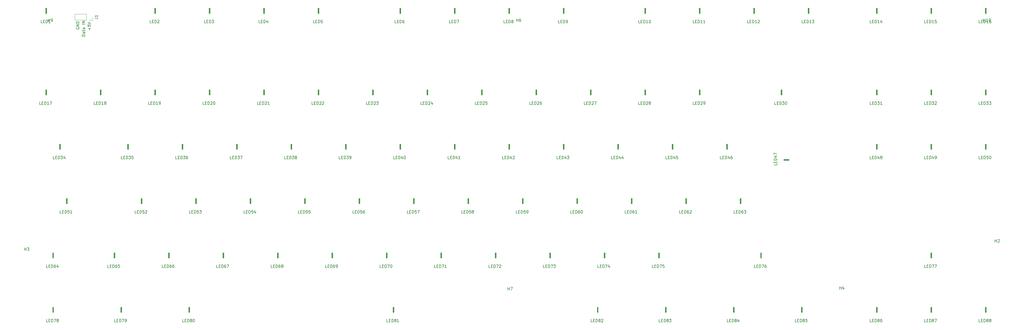
<source format=gto>
G04 #@! TF.GenerationSoftware,KiCad,Pcbnew,(5.1.10)-1*
G04 #@! TF.CreationDate,2021-10-23T19:38:42+01:00*
G04 #@! TF.ProjectId,RGBSUB,52474253-5542-42e6-9b69-6361645f7063,Rev.1*
G04 #@! TF.SameCoordinates,Original*
G04 #@! TF.FileFunction,Legend,Top*
G04 #@! TF.FilePolarity,Positive*
%FSLAX46Y46*%
G04 Gerber Fmt 4.6, Leading zero omitted, Abs format (unit mm)*
G04 Created by KiCad (PCBNEW (5.1.10)-1) date 2021-10-23 19:38:42*
%MOMM*%
%LPD*%
G01*
G04 APERTURE LIST*
%ADD10C,0.153000*%
%ADD11C,0.120000*%
%ADD12C,0.150000*%
%ADD13O,1.452000X1.452000*%
%ADD14C,5.102000*%
G04 APERTURE END LIST*
D10*
X60523380Y-115633238D02*
X59523380Y-115633238D01*
X59523380Y-115395142D01*
X59571000Y-115252285D01*
X59666238Y-115157047D01*
X59761476Y-115109428D01*
X59951952Y-115061809D01*
X60094809Y-115061809D01*
X60285285Y-115109428D01*
X60380523Y-115157047D01*
X60475761Y-115252285D01*
X60523380Y-115395142D01*
X60523380Y-115633238D01*
X60523380Y-114204666D02*
X59999571Y-114204666D01*
X59904333Y-114252285D01*
X59856714Y-114347523D01*
X59856714Y-114538000D01*
X59904333Y-114633238D01*
X60475761Y-114204666D02*
X60523380Y-114299904D01*
X60523380Y-114538000D01*
X60475761Y-114633238D01*
X60380523Y-114680857D01*
X60285285Y-114680857D01*
X60190047Y-114633238D01*
X60142428Y-114538000D01*
X60142428Y-114299904D01*
X60094809Y-114204666D01*
X59856714Y-113871333D02*
X59856714Y-113490380D01*
X59523380Y-113728476D02*
X60380523Y-113728476D01*
X60475761Y-113680857D01*
X60523380Y-113585619D01*
X60523380Y-113490380D01*
X60523380Y-112728476D02*
X59999571Y-112728476D01*
X59904333Y-112776095D01*
X59856714Y-112871333D01*
X59856714Y-113061809D01*
X59904333Y-113157047D01*
X60475761Y-112728476D02*
X60523380Y-112823714D01*
X60523380Y-113061809D01*
X60475761Y-113157047D01*
X60380523Y-113204666D01*
X60285285Y-113204666D01*
X60190047Y-113157047D01*
X60142428Y-113061809D01*
X60142428Y-112823714D01*
X60094809Y-112728476D01*
X60523380Y-111490380D02*
X59523380Y-111490380D01*
X60523380Y-111014190D02*
X59523380Y-111014190D01*
X60523380Y-110442761D01*
X59523380Y-110442761D01*
X57540000Y-112631904D02*
X57492380Y-112727142D01*
X57492380Y-112870000D01*
X57540000Y-113012857D01*
X57635238Y-113108095D01*
X57730476Y-113155714D01*
X57920952Y-113203333D01*
X58063809Y-113203333D01*
X58254285Y-113155714D01*
X58349523Y-113108095D01*
X58444761Y-113012857D01*
X58492380Y-112870000D01*
X58492380Y-112774761D01*
X58444761Y-112631904D01*
X58397142Y-112584285D01*
X58063809Y-112584285D01*
X58063809Y-112774761D01*
X58492380Y-112155714D02*
X57492380Y-112155714D01*
X58492380Y-111584285D01*
X57492380Y-111584285D01*
X58492380Y-111108095D02*
X57492380Y-111108095D01*
X57492380Y-110870000D01*
X57540000Y-110727142D01*
X57635238Y-110631904D01*
X57730476Y-110584285D01*
X57920952Y-110536666D01*
X58063809Y-110536666D01*
X58254285Y-110584285D01*
X58349523Y-110631904D01*
X58444761Y-110727142D01*
X58492380Y-110870000D01*
X58492380Y-111108095D01*
X62112428Y-113442714D02*
X62112428Y-112680809D01*
X62493380Y-113061761D02*
X61731476Y-113061761D01*
X61493380Y-111728428D02*
X61493380Y-112204619D01*
X61969571Y-112252238D01*
X61921952Y-112204619D01*
X61874333Y-112109380D01*
X61874333Y-111871285D01*
X61921952Y-111776047D01*
X61969571Y-111728428D01*
X62064809Y-111680809D01*
X62302904Y-111680809D01*
X62398142Y-111728428D01*
X62445761Y-111776047D01*
X62493380Y-111871285D01*
X62493380Y-112109380D01*
X62445761Y-112204619D01*
X62398142Y-112252238D01*
X61493380Y-111395095D02*
X62493380Y-111061761D01*
X61493380Y-110728428D01*
D11*
X61050000Y-107890000D02*
X61050000Y-110010000D01*
X61050000Y-107890000D02*
X56990000Y-107890000D01*
X56990000Y-107890000D02*
X56990000Y-110010000D01*
X61050000Y-110010000D02*
X56990000Y-110010000D01*
X63110000Y-110010000D02*
X62050000Y-110010000D01*
X63110000Y-108950000D02*
X63110000Y-110010000D01*
D12*
G36*
X375362500Y-210540000D02*
G01*
X375862500Y-210540000D01*
X375862500Y-212540000D01*
X375362500Y-212540000D01*
X375362500Y-210540000D01*
G37*
G36*
X356312500Y-210540000D02*
G01*
X356812500Y-210540000D01*
X356812500Y-212540000D01*
X356312500Y-212540000D01*
X356312500Y-210540000D01*
G37*
G36*
X337262500Y-210540000D02*
G01*
X337762500Y-210540000D01*
X337762500Y-212540000D01*
X337262500Y-212540000D01*
X337262500Y-210540000D01*
G37*
G36*
X311068750Y-210540000D02*
G01*
X311568750Y-210540000D01*
X311568750Y-212540000D01*
X311068750Y-212540000D01*
X311068750Y-210540000D01*
G37*
G36*
X287256250Y-210540000D02*
G01*
X287756250Y-210540000D01*
X287756250Y-212540000D01*
X287256250Y-212540000D01*
X287256250Y-210540000D01*
G37*
G36*
X263443750Y-210540000D02*
G01*
X263943750Y-210540000D01*
X263943750Y-212540000D01*
X263443750Y-212540000D01*
X263443750Y-210540000D01*
G37*
G36*
X239631250Y-210540000D02*
G01*
X240131250Y-210540000D01*
X240131250Y-212540000D01*
X239631250Y-212540000D01*
X239631250Y-210540000D01*
G37*
G36*
X168193750Y-210540000D02*
G01*
X168693750Y-210540000D01*
X168693750Y-212540000D01*
X168193750Y-212540000D01*
X168193750Y-210540000D01*
G37*
G36*
X96756250Y-210540000D02*
G01*
X97256250Y-210540000D01*
X97256250Y-212540000D01*
X96756250Y-212540000D01*
X96756250Y-210540000D01*
G37*
G36*
X72943750Y-210540000D02*
G01*
X73443750Y-210540000D01*
X73443750Y-212540000D01*
X72943750Y-212540000D01*
X72943750Y-210540000D01*
G37*
G36*
X49131250Y-210540000D02*
G01*
X49631250Y-210540000D01*
X49631250Y-212540000D01*
X49131250Y-212540000D01*
X49131250Y-210540000D01*
G37*
G36*
X356312500Y-191490000D02*
G01*
X356812500Y-191490000D01*
X356812500Y-193490000D01*
X356312500Y-193490000D01*
X356312500Y-191490000D01*
G37*
G36*
X296781250Y-191490000D02*
G01*
X297281250Y-191490000D01*
X297281250Y-193490000D01*
X296781250Y-193490000D01*
X296781250Y-191490000D01*
G37*
G36*
X261062500Y-191490000D02*
G01*
X261562500Y-191490000D01*
X261562500Y-193490000D01*
X261062500Y-193490000D01*
X261062500Y-191490000D01*
G37*
G36*
X242012500Y-191490000D02*
G01*
X242512500Y-191490000D01*
X242512500Y-193490000D01*
X242012500Y-193490000D01*
X242012500Y-191490000D01*
G37*
G36*
X222962500Y-191490000D02*
G01*
X223462500Y-191490000D01*
X223462500Y-193490000D01*
X222962500Y-193490000D01*
X222962500Y-191490000D01*
G37*
G36*
X203912500Y-191490000D02*
G01*
X204412500Y-191490000D01*
X204412500Y-193490000D01*
X203912500Y-193490000D01*
X203912500Y-191490000D01*
G37*
G36*
X184862500Y-191490000D02*
G01*
X185362500Y-191490000D01*
X185362500Y-193490000D01*
X184862500Y-193490000D01*
X184862500Y-191490000D01*
G37*
G36*
X165812500Y-191490000D02*
G01*
X166312500Y-191490000D01*
X166312500Y-193490000D01*
X165812500Y-193490000D01*
X165812500Y-191490000D01*
G37*
G36*
X146762500Y-191490000D02*
G01*
X147262500Y-191490000D01*
X147262500Y-193490000D01*
X146762500Y-193490000D01*
X146762500Y-191490000D01*
G37*
G36*
X127712500Y-191490000D02*
G01*
X128212500Y-191490000D01*
X128212500Y-193490000D01*
X127712500Y-193490000D01*
X127712500Y-191490000D01*
G37*
G36*
X108662500Y-191490000D02*
G01*
X109162500Y-191490000D01*
X109162500Y-193490000D01*
X108662500Y-193490000D01*
X108662500Y-191490000D01*
G37*
G36*
X89612500Y-191490000D02*
G01*
X90112500Y-191490000D01*
X90112500Y-193490000D01*
X89612500Y-193490000D01*
X89612500Y-191490000D01*
G37*
G36*
X70562500Y-191490000D02*
G01*
X71062500Y-191490000D01*
X71062500Y-193490000D01*
X70562500Y-193490000D01*
X70562500Y-191490000D01*
G37*
G36*
X49131250Y-191490000D02*
G01*
X49631250Y-191490000D01*
X49631250Y-193490000D01*
X49131250Y-193490000D01*
X49131250Y-191490000D01*
G37*
G36*
X289637500Y-172440000D02*
G01*
X290137500Y-172440000D01*
X290137500Y-174440000D01*
X289637500Y-174440000D01*
X289637500Y-172440000D01*
G37*
G36*
X270587500Y-172440000D02*
G01*
X271087500Y-172440000D01*
X271087500Y-174440000D01*
X270587500Y-174440000D01*
X270587500Y-172440000D01*
G37*
G36*
X251537500Y-172440000D02*
G01*
X252037500Y-172440000D01*
X252037500Y-174440000D01*
X251537500Y-174440000D01*
X251537500Y-172440000D01*
G37*
G36*
X232487500Y-172440000D02*
G01*
X232987500Y-172440000D01*
X232987500Y-174440000D01*
X232487500Y-174440000D01*
X232487500Y-172440000D01*
G37*
G36*
X213437500Y-172440000D02*
G01*
X213937500Y-172440000D01*
X213937500Y-174440000D01*
X213437500Y-174440000D01*
X213437500Y-172440000D01*
G37*
G36*
X194387500Y-172440000D02*
G01*
X194887500Y-172440000D01*
X194887500Y-174440000D01*
X194387500Y-174440000D01*
X194387500Y-172440000D01*
G37*
G36*
X175337500Y-172440000D02*
G01*
X175837500Y-172440000D01*
X175837500Y-174440000D01*
X175337500Y-174440000D01*
X175337500Y-172440000D01*
G37*
G36*
X156287500Y-172440000D02*
G01*
X156787500Y-172440000D01*
X156787500Y-174440000D01*
X156287500Y-174440000D01*
X156287500Y-172440000D01*
G37*
G36*
X137237500Y-172440000D02*
G01*
X137737500Y-172440000D01*
X137737500Y-174440000D01*
X137237500Y-174440000D01*
X137237500Y-172440000D01*
G37*
G36*
X118187500Y-172440000D02*
G01*
X118687500Y-172440000D01*
X118687500Y-174440000D01*
X118187500Y-174440000D01*
X118187500Y-172440000D01*
G37*
G36*
X99137500Y-172440000D02*
G01*
X99637500Y-172440000D01*
X99637500Y-174440000D01*
X99137500Y-174440000D01*
X99137500Y-172440000D01*
G37*
G36*
X80087500Y-172440000D02*
G01*
X80587500Y-172440000D01*
X80587500Y-174440000D01*
X80087500Y-174440000D01*
X80087500Y-172440000D01*
G37*
G36*
X53893750Y-172440000D02*
G01*
X54393750Y-172440000D01*
X54393750Y-174440000D01*
X53893750Y-174440000D01*
X53893750Y-172440000D01*
G37*
G36*
X375362500Y-153390000D02*
G01*
X375862500Y-153390000D01*
X375862500Y-155390000D01*
X375362500Y-155390000D01*
X375362500Y-153390000D01*
G37*
G36*
X356312500Y-153390000D02*
G01*
X356812500Y-153390000D01*
X356812500Y-155390000D01*
X356312500Y-155390000D01*
X356312500Y-153390000D01*
G37*
G36*
X337262500Y-153390000D02*
G01*
X337762500Y-153390000D01*
X337762500Y-155390000D01*
X337262500Y-155390000D01*
X337262500Y-153390000D01*
G37*
G36*
X306925000Y-158730000D02*
G01*
X306925000Y-159230000D01*
X304925000Y-159230000D01*
X304925000Y-158730000D01*
X306925000Y-158730000D01*
G37*
G36*
X284875000Y-153390000D02*
G01*
X285375000Y-153390000D01*
X285375000Y-155390000D01*
X284875000Y-155390000D01*
X284875000Y-153390000D01*
G37*
G36*
X265825000Y-153390000D02*
G01*
X266325000Y-153390000D01*
X266325000Y-155390000D01*
X265825000Y-155390000D01*
X265825000Y-153390000D01*
G37*
G36*
X246775000Y-153390000D02*
G01*
X247275000Y-153390000D01*
X247275000Y-155390000D01*
X246775000Y-155390000D01*
X246775000Y-153390000D01*
G37*
G36*
X227725000Y-153390000D02*
G01*
X228225000Y-153390000D01*
X228225000Y-155390000D01*
X227725000Y-155390000D01*
X227725000Y-153390000D01*
G37*
G36*
X208675000Y-153390000D02*
G01*
X209175000Y-153390000D01*
X209175000Y-155390000D01*
X208675000Y-155390000D01*
X208675000Y-153390000D01*
G37*
G36*
X189625000Y-153390000D02*
G01*
X190125000Y-153390000D01*
X190125000Y-155390000D01*
X189625000Y-155390000D01*
X189625000Y-153390000D01*
G37*
G36*
X170575000Y-153390000D02*
G01*
X171075000Y-153390000D01*
X171075000Y-155390000D01*
X170575000Y-155390000D01*
X170575000Y-153390000D01*
G37*
G36*
X151525000Y-153390000D02*
G01*
X152025000Y-153390000D01*
X152025000Y-155390000D01*
X151525000Y-155390000D01*
X151525000Y-153390000D01*
G37*
G36*
X132475000Y-153390000D02*
G01*
X132975000Y-153390000D01*
X132975000Y-155390000D01*
X132475000Y-155390000D01*
X132475000Y-153390000D01*
G37*
G36*
X113425000Y-153390000D02*
G01*
X113925000Y-153390000D01*
X113925000Y-155390000D01*
X113425000Y-155390000D01*
X113425000Y-153390000D01*
G37*
G36*
X94375000Y-153390000D02*
G01*
X94875000Y-153390000D01*
X94875000Y-155390000D01*
X94375000Y-155390000D01*
X94375000Y-153390000D01*
G37*
G36*
X75325000Y-153390000D02*
G01*
X75825000Y-153390000D01*
X75825000Y-155390000D01*
X75325000Y-155390000D01*
X75325000Y-153390000D01*
G37*
G36*
X51512500Y-153390000D02*
G01*
X52012500Y-153390000D01*
X52012500Y-155390000D01*
X51512500Y-155390000D01*
X51512500Y-153390000D01*
G37*
G36*
X375362500Y-134340000D02*
G01*
X375862500Y-134340000D01*
X375862500Y-136340000D01*
X375362500Y-136340000D01*
X375362500Y-134340000D01*
G37*
G36*
X356312500Y-134340000D02*
G01*
X356812500Y-134340000D01*
X356812500Y-136340000D01*
X356312500Y-136340000D01*
X356312500Y-134340000D01*
G37*
G36*
X337262500Y-134340000D02*
G01*
X337762500Y-134340000D01*
X337762500Y-136340000D01*
X337262500Y-136340000D01*
X337262500Y-134340000D01*
G37*
G36*
X303925000Y-134340000D02*
G01*
X304425000Y-134340000D01*
X304425000Y-136340000D01*
X303925000Y-136340000D01*
X303925000Y-134340000D01*
G37*
G36*
X275350000Y-134340000D02*
G01*
X275850000Y-134340000D01*
X275850000Y-136340000D01*
X275350000Y-136340000D01*
X275350000Y-134340000D01*
G37*
G36*
X256300000Y-134340000D02*
G01*
X256800000Y-134340000D01*
X256800000Y-136340000D01*
X256300000Y-136340000D01*
X256300000Y-134340000D01*
G37*
G36*
X237250000Y-134340000D02*
G01*
X237750000Y-134340000D01*
X237750000Y-136340000D01*
X237250000Y-136340000D01*
X237250000Y-134340000D01*
G37*
G36*
X218200000Y-134340000D02*
G01*
X218700000Y-134340000D01*
X218700000Y-136340000D01*
X218200000Y-136340000D01*
X218200000Y-134340000D01*
G37*
G36*
X199150000Y-134340000D02*
G01*
X199650000Y-134340000D01*
X199650000Y-136340000D01*
X199150000Y-136340000D01*
X199150000Y-134340000D01*
G37*
G36*
X180100000Y-134340000D02*
G01*
X180600000Y-134340000D01*
X180600000Y-136340000D01*
X180100000Y-136340000D01*
X180100000Y-134340000D01*
G37*
G36*
X161050000Y-134340000D02*
G01*
X161550000Y-134340000D01*
X161550000Y-136340000D01*
X161050000Y-136340000D01*
X161050000Y-134340000D01*
G37*
G36*
X142000000Y-134340000D02*
G01*
X142500000Y-134340000D01*
X142500000Y-136340000D01*
X142000000Y-136340000D01*
X142000000Y-134340000D01*
G37*
G36*
X122950000Y-134340000D02*
G01*
X123450000Y-134340000D01*
X123450000Y-136340000D01*
X122950000Y-136340000D01*
X122950000Y-134340000D01*
G37*
G36*
X103900000Y-134340000D02*
G01*
X104400000Y-134340000D01*
X104400000Y-136340000D01*
X103900000Y-136340000D01*
X103900000Y-134340000D01*
G37*
G36*
X84850000Y-134340000D02*
G01*
X85350000Y-134340000D01*
X85350000Y-136340000D01*
X84850000Y-136340000D01*
X84850000Y-134340000D01*
G37*
G36*
X65800000Y-134340000D02*
G01*
X66300000Y-134340000D01*
X66300000Y-136340000D01*
X65800000Y-136340000D01*
X65800000Y-134340000D01*
G37*
G36*
X46750000Y-134340000D02*
G01*
X47250000Y-134340000D01*
X47250000Y-136340000D01*
X46750000Y-136340000D01*
X46750000Y-134340000D01*
G37*
G36*
X375362500Y-105765000D02*
G01*
X375862500Y-105765000D01*
X375862500Y-107765000D01*
X375362500Y-107765000D01*
X375362500Y-105765000D01*
G37*
G36*
X356312500Y-105765000D02*
G01*
X356812500Y-105765000D01*
X356812500Y-107765000D01*
X356312500Y-107765000D01*
X356312500Y-105765000D01*
G37*
G36*
X337262500Y-105765000D02*
G01*
X337762500Y-105765000D01*
X337762500Y-107765000D01*
X337262500Y-107765000D01*
X337262500Y-105765000D01*
G37*
G36*
X313450000Y-105765000D02*
G01*
X313950000Y-105765000D01*
X313950000Y-107765000D01*
X313450000Y-107765000D01*
X313450000Y-105765000D01*
G37*
G36*
X294400000Y-105765000D02*
G01*
X294900000Y-105765000D01*
X294900000Y-107765000D01*
X294400000Y-107765000D01*
X294400000Y-105765000D01*
G37*
G36*
X275350000Y-105765000D02*
G01*
X275850000Y-105765000D01*
X275850000Y-107765000D01*
X275350000Y-107765000D01*
X275350000Y-105765000D01*
G37*
G36*
X256300000Y-105765000D02*
G01*
X256800000Y-105765000D01*
X256800000Y-107765000D01*
X256300000Y-107765000D01*
X256300000Y-105765000D01*
G37*
G36*
X227725000Y-105765000D02*
G01*
X228225000Y-105765000D01*
X228225000Y-107765000D01*
X227725000Y-107765000D01*
X227725000Y-105765000D01*
G37*
G36*
X208675000Y-105765000D02*
G01*
X209175000Y-105765000D01*
X209175000Y-107765000D01*
X208675000Y-107765000D01*
X208675000Y-105765000D01*
G37*
G36*
X189625000Y-105765000D02*
G01*
X190125000Y-105765000D01*
X190125000Y-107765000D01*
X189625000Y-107765000D01*
X189625000Y-105765000D01*
G37*
G36*
X170575000Y-105765000D02*
G01*
X171075000Y-105765000D01*
X171075000Y-107765000D01*
X170575000Y-107765000D01*
X170575000Y-105765000D01*
G37*
G36*
X142000000Y-105765000D02*
G01*
X142500000Y-105765000D01*
X142500000Y-107765000D01*
X142000000Y-107765000D01*
X142000000Y-105765000D01*
G37*
G36*
X122950000Y-105765000D02*
G01*
X123450000Y-105765000D01*
X123450000Y-107765000D01*
X122950000Y-107765000D01*
X122950000Y-105765000D01*
G37*
G36*
X103900000Y-105765000D02*
G01*
X104400000Y-105765000D01*
X104400000Y-107765000D01*
X103900000Y-107765000D01*
X103900000Y-105765000D01*
G37*
G36*
X84850000Y-105765000D02*
G01*
X85350000Y-105765000D01*
X85350000Y-107765000D01*
X84850000Y-107765000D01*
X84850000Y-105765000D01*
G37*
G36*
X46750000Y-105765000D02*
G01*
X47250000Y-105765000D01*
X47250000Y-107765000D01*
X46750000Y-107765000D01*
X46750000Y-105765000D01*
G37*
X64002380Y-109283333D02*
X64716666Y-109283333D01*
X64859523Y-109330952D01*
X64954761Y-109426190D01*
X65002380Y-109569047D01*
X65002380Y-109664285D01*
X65002380Y-108283333D02*
X65002380Y-108854761D01*
X65002380Y-108569047D02*
X64002380Y-108569047D01*
X64145238Y-108664285D01*
X64240476Y-108759523D01*
X64288095Y-108854761D01*
X374836904Y-110512380D02*
X374836904Y-109512380D01*
X374836904Y-109988571D02*
X375408333Y-109988571D01*
X375408333Y-110512380D02*
X375408333Y-109512380D01*
X376408333Y-110512380D02*
X375836904Y-110512380D01*
X376122619Y-110512380D02*
X376122619Y-109512380D01*
X376027380Y-109655238D01*
X375932142Y-109750476D01*
X375836904Y-109798095D01*
X377027380Y-109512380D02*
X377122619Y-109512380D01*
X377217857Y-109560000D01*
X377265476Y-109607619D01*
X377313095Y-109702857D01*
X377360714Y-109893333D01*
X377360714Y-110131428D01*
X377313095Y-110321904D01*
X377265476Y-110417142D01*
X377217857Y-110464761D01*
X377122619Y-110512380D01*
X377027380Y-110512380D01*
X376932142Y-110464761D01*
X376884523Y-110417142D01*
X376836904Y-110321904D01*
X376789285Y-110131428D01*
X376789285Y-109893333D01*
X376836904Y-109702857D01*
X376884523Y-109607619D01*
X376932142Y-109560000D01*
X377027380Y-109512380D01*
X47613095Y-110537380D02*
X47613095Y-109537380D01*
X47613095Y-110013571D02*
X48184523Y-110013571D01*
X48184523Y-110537380D02*
X48184523Y-109537380D01*
X48708333Y-110537380D02*
X48898809Y-110537380D01*
X48994047Y-110489761D01*
X49041666Y-110442142D01*
X49136904Y-110299285D01*
X49184523Y-110108809D01*
X49184523Y-109727857D01*
X49136904Y-109632619D01*
X49089285Y-109585000D01*
X48994047Y-109537380D01*
X48803571Y-109537380D01*
X48708333Y-109585000D01*
X48660714Y-109632619D01*
X48613095Y-109727857D01*
X48613095Y-109965952D01*
X48660714Y-110061190D01*
X48708333Y-110108809D01*
X48803571Y-110156428D01*
X48994047Y-110156428D01*
X49089285Y-110108809D01*
X49136904Y-110061190D01*
X49184523Y-109965952D01*
X208463095Y-204637380D02*
X208463095Y-203637380D01*
X208463095Y-204113571D02*
X209034523Y-204113571D01*
X209034523Y-204637380D02*
X209034523Y-203637380D01*
X209415476Y-203637380D02*
X210082142Y-203637380D01*
X209653571Y-204637380D01*
X211463095Y-110537380D02*
X211463095Y-109537380D01*
X211463095Y-110013571D02*
X212034523Y-110013571D01*
X212034523Y-110537380D02*
X212034523Y-109537380D01*
X212939285Y-109537380D02*
X212748809Y-109537380D01*
X212653571Y-109585000D01*
X212605952Y-109632619D01*
X212510714Y-109775476D01*
X212463095Y-109965952D01*
X212463095Y-110346904D01*
X212510714Y-110442142D01*
X212558333Y-110489761D01*
X212653571Y-110537380D01*
X212844047Y-110537380D01*
X212939285Y-110489761D01*
X212986904Y-110442142D01*
X213034523Y-110346904D01*
X213034523Y-110108809D01*
X212986904Y-110013571D01*
X212939285Y-109965952D01*
X212844047Y-109918333D01*
X212653571Y-109918333D01*
X212558333Y-109965952D01*
X212510714Y-110013571D01*
X212463095Y-110108809D01*
X324505095Y-204357380D02*
X324505095Y-203357380D01*
X324505095Y-203833571D02*
X325076523Y-203833571D01*
X325076523Y-204357380D02*
X325076523Y-203357380D01*
X325981285Y-203690714D02*
X325981285Y-204357380D01*
X325743190Y-203309761D02*
X325505095Y-204024047D01*
X326124142Y-204024047D01*
X39405095Y-190757380D02*
X39405095Y-189757380D01*
X39405095Y-190233571D02*
X39976523Y-190233571D01*
X39976523Y-190757380D02*
X39976523Y-189757380D01*
X40357476Y-189757380D02*
X40976523Y-189757380D01*
X40643190Y-190138333D01*
X40786047Y-190138333D01*
X40881285Y-190185952D01*
X40928904Y-190233571D01*
X40976523Y-190328809D01*
X40976523Y-190566904D01*
X40928904Y-190662142D01*
X40881285Y-190709761D01*
X40786047Y-190757380D01*
X40500333Y-190757380D01*
X40405095Y-190709761D01*
X40357476Y-190662142D01*
X378905095Y-187857380D02*
X378905095Y-186857380D01*
X378905095Y-187333571D02*
X379476523Y-187333571D01*
X379476523Y-187857380D02*
X379476523Y-186857380D01*
X379905095Y-186952619D02*
X379952714Y-186905000D01*
X380047952Y-186857380D01*
X380286047Y-186857380D01*
X380381285Y-186905000D01*
X380428904Y-186952619D01*
X380476523Y-187047857D01*
X380476523Y-187143095D01*
X380428904Y-187285952D01*
X379857476Y-187857380D01*
X380476523Y-187857380D01*
X373767261Y-215792380D02*
X373291071Y-215792380D01*
X373291071Y-214792380D01*
X374100595Y-215268571D02*
X374433928Y-215268571D01*
X374576785Y-215792380D02*
X374100595Y-215792380D01*
X374100595Y-214792380D01*
X374576785Y-214792380D01*
X375005357Y-215792380D02*
X375005357Y-214792380D01*
X375243452Y-214792380D01*
X375386309Y-214840000D01*
X375481547Y-214935238D01*
X375529166Y-215030476D01*
X375576785Y-215220952D01*
X375576785Y-215363809D01*
X375529166Y-215554285D01*
X375481547Y-215649523D01*
X375386309Y-215744761D01*
X375243452Y-215792380D01*
X375005357Y-215792380D01*
X376148214Y-215220952D02*
X376052976Y-215173333D01*
X376005357Y-215125714D01*
X375957738Y-215030476D01*
X375957738Y-214982857D01*
X376005357Y-214887619D01*
X376052976Y-214840000D01*
X376148214Y-214792380D01*
X376338690Y-214792380D01*
X376433928Y-214840000D01*
X376481547Y-214887619D01*
X376529166Y-214982857D01*
X376529166Y-215030476D01*
X376481547Y-215125714D01*
X376433928Y-215173333D01*
X376338690Y-215220952D01*
X376148214Y-215220952D01*
X376052976Y-215268571D01*
X376005357Y-215316190D01*
X375957738Y-215411428D01*
X375957738Y-215601904D01*
X376005357Y-215697142D01*
X376052976Y-215744761D01*
X376148214Y-215792380D01*
X376338690Y-215792380D01*
X376433928Y-215744761D01*
X376481547Y-215697142D01*
X376529166Y-215601904D01*
X376529166Y-215411428D01*
X376481547Y-215316190D01*
X376433928Y-215268571D01*
X376338690Y-215220952D01*
X377100595Y-215220952D02*
X377005357Y-215173333D01*
X376957738Y-215125714D01*
X376910119Y-215030476D01*
X376910119Y-214982857D01*
X376957738Y-214887619D01*
X377005357Y-214840000D01*
X377100595Y-214792380D01*
X377291071Y-214792380D01*
X377386309Y-214840000D01*
X377433928Y-214887619D01*
X377481547Y-214982857D01*
X377481547Y-215030476D01*
X377433928Y-215125714D01*
X377386309Y-215173333D01*
X377291071Y-215220952D01*
X377100595Y-215220952D01*
X377005357Y-215268571D01*
X376957738Y-215316190D01*
X376910119Y-215411428D01*
X376910119Y-215601904D01*
X376957738Y-215697142D01*
X377005357Y-215744761D01*
X377100595Y-215792380D01*
X377291071Y-215792380D01*
X377386309Y-215744761D01*
X377433928Y-215697142D01*
X377481547Y-215601904D01*
X377481547Y-215411428D01*
X377433928Y-215316190D01*
X377386309Y-215268571D01*
X377291071Y-215220952D01*
X354717261Y-215792380D02*
X354241071Y-215792380D01*
X354241071Y-214792380D01*
X355050595Y-215268571D02*
X355383928Y-215268571D01*
X355526785Y-215792380D02*
X355050595Y-215792380D01*
X355050595Y-214792380D01*
X355526785Y-214792380D01*
X355955357Y-215792380D02*
X355955357Y-214792380D01*
X356193452Y-214792380D01*
X356336309Y-214840000D01*
X356431547Y-214935238D01*
X356479166Y-215030476D01*
X356526785Y-215220952D01*
X356526785Y-215363809D01*
X356479166Y-215554285D01*
X356431547Y-215649523D01*
X356336309Y-215744761D01*
X356193452Y-215792380D01*
X355955357Y-215792380D01*
X357098214Y-215220952D02*
X357002976Y-215173333D01*
X356955357Y-215125714D01*
X356907738Y-215030476D01*
X356907738Y-214982857D01*
X356955357Y-214887619D01*
X357002976Y-214840000D01*
X357098214Y-214792380D01*
X357288690Y-214792380D01*
X357383928Y-214840000D01*
X357431547Y-214887619D01*
X357479166Y-214982857D01*
X357479166Y-215030476D01*
X357431547Y-215125714D01*
X357383928Y-215173333D01*
X357288690Y-215220952D01*
X357098214Y-215220952D01*
X357002976Y-215268571D01*
X356955357Y-215316190D01*
X356907738Y-215411428D01*
X356907738Y-215601904D01*
X356955357Y-215697142D01*
X357002976Y-215744761D01*
X357098214Y-215792380D01*
X357288690Y-215792380D01*
X357383928Y-215744761D01*
X357431547Y-215697142D01*
X357479166Y-215601904D01*
X357479166Y-215411428D01*
X357431547Y-215316190D01*
X357383928Y-215268571D01*
X357288690Y-215220952D01*
X357812500Y-214792380D02*
X358479166Y-214792380D01*
X358050595Y-215792380D01*
X335667261Y-215792380D02*
X335191071Y-215792380D01*
X335191071Y-214792380D01*
X336000595Y-215268571D02*
X336333928Y-215268571D01*
X336476785Y-215792380D02*
X336000595Y-215792380D01*
X336000595Y-214792380D01*
X336476785Y-214792380D01*
X336905357Y-215792380D02*
X336905357Y-214792380D01*
X337143452Y-214792380D01*
X337286309Y-214840000D01*
X337381547Y-214935238D01*
X337429166Y-215030476D01*
X337476785Y-215220952D01*
X337476785Y-215363809D01*
X337429166Y-215554285D01*
X337381547Y-215649523D01*
X337286309Y-215744761D01*
X337143452Y-215792380D01*
X336905357Y-215792380D01*
X338048214Y-215220952D02*
X337952976Y-215173333D01*
X337905357Y-215125714D01*
X337857738Y-215030476D01*
X337857738Y-214982857D01*
X337905357Y-214887619D01*
X337952976Y-214840000D01*
X338048214Y-214792380D01*
X338238690Y-214792380D01*
X338333928Y-214840000D01*
X338381547Y-214887619D01*
X338429166Y-214982857D01*
X338429166Y-215030476D01*
X338381547Y-215125714D01*
X338333928Y-215173333D01*
X338238690Y-215220952D01*
X338048214Y-215220952D01*
X337952976Y-215268571D01*
X337905357Y-215316190D01*
X337857738Y-215411428D01*
X337857738Y-215601904D01*
X337905357Y-215697142D01*
X337952976Y-215744761D01*
X338048214Y-215792380D01*
X338238690Y-215792380D01*
X338333928Y-215744761D01*
X338381547Y-215697142D01*
X338429166Y-215601904D01*
X338429166Y-215411428D01*
X338381547Y-215316190D01*
X338333928Y-215268571D01*
X338238690Y-215220952D01*
X339286309Y-214792380D02*
X339095833Y-214792380D01*
X339000595Y-214840000D01*
X338952976Y-214887619D01*
X338857738Y-215030476D01*
X338810119Y-215220952D01*
X338810119Y-215601904D01*
X338857738Y-215697142D01*
X338905357Y-215744761D01*
X339000595Y-215792380D01*
X339191071Y-215792380D01*
X339286309Y-215744761D01*
X339333928Y-215697142D01*
X339381547Y-215601904D01*
X339381547Y-215363809D01*
X339333928Y-215268571D01*
X339286309Y-215220952D01*
X339191071Y-215173333D01*
X339000595Y-215173333D01*
X338905357Y-215220952D01*
X338857738Y-215268571D01*
X338810119Y-215363809D01*
X309473511Y-215792380D02*
X308997321Y-215792380D01*
X308997321Y-214792380D01*
X309806845Y-215268571D02*
X310140178Y-215268571D01*
X310283035Y-215792380D02*
X309806845Y-215792380D01*
X309806845Y-214792380D01*
X310283035Y-214792380D01*
X310711607Y-215792380D02*
X310711607Y-214792380D01*
X310949702Y-214792380D01*
X311092559Y-214840000D01*
X311187797Y-214935238D01*
X311235416Y-215030476D01*
X311283035Y-215220952D01*
X311283035Y-215363809D01*
X311235416Y-215554285D01*
X311187797Y-215649523D01*
X311092559Y-215744761D01*
X310949702Y-215792380D01*
X310711607Y-215792380D01*
X311854464Y-215220952D02*
X311759226Y-215173333D01*
X311711607Y-215125714D01*
X311663988Y-215030476D01*
X311663988Y-214982857D01*
X311711607Y-214887619D01*
X311759226Y-214840000D01*
X311854464Y-214792380D01*
X312044940Y-214792380D01*
X312140178Y-214840000D01*
X312187797Y-214887619D01*
X312235416Y-214982857D01*
X312235416Y-215030476D01*
X312187797Y-215125714D01*
X312140178Y-215173333D01*
X312044940Y-215220952D01*
X311854464Y-215220952D01*
X311759226Y-215268571D01*
X311711607Y-215316190D01*
X311663988Y-215411428D01*
X311663988Y-215601904D01*
X311711607Y-215697142D01*
X311759226Y-215744761D01*
X311854464Y-215792380D01*
X312044940Y-215792380D01*
X312140178Y-215744761D01*
X312187797Y-215697142D01*
X312235416Y-215601904D01*
X312235416Y-215411428D01*
X312187797Y-215316190D01*
X312140178Y-215268571D01*
X312044940Y-215220952D01*
X313140178Y-214792380D02*
X312663988Y-214792380D01*
X312616369Y-215268571D01*
X312663988Y-215220952D01*
X312759226Y-215173333D01*
X312997321Y-215173333D01*
X313092559Y-215220952D01*
X313140178Y-215268571D01*
X313187797Y-215363809D01*
X313187797Y-215601904D01*
X313140178Y-215697142D01*
X313092559Y-215744761D01*
X312997321Y-215792380D01*
X312759226Y-215792380D01*
X312663988Y-215744761D01*
X312616369Y-215697142D01*
X285661011Y-215792380D02*
X285184821Y-215792380D01*
X285184821Y-214792380D01*
X285994345Y-215268571D02*
X286327678Y-215268571D01*
X286470535Y-215792380D02*
X285994345Y-215792380D01*
X285994345Y-214792380D01*
X286470535Y-214792380D01*
X286899107Y-215792380D02*
X286899107Y-214792380D01*
X287137202Y-214792380D01*
X287280059Y-214840000D01*
X287375297Y-214935238D01*
X287422916Y-215030476D01*
X287470535Y-215220952D01*
X287470535Y-215363809D01*
X287422916Y-215554285D01*
X287375297Y-215649523D01*
X287280059Y-215744761D01*
X287137202Y-215792380D01*
X286899107Y-215792380D01*
X288041964Y-215220952D02*
X287946726Y-215173333D01*
X287899107Y-215125714D01*
X287851488Y-215030476D01*
X287851488Y-214982857D01*
X287899107Y-214887619D01*
X287946726Y-214840000D01*
X288041964Y-214792380D01*
X288232440Y-214792380D01*
X288327678Y-214840000D01*
X288375297Y-214887619D01*
X288422916Y-214982857D01*
X288422916Y-215030476D01*
X288375297Y-215125714D01*
X288327678Y-215173333D01*
X288232440Y-215220952D01*
X288041964Y-215220952D01*
X287946726Y-215268571D01*
X287899107Y-215316190D01*
X287851488Y-215411428D01*
X287851488Y-215601904D01*
X287899107Y-215697142D01*
X287946726Y-215744761D01*
X288041964Y-215792380D01*
X288232440Y-215792380D01*
X288327678Y-215744761D01*
X288375297Y-215697142D01*
X288422916Y-215601904D01*
X288422916Y-215411428D01*
X288375297Y-215316190D01*
X288327678Y-215268571D01*
X288232440Y-215220952D01*
X289280059Y-215125714D02*
X289280059Y-215792380D01*
X289041964Y-214744761D02*
X288803869Y-215459047D01*
X289422916Y-215459047D01*
X261848511Y-215792380D02*
X261372321Y-215792380D01*
X261372321Y-214792380D01*
X262181845Y-215268571D02*
X262515178Y-215268571D01*
X262658035Y-215792380D02*
X262181845Y-215792380D01*
X262181845Y-214792380D01*
X262658035Y-214792380D01*
X263086607Y-215792380D02*
X263086607Y-214792380D01*
X263324702Y-214792380D01*
X263467559Y-214840000D01*
X263562797Y-214935238D01*
X263610416Y-215030476D01*
X263658035Y-215220952D01*
X263658035Y-215363809D01*
X263610416Y-215554285D01*
X263562797Y-215649523D01*
X263467559Y-215744761D01*
X263324702Y-215792380D01*
X263086607Y-215792380D01*
X264229464Y-215220952D02*
X264134226Y-215173333D01*
X264086607Y-215125714D01*
X264038988Y-215030476D01*
X264038988Y-214982857D01*
X264086607Y-214887619D01*
X264134226Y-214840000D01*
X264229464Y-214792380D01*
X264419940Y-214792380D01*
X264515178Y-214840000D01*
X264562797Y-214887619D01*
X264610416Y-214982857D01*
X264610416Y-215030476D01*
X264562797Y-215125714D01*
X264515178Y-215173333D01*
X264419940Y-215220952D01*
X264229464Y-215220952D01*
X264134226Y-215268571D01*
X264086607Y-215316190D01*
X264038988Y-215411428D01*
X264038988Y-215601904D01*
X264086607Y-215697142D01*
X264134226Y-215744761D01*
X264229464Y-215792380D01*
X264419940Y-215792380D01*
X264515178Y-215744761D01*
X264562797Y-215697142D01*
X264610416Y-215601904D01*
X264610416Y-215411428D01*
X264562797Y-215316190D01*
X264515178Y-215268571D01*
X264419940Y-215220952D01*
X264943750Y-214792380D02*
X265562797Y-214792380D01*
X265229464Y-215173333D01*
X265372321Y-215173333D01*
X265467559Y-215220952D01*
X265515178Y-215268571D01*
X265562797Y-215363809D01*
X265562797Y-215601904D01*
X265515178Y-215697142D01*
X265467559Y-215744761D01*
X265372321Y-215792380D01*
X265086607Y-215792380D01*
X264991369Y-215744761D01*
X264943750Y-215697142D01*
X238036011Y-215792380D02*
X237559821Y-215792380D01*
X237559821Y-214792380D01*
X238369345Y-215268571D02*
X238702678Y-215268571D01*
X238845535Y-215792380D02*
X238369345Y-215792380D01*
X238369345Y-214792380D01*
X238845535Y-214792380D01*
X239274107Y-215792380D02*
X239274107Y-214792380D01*
X239512202Y-214792380D01*
X239655059Y-214840000D01*
X239750297Y-214935238D01*
X239797916Y-215030476D01*
X239845535Y-215220952D01*
X239845535Y-215363809D01*
X239797916Y-215554285D01*
X239750297Y-215649523D01*
X239655059Y-215744761D01*
X239512202Y-215792380D01*
X239274107Y-215792380D01*
X240416964Y-215220952D02*
X240321726Y-215173333D01*
X240274107Y-215125714D01*
X240226488Y-215030476D01*
X240226488Y-214982857D01*
X240274107Y-214887619D01*
X240321726Y-214840000D01*
X240416964Y-214792380D01*
X240607440Y-214792380D01*
X240702678Y-214840000D01*
X240750297Y-214887619D01*
X240797916Y-214982857D01*
X240797916Y-215030476D01*
X240750297Y-215125714D01*
X240702678Y-215173333D01*
X240607440Y-215220952D01*
X240416964Y-215220952D01*
X240321726Y-215268571D01*
X240274107Y-215316190D01*
X240226488Y-215411428D01*
X240226488Y-215601904D01*
X240274107Y-215697142D01*
X240321726Y-215744761D01*
X240416964Y-215792380D01*
X240607440Y-215792380D01*
X240702678Y-215744761D01*
X240750297Y-215697142D01*
X240797916Y-215601904D01*
X240797916Y-215411428D01*
X240750297Y-215316190D01*
X240702678Y-215268571D01*
X240607440Y-215220952D01*
X241178869Y-214887619D02*
X241226488Y-214840000D01*
X241321726Y-214792380D01*
X241559821Y-214792380D01*
X241655059Y-214840000D01*
X241702678Y-214887619D01*
X241750297Y-214982857D01*
X241750297Y-215078095D01*
X241702678Y-215220952D01*
X241131250Y-215792380D01*
X241750297Y-215792380D01*
X166598511Y-215792380D02*
X166122321Y-215792380D01*
X166122321Y-214792380D01*
X166931845Y-215268571D02*
X167265178Y-215268571D01*
X167408035Y-215792380D02*
X166931845Y-215792380D01*
X166931845Y-214792380D01*
X167408035Y-214792380D01*
X167836607Y-215792380D02*
X167836607Y-214792380D01*
X168074702Y-214792380D01*
X168217559Y-214840000D01*
X168312797Y-214935238D01*
X168360416Y-215030476D01*
X168408035Y-215220952D01*
X168408035Y-215363809D01*
X168360416Y-215554285D01*
X168312797Y-215649523D01*
X168217559Y-215744761D01*
X168074702Y-215792380D01*
X167836607Y-215792380D01*
X168979464Y-215220952D02*
X168884226Y-215173333D01*
X168836607Y-215125714D01*
X168788988Y-215030476D01*
X168788988Y-214982857D01*
X168836607Y-214887619D01*
X168884226Y-214840000D01*
X168979464Y-214792380D01*
X169169940Y-214792380D01*
X169265178Y-214840000D01*
X169312797Y-214887619D01*
X169360416Y-214982857D01*
X169360416Y-215030476D01*
X169312797Y-215125714D01*
X169265178Y-215173333D01*
X169169940Y-215220952D01*
X168979464Y-215220952D01*
X168884226Y-215268571D01*
X168836607Y-215316190D01*
X168788988Y-215411428D01*
X168788988Y-215601904D01*
X168836607Y-215697142D01*
X168884226Y-215744761D01*
X168979464Y-215792380D01*
X169169940Y-215792380D01*
X169265178Y-215744761D01*
X169312797Y-215697142D01*
X169360416Y-215601904D01*
X169360416Y-215411428D01*
X169312797Y-215316190D01*
X169265178Y-215268571D01*
X169169940Y-215220952D01*
X170312797Y-215792380D02*
X169741369Y-215792380D01*
X170027083Y-215792380D02*
X170027083Y-214792380D01*
X169931845Y-214935238D01*
X169836607Y-215030476D01*
X169741369Y-215078095D01*
X95161011Y-215792380D02*
X94684821Y-215792380D01*
X94684821Y-214792380D01*
X95494345Y-215268571D02*
X95827678Y-215268571D01*
X95970535Y-215792380D02*
X95494345Y-215792380D01*
X95494345Y-214792380D01*
X95970535Y-214792380D01*
X96399107Y-215792380D02*
X96399107Y-214792380D01*
X96637202Y-214792380D01*
X96780059Y-214840000D01*
X96875297Y-214935238D01*
X96922916Y-215030476D01*
X96970535Y-215220952D01*
X96970535Y-215363809D01*
X96922916Y-215554285D01*
X96875297Y-215649523D01*
X96780059Y-215744761D01*
X96637202Y-215792380D01*
X96399107Y-215792380D01*
X97541964Y-215220952D02*
X97446726Y-215173333D01*
X97399107Y-215125714D01*
X97351488Y-215030476D01*
X97351488Y-214982857D01*
X97399107Y-214887619D01*
X97446726Y-214840000D01*
X97541964Y-214792380D01*
X97732440Y-214792380D01*
X97827678Y-214840000D01*
X97875297Y-214887619D01*
X97922916Y-214982857D01*
X97922916Y-215030476D01*
X97875297Y-215125714D01*
X97827678Y-215173333D01*
X97732440Y-215220952D01*
X97541964Y-215220952D01*
X97446726Y-215268571D01*
X97399107Y-215316190D01*
X97351488Y-215411428D01*
X97351488Y-215601904D01*
X97399107Y-215697142D01*
X97446726Y-215744761D01*
X97541964Y-215792380D01*
X97732440Y-215792380D01*
X97827678Y-215744761D01*
X97875297Y-215697142D01*
X97922916Y-215601904D01*
X97922916Y-215411428D01*
X97875297Y-215316190D01*
X97827678Y-215268571D01*
X97732440Y-215220952D01*
X98541964Y-214792380D02*
X98637202Y-214792380D01*
X98732440Y-214840000D01*
X98780059Y-214887619D01*
X98827678Y-214982857D01*
X98875297Y-215173333D01*
X98875297Y-215411428D01*
X98827678Y-215601904D01*
X98780059Y-215697142D01*
X98732440Y-215744761D01*
X98637202Y-215792380D01*
X98541964Y-215792380D01*
X98446726Y-215744761D01*
X98399107Y-215697142D01*
X98351488Y-215601904D01*
X98303869Y-215411428D01*
X98303869Y-215173333D01*
X98351488Y-214982857D01*
X98399107Y-214887619D01*
X98446726Y-214840000D01*
X98541964Y-214792380D01*
X71348511Y-215792380D02*
X70872321Y-215792380D01*
X70872321Y-214792380D01*
X71681845Y-215268571D02*
X72015178Y-215268571D01*
X72158035Y-215792380D02*
X71681845Y-215792380D01*
X71681845Y-214792380D01*
X72158035Y-214792380D01*
X72586607Y-215792380D02*
X72586607Y-214792380D01*
X72824702Y-214792380D01*
X72967559Y-214840000D01*
X73062797Y-214935238D01*
X73110416Y-215030476D01*
X73158035Y-215220952D01*
X73158035Y-215363809D01*
X73110416Y-215554285D01*
X73062797Y-215649523D01*
X72967559Y-215744761D01*
X72824702Y-215792380D01*
X72586607Y-215792380D01*
X73491369Y-214792380D02*
X74158035Y-214792380D01*
X73729464Y-215792380D01*
X74586607Y-215792380D02*
X74777083Y-215792380D01*
X74872321Y-215744761D01*
X74919940Y-215697142D01*
X75015178Y-215554285D01*
X75062797Y-215363809D01*
X75062797Y-214982857D01*
X75015178Y-214887619D01*
X74967559Y-214840000D01*
X74872321Y-214792380D01*
X74681845Y-214792380D01*
X74586607Y-214840000D01*
X74538988Y-214887619D01*
X74491369Y-214982857D01*
X74491369Y-215220952D01*
X74538988Y-215316190D01*
X74586607Y-215363809D01*
X74681845Y-215411428D01*
X74872321Y-215411428D01*
X74967559Y-215363809D01*
X75015178Y-215316190D01*
X75062797Y-215220952D01*
X47536011Y-215792380D02*
X47059821Y-215792380D01*
X47059821Y-214792380D01*
X47869345Y-215268571D02*
X48202678Y-215268571D01*
X48345535Y-215792380D02*
X47869345Y-215792380D01*
X47869345Y-214792380D01*
X48345535Y-214792380D01*
X48774107Y-215792380D02*
X48774107Y-214792380D01*
X49012202Y-214792380D01*
X49155059Y-214840000D01*
X49250297Y-214935238D01*
X49297916Y-215030476D01*
X49345535Y-215220952D01*
X49345535Y-215363809D01*
X49297916Y-215554285D01*
X49250297Y-215649523D01*
X49155059Y-215744761D01*
X49012202Y-215792380D01*
X48774107Y-215792380D01*
X49678869Y-214792380D02*
X50345535Y-214792380D01*
X49916964Y-215792380D01*
X50869345Y-215220952D02*
X50774107Y-215173333D01*
X50726488Y-215125714D01*
X50678869Y-215030476D01*
X50678869Y-214982857D01*
X50726488Y-214887619D01*
X50774107Y-214840000D01*
X50869345Y-214792380D01*
X51059821Y-214792380D01*
X51155059Y-214840000D01*
X51202678Y-214887619D01*
X51250297Y-214982857D01*
X51250297Y-215030476D01*
X51202678Y-215125714D01*
X51155059Y-215173333D01*
X51059821Y-215220952D01*
X50869345Y-215220952D01*
X50774107Y-215268571D01*
X50726488Y-215316190D01*
X50678869Y-215411428D01*
X50678869Y-215601904D01*
X50726488Y-215697142D01*
X50774107Y-215744761D01*
X50869345Y-215792380D01*
X51059821Y-215792380D01*
X51155059Y-215744761D01*
X51202678Y-215697142D01*
X51250297Y-215601904D01*
X51250297Y-215411428D01*
X51202678Y-215316190D01*
X51155059Y-215268571D01*
X51059821Y-215220952D01*
X354717261Y-196742380D02*
X354241071Y-196742380D01*
X354241071Y-195742380D01*
X355050595Y-196218571D02*
X355383928Y-196218571D01*
X355526785Y-196742380D02*
X355050595Y-196742380D01*
X355050595Y-195742380D01*
X355526785Y-195742380D01*
X355955357Y-196742380D02*
X355955357Y-195742380D01*
X356193452Y-195742380D01*
X356336309Y-195790000D01*
X356431547Y-195885238D01*
X356479166Y-195980476D01*
X356526785Y-196170952D01*
X356526785Y-196313809D01*
X356479166Y-196504285D01*
X356431547Y-196599523D01*
X356336309Y-196694761D01*
X356193452Y-196742380D01*
X355955357Y-196742380D01*
X356860119Y-195742380D02*
X357526785Y-195742380D01*
X357098214Y-196742380D01*
X357812500Y-195742380D02*
X358479166Y-195742380D01*
X358050595Y-196742380D01*
X295186011Y-196742380D02*
X294709821Y-196742380D01*
X294709821Y-195742380D01*
X295519345Y-196218571D02*
X295852678Y-196218571D01*
X295995535Y-196742380D02*
X295519345Y-196742380D01*
X295519345Y-195742380D01*
X295995535Y-195742380D01*
X296424107Y-196742380D02*
X296424107Y-195742380D01*
X296662202Y-195742380D01*
X296805059Y-195790000D01*
X296900297Y-195885238D01*
X296947916Y-195980476D01*
X296995535Y-196170952D01*
X296995535Y-196313809D01*
X296947916Y-196504285D01*
X296900297Y-196599523D01*
X296805059Y-196694761D01*
X296662202Y-196742380D01*
X296424107Y-196742380D01*
X297328869Y-195742380D02*
X297995535Y-195742380D01*
X297566964Y-196742380D01*
X298805059Y-195742380D02*
X298614583Y-195742380D01*
X298519345Y-195790000D01*
X298471726Y-195837619D01*
X298376488Y-195980476D01*
X298328869Y-196170952D01*
X298328869Y-196551904D01*
X298376488Y-196647142D01*
X298424107Y-196694761D01*
X298519345Y-196742380D01*
X298709821Y-196742380D01*
X298805059Y-196694761D01*
X298852678Y-196647142D01*
X298900297Y-196551904D01*
X298900297Y-196313809D01*
X298852678Y-196218571D01*
X298805059Y-196170952D01*
X298709821Y-196123333D01*
X298519345Y-196123333D01*
X298424107Y-196170952D01*
X298376488Y-196218571D01*
X298328869Y-196313809D01*
X259467261Y-196742380D02*
X258991071Y-196742380D01*
X258991071Y-195742380D01*
X259800595Y-196218571D02*
X260133928Y-196218571D01*
X260276785Y-196742380D02*
X259800595Y-196742380D01*
X259800595Y-195742380D01*
X260276785Y-195742380D01*
X260705357Y-196742380D02*
X260705357Y-195742380D01*
X260943452Y-195742380D01*
X261086309Y-195790000D01*
X261181547Y-195885238D01*
X261229166Y-195980476D01*
X261276785Y-196170952D01*
X261276785Y-196313809D01*
X261229166Y-196504285D01*
X261181547Y-196599523D01*
X261086309Y-196694761D01*
X260943452Y-196742380D01*
X260705357Y-196742380D01*
X261610119Y-195742380D02*
X262276785Y-195742380D01*
X261848214Y-196742380D01*
X263133928Y-195742380D02*
X262657738Y-195742380D01*
X262610119Y-196218571D01*
X262657738Y-196170952D01*
X262752976Y-196123333D01*
X262991071Y-196123333D01*
X263086309Y-196170952D01*
X263133928Y-196218571D01*
X263181547Y-196313809D01*
X263181547Y-196551904D01*
X263133928Y-196647142D01*
X263086309Y-196694761D01*
X262991071Y-196742380D01*
X262752976Y-196742380D01*
X262657738Y-196694761D01*
X262610119Y-196647142D01*
X240417261Y-196742380D02*
X239941071Y-196742380D01*
X239941071Y-195742380D01*
X240750595Y-196218571D02*
X241083928Y-196218571D01*
X241226785Y-196742380D02*
X240750595Y-196742380D01*
X240750595Y-195742380D01*
X241226785Y-195742380D01*
X241655357Y-196742380D02*
X241655357Y-195742380D01*
X241893452Y-195742380D01*
X242036309Y-195790000D01*
X242131547Y-195885238D01*
X242179166Y-195980476D01*
X242226785Y-196170952D01*
X242226785Y-196313809D01*
X242179166Y-196504285D01*
X242131547Y-196599523D01*
X242036309Y-196694761D01*
X241893452Y-196742380D01*
X241655357Y-196742380D01*
X242560119Y-195742380D02*
X243226785Y-195742380D01*
X242798214Y-196742380D01*
X244036309Y-196075714D02*
X244036309Y-196742380D01*
X243798214Y-195694761D02*
X243560119Y-196409047D01*
X244179166Y-196409047D01*
X221367261Y-196742380D02*
X220891071Y-196742380D01*
X220891071Y-195742380D01*
X221700595Y-196218571D02*
X222033928Y-196218571D01*
X222176785Y-196742380D02*
X221700595Y-196742380D01*
X221700595Y-195742380D01*
X222176785Y-195742380D01*
X222605357Y-196742380D02*
X222605357Y-195742380D01*
X222843452Y-195742380D01*
X222986309Y-195790000D01*
X223081547Y-195885238D01*
X223129166Y-195980476D01*
X223176785Y-196170952D01*
X223176785Y-196313809D01*
X223129166Y-196504285D01*
X223081547Y-196599523D01*
X222986309Y-196694761D01*
X222843452Y-196742380D01*
X222605357Y-196742380D01*
X223510119Y-195742380D02*
X224176785Y-195742380D01*
X223748214Y-196742380D01*
X224462500Y-195742380D02*
X225081547Y-195742380D01*
X224748214Y-196123333D01*
X224891071Y-196123333D01*
X224986309Y-196170952D01*
X225033928Y-196218571D01*
X225081547Y-196313809D01*
X225081547Y-196551904D01*
X225033928Y-196647142D01*
X224986309Y-196694761D01*
X224891071Y-196742380D01*
X224605357Y-196742380D01*
X224510119Y-196694761D01*
X224462500Y-196647142D01*
X202317261Y-196742380D02*
X201841071Y-196742380D01*
X201841071Y-195742380D01*
X202650595Y-196218571D02*
X202983928Y-196218571D01*
X203126785Y-196742380D02*
X202650595Y-196742380D01*
X202650595Y-195742380D01*
X203126785Y-195742380D01*
X203555357Y-196742380D02*
X203555357Y-195742380D01*
X203793452Y-195742380D01*
X203936309Y-195790000D01*
X204031547Y-195885238D01*
X204079166Y-195980476D01*
X204126785Y-196170952D01*
X204126785Y-196313809D01*
X204079166Y-196504285D01*
X204031547Y-196599523D01*
X203936309Y-196694761D01*
X203793452Y-196742380D01*
X203555357Y-196742380D01*
X204460119Y-195742380D02*
X205126785Y-195742380D01*
X204698214Y-196742380D01*
X205460119Y-195837619D02*
X205507738Y-195790000D01*
X205602976Y-195742380D01*
X205841071Y-195742380D01*
X205936309Y-195790000D01*
X205983928Y-195837619D01*
X206031547Y-195932857D01*
X206031547Y-196028095D01*
X205983928Y-196170952D01*
X205412500Y-196742380D01*
X206031547Y-196742380D01*
X183267261Y-196742380D02*
X182791071Y-196742380D01*
X182791071Y-195742380D01*
X183600595Y-196218571D02*
X183933928Y-196218571D01*
X184076785Y-196742380D02*
X183600595Y-196742380D01*
X183600595Y-195742380D01*
X184076785Y-195742380D01*
X184505357Y-196742380D02*
X184505357Y-195742380D01*
X184743452Y-195742380D01*
X184886309Y-195790000D01*
X184981547Y-195885238D01*
X185029166Y-195980476D01*
X185076785Y-196170952D01*
X185076785Y-196313809D01*
X185029166Y-196504285D01*
X184981547Y-196599523D01*
X184886309Y-196694761D01*
X184743452Y-196742380D01*
X184505357Y-196742380D01*
X185410119Y-195742380D02*
X186076785Y-195742380D01*
X185648214Y-196742380D01*
X186981547Y-196742380D02*
X186410119Y-196742380D01*
X186695833Y-196742380D02*
X186695833Y-195742380D01*
X186600595Y-195885238D01*
X186505357Y-195980476D01*
X186410119Y-196028095D01*
X164217261Y-196742380D02*
X163741071Y-196742380D01*
X163741071Y-195742380D01*
X164550595Y-196218571D02*
X164883928Y-196218571D01*
X165026785Y-196742380D02*
X164550595Y-196742380D01*
X164550595Y-195742380D01*
X165026785Y-195742380D01*
X165455357Y-196742380D02*
X165455357Y-195742380D01*
X165693452Y-195742380D01*
X165836309Y-195790000D01*
X165931547Y-195885238D01*
X165979166Y-195980476D01*
X166026785Y-196170952D01*
X166026785Y-196313809D01*
X165979166Y-196504285D01*
X165931547Y-196599523D01*
X165836309Y-196694761D01*
X165693452Y-196742380D01*
X165455357Y-196742380D01*
X166360119Y-195742380D02*
X167026785Y-195742380D01*
X166598214Y-196742380D01*
X167598214Y-195742380D02*
X167693452Y-195742380D01*
X167788690Y-195790000D01*
X167836309Y-195837619D01*
X167883928Y-195932857D01*
X167931547Y-196123333D01*
X167931547Y-196361428D01*
X167883928Y-196551904D01*
X167836309Y-196647142D01*
X167788690Y-196694761D01*
X167693452Y-196742380D01*
X167598214Y-196742380D01*
X167502976Y-196694761D01*
X167455357Y-196647142D01*
X167407738Y-196551904D01*
X167360119Y-196361428D01*
X167360119Y-196123333D01*
X167407738Y-195932857D01*
X167455357Y-195837619D01*
X167502976Y-195790000D01*
X167598214Y-195742380D01*
X145167261Y-196742380D02*
X144691071Y-196742380D01*
X144691071Y-195742380D01*
X145500595Y-196218571D02*
X145833928Y-196218571D01*
X145976785Y-196742380D02*
X145500595Y-196742380D01*
X145500595Y-195742380D01*
X145976785Y-195742380D01*
X146405357Y-196742380D02*
X146405357Y-195742380D01*
X146643452Y-195742380D01*
X146786309Y-195790000D01*
X146881547Y-195885238D01*
X146929166Y-195980476D01*
X146976785Y-196170952D01*
X146976785Y-196313809D01*
X146929166Y-196504285D01*
X146881547Y-196599523D01*
X146786309Y-196694761D01*
X146643452Y-196742380D01*
X146405357Y-196742380D01*
X147833928Y-195742380D02*
X147643452Y-195742380D01*
X147548214Y-195790000D01*
X147500595Y-195837619D01*
X147405357Y-195980476D01*
X147357738Y-196170952D01*
X147357738Y-196551904D01*
X147405357Y-196647142D01*
X147452976Y-196694761D01*
X147548214Y-196742380D01*
X147738690Y-196742380D01*
X147833928Y-196694761D01*
X147881547Y-196647142D01*
X147929166Y-196551904D01*
X147929166Y-196313809D01*
X147881547Y-196218571D01*
X147833928Y-196170952D01*
X147738690Y-196123333D01*
X147548214Y-196123333D01*
X147452976Y-196170952D01*
X147405357Y-196218571D01*
X147357738Y-196313809D01*
X148405357Y-196742380D02*
X148595833Y-196742380D01*
X148691071Y-196694761D01*
X148738690Y-196647142D01*
X148833928Y-196504285D01*
X148881547Y-196313809D01*
X148881547Y-195932857D01*
X148833928Y-195837619D01*
X148786309Y-195790000D01*
X148691071Y-195742380D01*
X148500595Y-195742380D01*
X148405357Y-195790000D01*
X148357738Y-195837619D01*
X148310119Y-195932857D01*
X148310119Y-196170952D01*
X148357738Y-196266190D01*
X148405357Y-196313809D01*
X148500595Y-196361428D01*
X148691071Y-196361428D01*
X148786309Y-196313809D01*
X148833928Y-196266190D01*
X148881547Y-196170952D01*
X126117261Y-196742380D02*
X125641071Y-196742380D01*
X125641071Y-195742380D01*
X126450595Y-196218571D02*
X126783928Y-196218571D01*
X126926785Y-196742380D02*
X126450595Y-196742380D01*
X126450595Y-195742380D01*
X126926785Y-195742380D01*
X127355357Y-196742380D02*
X127355357Y-195742380D01*
X127593452Y-195742380D01*
X127736309Y-195790000D01*
X127831547Y-195885238D01*
X127879166Y-195980476D01*
X127926785Y-196170952D01*
X127926785Y-196313809D01*
X127879166Y-196504285D01*
X127831547Y-196599523D01*
X127736309Y-196694761D01*
X127593452Y-196742380D01*
X127355357Y-196742380D01*
X128783928Y-195742380D02*
X128593452Y-195742380D01*
X128498214Y-195790000D01*
X128450595Y-195837619D01*
X128355357Y-195980476D01*
X128307738Y-196170952D01*
X128307738Y-196551904D01*
X128355357Y-196647142D01*
X128402976Y-196694761D01*
X128498214Y-196742380D01*
X128688690Y-196742380D01*
X128783928Y-196694761D01*
X128831547Y-196647142D01*
X128879166Y-196551904D01*
X128879166Y-196313809D01*
X128831547Y-196218571D01*
X128783928Y-196170952D01*
X128688690Y-196123333D01*
X128498214Y-196123333D01*
X128402976Y-196170952D01*
X128355357Y-196218571D01*
X128307738Y-196313809D01*
X129450595Y-196170952D02*
X129355357Y-196123333D01*
X129307738Y-196075714D01*
X129260119Y-195980476D01*
X129260119Y-195932857D01*
X129307738Y-195837619D01*
X129355357Y-195790000D01*
X129450595Y-195742380D01*
X129641071Y-195742380D01*
X129736309Y-195790000D01*
X129783928Y-195837619D01*
X129831547Y-195932857D01*
X129831547Y-195980476D01*
X129783928Y-196075714D01*
X129736309Y-196123333D01*
X129641071Y-196170952D01*
X129450595Y-196170952D01*
X129355357Y-196218571D01*
X129307738Y-196266190D01*
X129260119Y-196361428D01*
X129260119Y-196551904D01*
X129307738Y-196647142D01*
X129355357Y-196694761D01*
X129450595Y-196742380D01*
X129641071Y-196742380D01*
X129736309Y-196694761D01*
X129783928Y-196647142D01*
X129831547Y-196551904D01*
X129831547Y-196361428D01*
X129783928Y-196266190D01*
X129736309Y-196218571D01*
X129641071Y-196170952D01*
X107067261Y-196742380D02*
X106591071Y-196742380D01*
X106591071Y-195742380D01*
X107400595Y-196218571D02*
X107733928Y-196218571D01*
X107876785Y-196742380D02*
X107400595Y-196742380D01*
X107400595Y-195742380D01*
X107876785Y-195742380D01*
X108305357Y-196742380D02*
X108305357Y-195742380D01*
X108543452Y-195742380D01*
X108686309Y-195790000D01*
X108781547Y-195885238D01*
X108829166Y-195980476D01*
X108876785Y-196170952D01*
X108876785Y-196313809D01*
X108829166Y-196504285D01*
X108781547Y-196599523D01*
X108686309Y-196694761D01*
X108543452Y-196742380D01*
X108305357Y-196742380D01*
X109733928Y-195742380D02*
X109543452Y-195742380D01*
X109448214Y-195790000D01*
X109400595Y-195837619D01*
X109305357Y-195980476D01*
X109257738Y-196170952D01*
X109257738Y-196551904D01*
X109305357Y-196647142D01*
X109352976Y-196694761D01*
X109448214Y-196742380D01*
X109638690Y-196742380D01*
X109733928Y-196694761D01*
X109781547Y-196647142D01*
X109829166Y-196551904D01*
X109829166Y-196313809D01*
X109781547Y-196218571D01*
X109733928Y-196170952D01*
X109638690Y-196123333D01*
X109448214Y-196123333D01*
X109352976Y-196170952D01*
X109305357Y-196218571D01*
X109257738Y-196313809D01*
X110162500Y-195742380D02*
X110829166Y-195742380D01*
X110400595Y-196742380D01*
X88017261Y-196742380D02*
X87541071Y-196742380D01*
X87541071Y-195742380D01*
X88350595Y-196218571D02*
X88683928Y-196218571D01*
X88826785Y-196742380D02*
X88350595Y-196742380D01*
X88350595Y-195742380D01*
X88826785Y-195742380D01*
X89255357Y-196742380D02*
X89255357Y-195742380D01*
X89493452Y-195742380D01*
X89636309Y-195790000D01*
X89731547Y-195885238D01*
X89779166Y-195980476D01*
X89826785Y-196170952D01*
X89826785Y-196313809D01*
X89779166Y-196504285D01*
X89731547Y-196599523D01*
X89636309Y-196694761D01*
X89493452Y-196742380D01*
X89255357Y-196742380D01*
X90683928Y-195742380D02*
X90493452Y-195742380D01*
X90398214Y-195790000D01*
X90350595Y-195837619D01*
X90255357Y-195980476D01*
X90207738Y-196170952D01*
X90207738Y-196551904D01*
X90255357Y-196647142D01*
X90302976Y-196694761D01*
X90398214Y-196742380D01*
X90588690Y-196742380D01*
X90683928Y-196694761D01*
X90731547Y-196647142D01*
X90779166Y-196551904D01*
X90779166Y-196313809D01*
X90731547Y-196218571D01*
X90683928Y-196170952D01*
X90588690Y-196123333D01*
X90398214Y-196123333D01*
X90302976Y-196170952D01*
X90255357Y-196218571D01*
X90207738Y-196313809D01*
X91636309Y-195742380D02*
X91445833Y-195742380D01*
X91350595Y-195790000D01*
X91302976Y-195837619D01*
X91207738Y-195980476D01*
X91160119Y-196170952D01*
X91160119Y-196551904D01*
X91207738Y-196647142D01*
X91255357Y-196694761D01*
X91350595Y-196742380D01*
X91541071Y-196742380D01*
X91636309Y-196694761D01*
X91683928Y-196647142D01*
X91731547Y-196551904D01*
X91731547Y-196313809D01*
X91683928Y-196218571D01*
X91636309Y-196170952D01*
X91541071Y-196123333D01*
X91350595Y-196123333D01*
X91255357Y-196170952D01*
X91207738Y-196218571D01*
X91160119Y-196313809D01*
X68967261Y-196742380D02*
X68491071Y-196742380D01*
X68491071Y-195742380D01*
X69300595Y-196218571D02*
X69633928Y-196218571D01*
X69776785Y-196742380D02*
X69300595Y-196742380D01*
X69300595Y-195742380D01*
X69776785Y-195742380D01*
X70205357Y-196742380D02*
X70205357Y-195742380D01*
X70443452Y-195742380D01*
X70586309Y-195790000D01*
X70681547Y-195885238D01*
X70729166Y-195980476D01*
X70776785Y-196170952D01*
X70776785Y-196313809D01*
X70729166Y-196504285D01*
X70681547Y-196599523D01*
X70586309Y-196694761D01*
X70443452Y-196742380D01*
X70205357Y-196742380D01*
X71633928Y-195742380D02*
X71443452Y-195742380D01*
X71348214Y-195790000D01*
X71300595Y-195837619D01*
X71205357Y-195980476D01*
X71157738Y-196170952D01*
X71157738Y-196551904D01*
X71205357Y-196647142D01*
X71252976Y-196694761D01*
X71348214Y-196742380D01*
X71538690Y-196742380D01*
X71633928Y-196694761D01*
X71681547Y-196647142D01*
X71729166Y-196551904D01*
X71729166Y-196313809D01*
X71681547Y-196218571D01*
X71633928Y-196170952D01*
X71538690Y-196123333D01*
X71348214Y-196123333D01*
X71252976Y-196170952D01*
X71205357Y-196218571D01*
X71157738Y-196313809D01*
X72633928Y-195742380D02*
X72157738Y-195742380D01*
X72110119Y-196218571D01*
X72157738Y-196170952D01*
X72252976Y-196123333D01*
X72491071Y-196123333D01*
X72586309Y-196170952D01*
X72633928Y-196218571D01*
X72681547Y-196313809D01*
X72681547Y-196551904D01*
X72633928Y-196647142D01*
X72586309Y-196694761D01*
X72491071Y-196742380D01*
X72252976Y-196742380D01*
X72157738Y-196694761D01*
X72110119Y-196647142D01*
X47536011Y-196742380D02*
X47059821Y-196742380D01*
X47059821Y-195742380D01*
X47869345Y-196218571D02*
X48202678Y-196218571D01*
X48345535Y-196742380D02*
X47869345Y-196742380D01*
X47869345Y-195742380D01*
X48345535Y-195742380D01*
X48774107Y-196742380D02*
X48774107Y-195742380D01*
X49012202Y-195742380D01*
X49155059Y-195790000D01*
X49250297Y-195885238D01*
X49297916Y-195980476D01*
X49345535Y-196170952D01*
X49345535Y-196313809D01*
X49297916Y-196504285D01*
X49250297Y-196599523D01*
X49155059Y-196694761D01*
X49012202Y-196742380D01*
X48774107Y-196742380D01*
X50202678Y-195742380D02*
X50012202Y-195742380D01*
X49916964Y-195790000D01*
X49869345Y-195837619D01*
X49774107Y-195980476D01*
X49726488Y-196170952D01*
X49726488Y-196551904D01*
X49774107Y-196647142D01*
X49821726Y-196694761D01*
X49916964Y-196742380D01*
X50107440Y-196742380D01*
X50202678Y-196694761D01*
X50250297Y-196647142D01*
X50297916Y-196551904D01*
X50297916Y-196313809D01*
X50250297Y-196218571D01*
X50202678Y-196170952D01*
X50107440Y-196123333D01*
X49916964Y-196123333D01*
X49821726Y-196170952D01*
X49774107Y-196218571D01*
X49726488Y-196313809D01*
X51155059Y-196075714D02*
X51155059Y-196742380D01*
X50916964Y-195694761D02*
X50678869Y-196409047D01*
X51297916Y-196409047D01*
X288042261Y-177692380D02*
X287566071Y-177692380D01*
X287566071Y-176692380D01*
X288375595Y-177168571D02*
X288708928Y-177168571D01*
X288851785Y-177692380D02*
X288375595Y-177692380D01*
X288375595Y-176692380D01*
X288851785Y-176692380D01*
X289280357Y-177692380D02*
X289280357Y-176692380D01*
X289518452Y-176692380D01*
X289661309Y-176740000D01*
X289756547Y-176835238D01*
X289804166Y-176930476D01*
X289851785Y-177120952D01*
X289851785Y-177263809D01*
X289804166Y-177454285D01*
X289756547Y-177549523D01*
X289661309Y-177644761D01*
X289518452Y-177692380D01*
X289280357Y-177692380D01*
X290708928Y-176692380D02*
X290518452Y-176692380D01*
X290423214Y-176740000D01*
X290375595Y-176787619D01*
X290280357Y-176930476D01*
X290232738Y-177120952D01*
X290232738Y-177501904D01*
X290280357Y-177597142D01*
X290327976Y-177644761D01*
X290423214Y-177692380D01*
X290613690Y-177692380D01*
X290708928Y-177644761D01*
X290756547Y-177597142D01*
X290804166Y-177501904D01*
X290804166Y-177263809D01*
X290756547Y-177168571D01*
X290708928Y-177120952D01*
X290613690Y-177073333D01*
X290423214Y-177073333D01*
X290327976Y-177120952D01*
X290280357Y-177168571D01*
X290232738Y-177263809D01*
X291137500Y-176692380D02*
X291756547Y-176692380D01*
X291423214Y-177073333D01*
X291566071Y-177073333D01*
X291661309Y-177120952D01*
X291708928Y-177168571D01*
X291756547Y-177263809D01*
X291756547Y-177501904D01*
X291708928Y-177597142D01*
X291661309Y-177644761D01*
X291566071Y-177692380D01*
X291280357Y-177692380D01*
X291185119Y-177644761D01*
X291137500Y-177597142D01*
X268992261Y-177692380D02*
X268516071Y-177692380D01*
X268516071Y-176692380D01*
X269325595Y-177168571D02*
X269658928Y-177168571D01*
X269801785Y-177692380D02*
X269325595Y-177692380D01*
X269325595Y-176692380D01*
X269801785Y-176692380D01*
X270230357Y-177692380D02*
X270230357Y-176692380D01*
X270468452Y-176692380D01*
X270611309Y-176740000D01*
X270706547Y-176835238D01*
X270754166Y-176930476D01*
X270801785Y-177120952D01*
X270801785Y-177263809D01*
X270754166Y-177454285D01*
X270706547Y-177549523D01*
X270611309Y-177644761D01*
X270468452Y-177692380D01*
X270230357Y-177692380D01*
X271658928Y-176692380D02*
X271468452Y-176692380D01*
X271373214Y-176740000D01*
X271325595Y-176787619D01*
X271230357Y-176930476D01*
X271182738Y-177120952D01*
X271182738Y-177501904D01*
X271230357Y-177597142D01*
X271277976Y-177644761D01*
X271373214Y-177692380D01*
X271563690Y-177692380D01*
X271658928Y-177644761D01*
X271706547Y-177597142D01*
X271754166Y-177501904D01*
X271754166Y-177263809D01*
X271706547Y-177168571D01*
X271658928Y-177120952D01*
X271563690Y-177073333D01*
X271373214Y-177073333D01*
X271277976Y-177120952D01*
X271230357Y-177168571D01*
X271182738Y-177263809D01*
X272135119Y-176787619D02*
X272182738Y-176740000D01*
X272277976Y-176692380D01*
X272516071Y-176692380D01*
X272611309Y-176740000D01*
X272658928Y-176787619D01*
X272706547Y-176882857D01*
X272706547Y-176978095D01*
X272658928Y-177120952D01*
X272087500Y-177692380D01*
X272706547Y-177692380D01*
X249942261Y-177692380D02*
X249466071Y-177692380D01*
X249466071Y-176692380D01*
X250275595Y-177168571D02*
X250608928Y-177168571D01*
X250751785Y-177692380D02*
X250275595Y-177692380D01*
X250275595Y-176692380D01*
X250751785Y-176692380D01*
X251180357Y-177692380D02*
X251180357Y-176692380D01*
X251418452Y-176692380D01*
X251561309Y-176740000D01*
X251656547Y-176835238D01*
X251704166Y-176930476D01*
X251751785Y-177120952D01*
X251751785Y-177263809D01*
X251704166Y-177454285D01*
X251656547Y-177549523D01*
X251561309Y-177644761D01*
X251418452Y-177692380D01*
X251180357Y-177692380D01*
X252608928Y-176692380D02*
X252418452Y-176692380D01*
X252323214Y-176740000D01*
X252275595Y-176787619D01*
X252180357Y-176930476D01*
X252132738Y-177120952D01*
X252132738Y-177501904D01*
X252180357Y-177597142D01*
X252227976Y-177644761D01*
X252323214Y-177692380D01*
X252513690Y-177692380D01*
X252608928Y-177644761D01*
X252656547Y-177597142D01*
X252704166Y-177501904D01*
X252704166Y-177263809D01*
X252656547Y-177168571D01*
X252608928Y-177120952D01*
X252513690Y-177073333D01*
X252323214Y-177073333D01*
X252227976Y-177120952D01*
X252180357Y-177168571D01*
X252132738Y-177263809D01*
X253656547Y-177692380D02*
X253085119Y-177692380D01*
X253370833Y-177692380D02*
X253370833Y-176692380D01*
X253275595Y-176835238D01*
X253180357Y-176930476D01*
X253085119Y-176978095D01*
X230892261Y-177692380D02*
X230416071Y-177692380D01*
X230416071Y-176692380D01*
X231225595Y-177168571D02*
X231558928Y-177168571D01*
X231701785Y-177692380D02*
X231225595Y-177692380D01*
X231225595Y-176692380D01*
X231701785Y-176692380D01*
X232130357Y-177692380D02*
X232130357Y-176692380D01*
X232368452Y-176692380D01*
X232511309Y-176740000D01*
X232606547Y-176835238D01*
X232654166Y-176930476D01*
X232701785Y-177120952D01*
X232701785Y-177263809D01*
X232654166Y-177454285D01*
X232606547Y-177549523D01*
X232511309Y-177644761D01*
X232368452Y-177692380D01*
X232130357Y-177692380D01*
X233558928Y-176692380D02*
X233368452Y-176692380D01*
X233273214Y-176740000D01*
X233225595Y-176787619D01*
X233130357Y-176930476D01*
X233082738Y-177120952D01*
X233082738Y-177501904D01*
X233130357Y-177597142D01*
X233177976Y-177644761D01*
X233273214Y-177692380D01*
X233463690Y-177692380D01*
X233558928Y-177644761D01*
X233606547Y-177597142D01*
X233654166Y-177501904D01*
X233654166Y-177263809D01*
X233606547Y-177168571D01*
X233558928Y-177120952D01*
X233463690Y-177073333D01*
X233273214Y-177073333D01*
X233177976Y-177120952D01*
X233130357Y-177168571D01*
X233082738Y-177263809D01*
X234273214Y-176692380D02*
X234368452Y-176692380D01*
X234463690Y-176740000D01*
X234511309Y-176787619D01*
X234558928Y-176882857D01*
X234606547Y-177073333D01*
X234606547Y-177311428D01*
X234558928Y-177501904D01*
X234511309Y-177597142D01*
X234463690Y-177644761D01*
X234368452Y-177692380D01*
X234273214Y-177692380D01*
X234177976Y-177644761D01*
X234130357Y-177597142D01*
X234082738Y-177501904D01*
X234035119Y-177311428D01*
X234035119Y-177073333D01*
X234082738Y-176882857D01*
X234130357Y-176787619D01*
X234177976Y-176740000D01*
X234273214Y-176692380D01*
X211842261Y-177692380D02*
X211366071Y-177692380D01*
X211366071Y-176692380D01*
X212175595Y-177168571D02*
X212508928Y-177168571D01*
X212651785Y-177692380D02*
X212175595Y-177692380D01*
X212175595Y-176692380D01*
X212651785Y-176692380D01*
X213080357Y-177692380D02*
X213080357Y-176692380D01*
X213318452Y-176692380D01*
X213461309Y-176740000D01*
X213556547Y-176835238D01*
X213604166Y-176930476D01*
X213651785Y-177120952D01*
X213651785Y-177263809D01*
X213604166Y-177454285D01*
X213556547Y-177549523D01*
X213461309Y-177644761D01*
X213318452Y-177692380D01*
X213080357Y-177692380D01*
X214556547Y-176692380D02*
X214080357Y-176692380D01*
X214032738Y-177168571D01*
X214080357Y-177120952D01*
X214175595Y-177073333D01*
X214413690Y-177073333D01*
X214508928Y-177120952D01*
X214556547Y-177168571D01*
X214604166Y-177263809D01*
X214604166Y-177501904D01*
X214556547Y-177597142D01*
X214508928Y-177644761D01*
X214413690Y-177692380D01*
X214175595Y-177692380D01*
X214080357Y-177644761D01*
X214032738Y-177597142D01*
X215080357Y-177692380D02*
X215270833Y-177692380D01*
X215366071Y-177644761D01*
X215413690Y-177597142D01*
X215508928Y-177454285D01*
X215556547Y-177263809D01*
X215556547Y-176882857D01*
X215508928Y-176787619D01*
X215461309Y-176740000D01*
X215366071Y-176692380D01*
X215175595Y-176692380D01*
X215080357Y-176740000D01*
X215032738Y-176787619D01*
X214985119Y-176882857D01*
X214985119Y-177120952D01*
X215032738Y-177216190D01*
X215080357Y-177263809D01*
X215175595Y-177311428D01*
X215366071Y-177311428D01*
X215461309Y-177263809D01*
X215508928Y-177216190D01*
X215556547Y-177120952D01*
X192792261Y-177692380D02*
X192316071Y-177692380D01*
X192316071Y-176692380D01*
X193125595Y-177168571D02*
X193458928Y-177168571D01*
X193601785Y-177692380D02*
X193125595Y-177692380D01*
X193125595Y-176692380D01*
X193601785Y-176692380D01*
X194030357Y-177692380D02*
X194030357Y-176692380D01*
X194268452Y-176692380D01*
X194411309Y-176740000D01*
X194506547Y-176835238D01*
X194554166Y-176930476D01*
X194601785Y-177120952D01*
X194601785Y-177263809D01*
X194554166Y-177454285D01*
X194506547Y-177549523D01*
X194411309Y-177644761D01*
X194268452Y-177692380D01*
X194030357Y-177692380D01*
X195506547Y-176692380D02*
X195030357Y-176692380D01*
X194982738Y-177168571D01*
X195030357Y-177120952D01*
X195125595Y-177073333D01*
X195363690Y-177073333D01*
X195458928Y-177120952D01*
X195506547Y-177168571D01*
X195554166Y-177263809D01*
X195554166Y-177501904D01*
X195506547Y-177597142D01*
X195458928Y-177644761D01*
X195363690Y-177692380D01*
X195125595Y-177692380D01*
X195030357Y-177644761D01*
X194982738Y-177597142D01*
X196125595Y-177120952D02*
X196030357Y-177073333D01*
X195982738Y-177025714D01*
X195935119Y-176930476D01*
X195935119Y-176882857D01*
X195982738Y-176787619D01*
X196030357Y-176740000D01*
X196125595Y-176692380D01*
X196316071Y-176692380D01*
X196411309Y-176740000D01*
X196458928Y-176787619D01*
X196506547Y-176882857D01*
X196506547Y-176930476D01*
X196458928Y-177025714D01*
X196411309Y-177073333D01*
X196316071Y-177120952D01*
X196125595Y-177120952D01*
X196030357Y-177168571D01*
X195982738Y-177216190D01*
X195935119Y-177311428D01*
X195935119Y-177501904D01*
X195982738Y-177597142D01*
X196030357Y-177644761D01*
X196125595Y-177692380D01*
X196316071Y-177692380D01*
X196411309Y-177644761D01*
X196458928Y-177597142D01*
X196506547Y-177501904D01*
X196506547Y-177311428D01*
X196458928Y-177216190D01*
X196411309Y-177168571D01*
X196316071Y-177120952D01*
X173742261Y-177692380D02*
X173266071Y-177692380D01*
X173266071Y-176692380D01*
X174075595Y-177168571D02*
X174408928Y-177168571D01*
X174551785Y-177692380D02*
X174075595Y-177692380D01*
X174075595Y-176692380D01*
X174551785Y-176692380D01*
X174980357Y-177692380D02*
X174980357Y-176692380D01*
X175218452Y-176692380D01*
X175361309Y-176740000D01*
X175456547Y-176835238D01*
X175504166Y-176930476D01*
X175551785Y-177120952D01*
X175551785Y-177263809D01*
X175504166Y-177454285D01*
X175456547Y-177549523D01*
X175361309Y-177644761D01*
X175218452Y-177692380D01*
X174980357Y-177692380D01*
X176456547Y-176692380D02*
X175980357Y-176692380D01*
X175932738Y-177168571D01*
X175980357Y-177120952D01*
X176075595Y-177073333D01*
X176313690Y-177073333D01*
X176408928Y-177120952D01*
X176456547Y-177168571D01*
X176504166Y-177263809D01*
X176504166Y-177501904D01*
X176456547Y-177597142D01*
X176408928Y-177644761D01*
X176313690Y-177692380D01*
X176075595Y-177692380D01*
X175980357Y-177644761D01*
X175932738Y-177597142D01*
X176837500Y-176692380D02*
X177504166Y-176692380D01*
X177075595Y-177692380D01*
X154692261Y-177692380D02*
X154216071Y-177692380D01*
X154216071Y-176692380D01*
X155025595Y-177168571D02*
X155358928Y-177168571D01*
X155501785Y-177692380D02*
X155025595Y-177692380D01*
X155025595Y-176692380D01*
X155501785Y-176692380D01*
X155930357Y-177692380D02*
X155930357Y-176692380D01*
X156168452Y-176692380D01*
X156311309Y-176740000D01*
X156406547Y-176835238D01*
X156454166Y-176930476D01*
X156501785Y-177120952D01*
X156501785Y-177263809D01*
X156454166Y-177454285D01*
X156406547Y-177549523D01*
X156311309Y-177644761D01*
X156168452Y-177692380D01*
X155930357Y-177692380D01*
X157406547Y-176692380D02*
X156930357Y-176692380D01*
X156882738Y-177168571D01*
X156930357Y-177120952D01*
X157025595Y-177073333D01*
X157263690Y-177073333D01*
X157358928Y-177120952D01*
X157406547Y-177168571D01*
X157454166Y-177263809D01*
X157454166Y-177501904D01*
X157406547Y-177597142D01*
X157358928Y-177644761D01*
X157263690Y-177692380D01*
X157025595Y-177692380D01*
X156930357Y-177644761D01*
X156882738Y-177597142D01*
X158311309Y-176692380D02*
X158120833Y-176692380D01*
X158025595Y-176740000D01*
X157977976Y-176787619D01*
X157882738Y-176930476D01*
X157835119Y-177120952D01*
X157835119Y-177501904D01*
X157882738Y-177597142D01*
X157930357Y-177644761D01*
X158025595Y-177692380D01*
X158216071Y-177692380D01*
X158311309Y-177644761D01*
X158358928Y-177597142D01*
X158406547Y-177501904D01*
X158406547Y-177263809D01*
X158358928Y-177168571D01*
X158311309Y-177120952D01*
X158216071Y-177073333D01*
X158025595Y-177073333D01*
X157930357Y-177120952D01*
X157882738Y-177168571D01*
X157835119Y-177263809D01*
X135642261Y-177692380D02*
X135166071Y-177692380D01*
X135166071Y-176692380D01*
X135975595Y-177168571D02*
X136308928Y-177168571D01*
X136451785Y-177692380D02*
X135975595Y-177692380D01*
X135975595Y-176692380D01*
X136451785Y-176692380D01*
X136880357Y-177692380D02*
X136880357Y-176692380D01*
X137118452Y-176692380D01*
X137261309Y-176740000D01*
X137356547Y-176835238D01*
X137404166Y-176930476D01*
X137451785Y-177120952D01*
X137451785Y-177263809D01*
X137404166Y-177454285D01*
X137356547Y-177549523D01*
X137261309Y-177644761D01*
X137118452Y-177692380D01*
X136880357Y-177692380D01*
X138356547Y-176692380D02*
X137880357Y-176692380D01*
X137832738Y-177168571D01*
X137880357Y-177120952D01*
X137975595Y-177073333D01*
X138213690Y-177073333D01*
X138308928Y-177120952D01*
X138356547Y-177168571D01*
X138404166Y-177263809D01*
X138404166Y-177501904D01*
X138356547Y-177597142D01*
X138308928Y-177644761D01*
X138213690Y-177692380D01*
X137975595Y-177692380D01*
X137880357Y-177644761D01*
X137832738Y-177597142D01*
X139308928Y-176692380D02*
X138832738Y-176692380D01*
X138785119Y-177168571D01*
X138832738Y-177120952D01*
X138927976Y-177073333D01*
X139166071Y-177073333D01*
X139261309Y-177120952D01*
X139308928Y-177168571D01*
X139356547Y-177263809D01*
X139356547Y-177501904D01*
X139308928Y-177597142D01*
X139261309Y-177644761D01*
X139166071Y-177692380D01*
X138927976Y-177692380D01*
X138832738Y-177644761D01*
X138785119Y-177597142D01*
X116592261Y-177692380D02*
X116116071Y-177692380D01*
X116116071Y-176692380D01*
X116925595Y-177168571D02*
X117258928Y-177168571D01*
X117401785Y-177692380D02*
X116925595Y-177692380D01*
X116925595Y-176692380D01*
X117401785Y-176692380D01*
X117830357Y-177692380D02*
X117830357Y-176692380D01*
X118068452Y-176692380D01*
X118211309Y-176740000D01*
X118306547Y-176835238D01*
X118354166Y-176930476D01*
X118401785Y-177120952D01*
X118401785Y-177263809D01*
X118354166Y-177454285D01*
X118306547Y-177549523D01*
X118211309Y-177644761D01*
X118068452Y-177692380D01*
X117830357Y-177692380D01*
X119306547Y-176692380D02*
X118830357Y-176692380D01*
X118782738Y-177168571D01*
X118830357Y-177120952D01*
X118925595Y-177073333D01*
X119163690Y-177073333D01*
X119258928Y-177120952D01*
X119306547Y-177168571D01*
X119354166Y-177263809D01*
X119354166Y-177501904D01*
X119306547Y-177597142D01*
X119258928Y-177644761D01*
X119163690Y-177692380D01*
X118925595Y-177692380D01*
X118830357Y-177644761D01*
X118782738Y-177597142D01*
X120211309Y-177025714D02*
X120211309Y-177692380D01*
X119973214Y-176644761D02*
X119735119Y-177359047D01*
X120354166Y-177359047D01*
X97542261Y-177692380D02*
X97066071Y-177692380D01*
X97066071Y-176692380D01*
X97875595Y-177168571D02*
X98208928Y-177168571D01*
X98351785Y-177692380D02*
X97875595Y-177692380D01*
X97875595Y-176692380D01*
X98351785Y-176692380D01*
X98780357Y-177692380D02*
X98780357Y-176692380D01*
X99018452Y-176692380D01*
X99161309Y-176740000D01*
X99256547Y-176835238D01*
X99304166Y-176930476D01*
X99351785Y-177120952D01*
X99351785Y-177263809D01*
X99304166Y-177454285D01*
X99256547Y-177549523D01*
X99161309Y-177644761D01*
X99018452Y-177692380D01*
X98780357Y-177692380D01*
X100256547Y-176692380D02*
X99780357Y-176692380D01*
X99732738Y-177168571D01*
X99780357Y-177120952D01*
X99875595Y-177073333D01*
X100113690Y-177073333D01*
X100208928Y-177120952D01*
X100256547Y-177168571D01*
X100304166Y-177263809D01*
X100304166Y-177501904D01*
X100256547Y-177597142D01*
X100208928Y-177644761D01*
X100113690Y-177692380D01*
X99875595Y-177692380D01*
X99780357Y-177644761D01*
X99732738Y-177597142D01*
X100637500Y-176692380D02*
X101256547Y-176692380D01*
X100923214Y-177073333D01*
X101066071Y-177073333D01*
X101161309Y-177120952D01*
X101208928Y-177168571D01*
X101256547Y-177263809D01*
X101256547Y-177501904D01*
X101208928Y-177597142D01*
X101161309Y-177644761D01*
X101066071Y-177692380D01*
X100780357Y-177692380D01*
X100685119Y-177644761D01*
X100637500Y-177597142D01*
X78492261Y-177692380D02*
X78016071Y-177692380D01*
X78016071Y-176692380D01*
X78825595Y-177168571D02*
X79158928Y-177168571D01*
X79301785Y-177692380D02*
X78825595Y-177692380D01*
X78825595Y-176692380D01*
X79301785Y-176692380D01*
X79730357Y-177692380D02*
X79730357Y-176692380D01*
X79968452Y-176692380D01*
X80111309Y-176740000D01*
X80206547Y-176835238D01*
X80254166Y-176930476D01*
X80301785Y-177120952D01*
X80301785Y-177263809D01*
X80254166Y-177454285D01*
X80206547Y-177549523D01*
X80111309Y-177644761D01*
X79968452Y-177692380D01*
X79730357Y-177692380D01*
X81206547Y-176692380D02*
X80730357Y-176692380D01*
X80682738Y-177168571D01*
X80730357Y-177120952D01*
X80825595Y-177073333D01*
X81063690Y-177073333D01*
X81158928Y-177120952D01*
X81206547Y-177168571D01*
X81254166Y-177263809D01*
X81254166Y-177501904D01*
X81206547Y-177597142D01*
X81158928Y-177644761D01*
X81063690Y-177692380D01*
X80825595Y-177692380D01*
X80730357Y-177644761D01*
X80682738Y-177597142D01*
X81635119Y-176787619D02*
X81682738Y-176740000D01*
X81777976Y-176692380D01*
X82016071Y-176692380D01*
X82111309Y-176740000D01*
X82158928Y-176787619D01*
X82206547Y-176882857D01*
X82206547Y-176978095D01*
X82158928Y-177120952D01*
X81587500Y-177692380D01*
X82206547Y-177692380D01*
X52298511Y-177692380D02*
X51822321Y-177692380D01*
X51822321Y-176692380D01*
X52631845Y-177168571D02*
X52965178Y-177168571D01*
X53108035Y-177692380D02*
X52631845Y-177692380D01*
X52631845Y-176692380D01*
X53108035Y-176692380D01*
X53536607Y-177692380D02*
X53536607Y-176692380D01*
X53774702Y-176692380D01*
X53917559Y-176740000D01*
X54012797Y-176835238D01*
X54060416Y-176930476D01*
X54108035Y-177120952D01*
X54108035Y-177263809D01*
X54060416Y-177454285D01*
X54012797Y-177549523D01*
X53917559Y-177644761D01*
X53774702Y-177692380D01*
X53536607Y-177692380D01*
X55012797Y-176692380D02*
X54536607Y-176692380D01*
X54488988Y-177168571D01*
X54536607Y-177120952D01*
X54631845Y-177073333D01*
X54869940Y-177073333D01*
X54965178Y-177120952D01*
X55012797Y-177168571D01*
X55060416Y-177263809D01*
X55060416Y-177501904D01*
X55012797Y-177597142D01*
X54965178Y-177644761D01*
X54869940Y-177692380D01*
X54631845Y-177692380D01*
X54536607Y-177644761D01*
X54488988Y-177597142D01*
X56012797Y-177692380D02*
X55441369Y-177692380D01*
X55727083Y-177692380D02*
X55727083Y-176692380D01*
X55631845Y-176835238D01*
X55536607Y-176930476D01*
X55441369Y-176978095D01*
X373767261Y-158642380D02*
X373291071Y-158642380D01*
X373291071Y-157642380D01*
X374100595Y-158118571D02*
X374433928Y-158118571D01*
X374576785Y-158642380D02*
X374100595Y-158642380D01*
X374100595Y-157642380D01*
X374576785Y-157642380D01*
X375005357Y-158642380D02*
X375005357Y-157642380D01*
X375243452Y-157642380D01*
X375386309Y-157690000D01*
X375481547Y-157785238D01*
X375529166Y-157880476D01*
X375576785Y-158070952D01*
X375576785Y-158213809D01*
X375529166Y-158404285D01*
X375481547Y-158499523D01*
X375386309Y-158594761D01*
X375243452Y-158642380D01*
X375005357Y-158642380D01*
X376481547Y-157642380D02*
X376005357Y-157642380D01*
X375957738Y-158118571D01*
X376005357Y-158070952D01*
X376100595Y-158023333D01*
X376338690Y-158023333D01*
X376433928Y-158070952D01*
X376481547Y-158118571D01*
X376529166Y-158213809D01*
X376529166Y-158451904D01*
X376481547Y-158547142D01*
X376433928Y-158594761D01*
X376338690Y-158642380D01*
X376100595Y-158642380D01*
X376005357Y-158594761D01*
X375957738Y-158547142D01*
X377148214Y-157642380D02*
X377243452Y-157642380D01*
X377338690Y-157690000D01*
X377386309Y-157737619D01*
X377433928Y-157832857D01*
X377481547Y-158023333D01*
X377481547Y-158261428D01*
X377433928Y-158451904D01*
X377386309Y-158547142D01*
X377338690Y-158594761D01*
X377243452Y-158642380D01*
X377148214Y-158642380D01*
X377052976Y-158594761D01*
X377005357Y-158547142D01*
X376957738Y-158451904D01*
X376910119Y-158261428D01*
X376910119Y-158023333D01*
X376957738Y-157832857D01*
X377005357Y-157737619D01*
X377052976Y-157690000D01*
X377148214Y-157642380D01*
X354717261Y-158642380D02*
X354241071Y-158642380D01*
X354241071Y-157642380D01*
X355050595Y-158118571D02*
X355383928Y-158118571D01*
X355526785Y-158642380D02*
X355050595Y-158642380D01*
X355050595Y-157642380D01*
X355526785Y-157642380D01*
X355955357Y-158642380D02*
X355955357Y-157642380D01*
X356193452Y-157642380D01*
X356336309Y-157690000D01*
X356431547Y-157785238D01*
X356479166Y-157880476D01*
X356526785Y-158070952D01*
X356526785Y-158213809D01*
X356479166Y-158404285D01*
X356431547Y-158499523D01*
X356336309Y-158594761D01*
X356193452Y-158642380D01*
X355955357Y-158642380D01*
X357383928Y-157975714D02*
X357383928Y-158642380D01*
X357145833Y-157594761D02*
X356907738Y-158309047D01*
X357526785Y-158309047D01*
X357955357Y-158642380D02*
X358145833Y-158642380D01*
X358241071Y-158594761D01*
X358288690Y-158547142D01*
X358383928Y-158404285D01*
X358431547Y-158213809D01*
X358431547Y-157832857D01*
X358383928Y-157737619D01*
X358336309Y-157690000D01*
X358241071Y-157642380D01*
X358050595Y-157642380D01*
X357955357Y-157690000D01*
X357907738Y-157737619D01*
X357860119Y-157832857D01*
X357860119Y-158070952D01*
X357907738Y-158166190D01*
X357955357Y-158213809D01*
X358050595Y-158261428D01*
X358241071Y-158261428D01*
X358336309Y-158213809D01*
X358383928Y-158166190D01*
X358431547Y-158070952D01*
X335667261Y-158642380D02*
X335191071Y-158642380D01*
X335191071Y-157642380D01*
X336000595Y-158118571D02*
X336333928Y-158118571D01*
X336476785Y-158642380D02*
X336000595Y-158642380D01*
X336000595Y-157642380D01*
X336476785Y-157642380D01*
X336905357Y-158642380D02*
X336905357Y-157642380D01*
X337143452Y-157642380D01*
X337286309Y-157690000D01*
X337381547Y-157785238D01*
X337429166Y-157880476D01*
X337476785Y-158070952D01*
X337476785Y-158213809D01*
X337429166Y-158404285D01*
X337381547Y-158499523D01*
X337286309Y-158594761D01*
X337143452Y-158642380D01*
X336905357Y-158642380D01*
X338333928Y-157975714D02*
X338333928Y-158642380D01*
X338095833Y-157594761D02*
X337857738Y-158309047D01*
X338476785Y-158309047D01*
X339000595Y-158070952D02*
X338905357Y-158023333D01*
X338857738Y-157975714D01*
X338810119Y-157880476D01*
X338810119Y-157832857D01*
X338857738Y-157737619D01*
X338905357Y-157690000D01*
X339000595Y-157642380D01*
X339191071Y-157642380D01*
X339286309Y-157690000D01*
X339333928Y-157737619D01*
X339381547Y-157832857D01*
X339381547Y-157880476D01*
X339333928Y-157975714D01*
X339286309Y-158023333D01*
X339191071Y-158070952D01*
X339000595Y-158070952D01*
X338905357Y-158118571D01*
X338857738Y-158166190D01*
X338810119Y-158261428D01*
X338810119Y-158451904D01*
X338857738Y-158547142D01*
X338905357Y-158594761D01*
X339000595Y-158642380D01*
X339191071Y-158642380D01*
X339286309Y-158594761D01*
X339333928Y-158547142D01*
X339381547Y-158451904D01*
X339381547Y-158261428D01*
X339333928Y-158166190D01*
X339286309Y-158118571D01*
X339191071Y-158070952D01*
X302577380Y-160325238D02*
X302577380Y-160801428D01*
X301577380Y-160801428D01*
X302053571Y-159991904D02*
X302053571Y-159658571D01*
X302577380Y-159515714D02*
X302577380Y-159991904D01*
X301577380Y-159991904D01*
X301577380Y-159515714D01*
X302577380Y-159087142D02*
X301577380Y-159087142D01*
X301577380Y-158849047D01*
X301625000Y-158706190D01*
X301720238Y-158610952D01*
X301815476Y-158563333D01*
X302005952Y-158515714D01*
X302148809Y-158515714D01*
X302339285Y-158563333D01*
X302434523Y-158610952D01*
X302529761Y-158706190D01*
X302577380Y-158849047D01*
X302577380Y-159087142D01*
X301910714Y-157658571D02*
X302577380Y-157658571D01*
X301529761Y-157896666D02*
X302244047Y-158134761D01*
X302244047Y-157515714D01*
X301577380Y-157230000D02*
X301577380Y-156563333D01*
X302577380Y-156991904D01*
X283279761Y-158642380D02*
X282803571Y-158642380D01*
X282803571Y-157642380D01*
X283613095Y-158118571D02*
X283946428Y-158118571D01*
X284089285Y-158642380D02*
X283613095Y-158642380D01*
X283613095Y-157642380D01*
X284089285Y-157642380D01*
X284517857Y-158642380D02*
X284517857Y-157642380D01*
X284755952Y-157642380D01*
X284898809Y-157690000D01*
X284994047Y-157785238D01*
X285041666Y-157880476D01*
X285089285Y-158070952D01*
X285089285Y-158213809D01*
X285041666Y-158404285D01*
X284994047Y-158499523D01*
X284898809Y-158594761D01*
X284755952Y-158642380D01*
X284517857Y-158642380D01*
X285946428Y-157975714D02*
X285946428Y-158642380D01*
X285708333Y-157594761D02*
X285470238Y-158309047D01*
X286089285Y-158309047D01*
X286898809Y-157642380D02*
X286708333Y-157642380D01*
X286613095Y-157690000D01*
X286565476Y-157737619D01*
X286470238Y-157880476D01*
X286422619Y-158070952D01*
X286422619Y-158451904D01*
X286470238Y-158547142D01*
X286517857Y-158594761D01*
X286613095Y-158642380D01*
X286803571Y-158642380D01*
X286898809Y-158594761D01*
X286946428Y-158547142D01*
X286994047Y-158451904D01*
X286994047Y-158213809D01*
X286946428Y-158118571D01*
X286898809Y-158070952D01*
X286803571Y-158023333D01*
X286613095Y-158023333D01*
X286517857Y-158070952D01*
X286470238Y-158118571D01*
X286422619Y-158213809D01*
X264229761Y-158642380D02*
X263753571Y-158642380D01*
X263753571Y-157642380D01*
X264563095Y-158118571D02*
X264896428Y-158118571D01*
X265039285Y-158642380D02*
X264563095Y-158642380D01*
X264563095Y-157642380D01*
X265039285Y-157642380D01*
X265467857Y-158642380D02*
X265467857Y-157642380D01*
X265705952Y-157642380D01*
X265848809Y-157690000D01*
X265944047Y-157785238D01*
X265991666Y-157880476D01*
X266039285Y-158070952D01*
X266039285Y-158213809D01*
X265991666Y-158404285D01*
X265944047Y-158499523D01*
X265848809Y-158594761D01*
X265705952Y-158642380D01*
X265467857Y-158642380D01*
X266896428Y-157975714D02*
X266896428Y-158642380D01*
X266658333Y-157594761D02*
X266420238Y-158309047D01*
X267039285Y-158309047D01*
X267896428Y-157642380D02*
X267420238Y-157642380D01*
X267372619Y-158118571D01*
X267420238Y-158070952D01*
X267515476Y-158023333D01*
X267753571Y-158023333D01*
X267848809Y-158070952D01*
X267896428Y-158118571D01*
X267944047Y-158213809D01*
X267944047Y-158451904D01*
X267896428Y-158547142D01*
X267848809Y-158594761D01*
X267753571Y-158642380D01*
X267515476Y-158642380D01*
X267420238Y-158594761D01*
X267372619Y-158547142D01*
X245179761Y-158642380D02*
X244703571Y-158642380D01*
X244703571Y-157642380D01*
X245513095Y-158118571D02*
X245846428Y-158118571D01*
X245989285Y-158642380D02*
X245513095Y-158642380D01*
X245513095Y-157642380D01*
X245989285Y-157642380D01*
X246417857Y-158642380D02*
X246417857Y-157642380D01*
X246655952Y-157642380D01*
X246798809Y-157690000D01*
X246894047Y-157785238D01*
X246941666Y-157880476D01*
X246989285Y-158070952D01*
X246989285Y-158213809D01*
X246941666Y-158404285D01*
X246894047Y-158499523D01*
X246798809Y-158594761D01*
X246655952Y-158642380D01*
X246417857Y-158642380D01*
X247846428Y-157975714D02*
X247846428Y-158642380D01*
X247608333Y-157594761D02*
X247370238Y-158309047D01*
X247989285Y-158309047D01*
X248798809Y-157975714D02*
X248798809Y-158642380D01*
X248560714Y-157594761D02*
X248322619Y-158309047D01*
X248941666Y-158309047D01*
X226129761Y-158642380D02*
X225653571Y-158642380D01*
X225653571Y-157642380D01*
X226463095Y-158118571D02*
X226796428Y-158118571D01*
X226939285Y-158642380D02*
X226463095Y-158642380D01*
X226463095Y-157642380D01*
X226939285Y-157642380D01*
X227367857Y-158642380D02*
X227367857Y-157642380D01*
X227605952Y-157642380D01*
X227748809Y-157690000D01*
X227844047Y-157785238D01*
X227891666Y-157880476D01*
X227939285Y-158070952D01*
X227939285Y-158213809D01*
X227891666Y-158404285D01*
X227844047Y-158499523D01*
X227748809Y-158594761D01*
X227605952Y-158642380D01*
X227367857Y-158642380D01*
X228796428Y-157975714D02*
X228796428Y-158642380D01*
X228558333Y-157594761D02*
X228320238Y-158309047D01*
X228939285Y-158309047D01*
X229225000Y-157642380D02*
X229844047Y-157642380D01*
X229510714Y-158023333D01*
X229653571Y-158023333D01*
X229748809Y-158070952D01*
X229796428Y-158118571D01*
X229844047Y-158213809D01*
X229844047Y-158451904D01*
X229796428Y-158547142D01*
X229748809Y-158594761D01*
X229653571Y-158642380D01*
X229367857Y-158642380D01*
X229272619Y-158594761D01*
X229225000Y-158547142D01*
X207079761Y-158642380D02*
X206603571Y-158642380D01*
X206603571Y-157642380D01*
X207413095Y-158118571D02*
X207746428Y-158118571D01*
X207889285Y-158642380D02*
X207413095Y-158642380D01*
X207413095Y-157642380D01*
X207889285Y-157642380D01*
X208317857Y-158642380D02*
X208317857Y-157642380D01*
X208555952Y-157642380D01*
X208698809Y-157690000D01*
X208794047Y-157785238D01*
X208841666Y-157880476D01*
X208889285Y-158070952D01*
X208889285Y-158213809D01*
X208841666Y-158404285D01*
X208794047Y-158499523D01*
X208698809Y-158594761D01*
X208555952Y-158642380D01*
X208317857Y-158642380D01*
X209746428Y-157975714D02*
X209746428Y-158642380D01*
X209508333Y-157594761D02*
X209270238Y-158309047D01*
X209889285Y-158309047D01*
X210222619Y-157737619D02*
X210270238Y-157690000D01*
X210365476Y-157642380D01*
X210603571Y-157642380D01*
X210698809Y-157690000D01*
X210746428Y-157737619D01*
X210794047Y-157832857D01*
X210794047Y-157928095D01*
X210746428Y-158070952D01*
X210175000Y-158642380D01*
X210794047Y-158642380D01*
X188029761Y-158642380D02*
X187553571Y-158642380D01*
X187553571Y-157642380D01*
X188363095Y-158118571D02*
X188696428Y-158118571D01*
X188839285Y-158642380D02*
X188363095Y-158642380D01*
X188363095Y-157642380D01*
X188839285Y-157642380D01*
X189267857Y-158642380D02*
X189267857Y-157642380D01*
X189505952Y-157642380D01*
X189648809Y-157690000D01*
X189744047Y-157785238D01*
X189791666Y-157880476D01*
X189839285Y-158070952D01*
X189839285Y-158213809D01*
X189791666Y-158404285D01*
X189744047Y-158499523D01*
X189648809Y-158594761D01*
X189505952Y-158642380D01*
X189267857Y-158642380D01*
X190696428Y-157975714D02*
X190696428Y-158642380D01*
X190458333Y-157594761D02*
X190220238Y-158309047D01*
X190839285Y-158309047D01*
X191744047Y-158642380D02*
X191172619Y-158642380D01*
X191458333Y-158642380D02*
X191458333Y-157642380D01*
X191363095Y-157785238D01*
X191267857Y-157880476D01*
X191172619Y-157928095D01*
X168979761Y-158642380D02*
X168503571Y-158642380D01*
X168503571Y-157642380D01*
X169313095Y-158118571D02*
X169646428Y-158118571D01*
X169789285Y-158642380D02*
X169313095Y-158642380D01*
X169313095Y-157642380D01*
X169789285Y-157642380D01*
X170217857Y-158642380D02*
X170217857Y-157642380D01*
X170455952Y-157642380D01*
X170598809Y-157690000D01*
X170694047Y-157785238D01*
X170741666Y-157880476D01*
X170789285Y-158070952D01*
X170789285Y-158213809D01*
X170741666Y-158404285D01*
X170694047Y-158499523D01*
X170598809Y-158594761D01*
X170455952Y-158642380D01*
X170217857Y-158642380D01*
X171646428Y-157975714D02*
X171646428Y-158642380D01*
X171408333Y-157594761D02*
X171170238Y-158309047D01*
X171789285Y-158309047D01*
X172360714Y-157642380D02*
X172455952Y-157642380D01*
X172551190Y-157690000D01*
X172598809Y-157737619D01*
X172646428Y-157832857D01*
X172694047Y-158023333D01*
X172694047Y-158261428D01*
X172646428Y-158451904D01*
X172598809Y-158547142D01*
X172551190Y-158594761D01*
X172455952Y-158642380D01*
X172360714Y-158642380D01*
X172265476Y-158594761D01*
X172217857Y-158547142D01*
X172170238Y-158451904D01*
X172122619Y-158261428D01*
X172122619Y-158023333D01*
X172170238Y-157832857D01*
X172217857Y-157737619D01*
X172265476Y-157690000D01*
X172360714Y-157642380D01*
X149929761Y-158642380D02*
X149453571Y-158642380D01*
X149453571Y-157642380D01*
X150263095Y-158118571D02*
X150596428Y-158118571D01*
X150739285Y-158642380D02*
X150263095Y-158642380D01*
X150263095Y-157642380D01*
X150739285Y-157642380D01*
X151167857Y-158642380D02*
X151167857Y-157642380D01*
X151405952Y-157642380D01*
X151548809Y-157690000D01*
X151644047Y-157785238D01*
X151691666Y-157880476D01*
X151739285Y-158070952D01*
X151739285Y-158213809D01*
X151691666Y-158404285D01*
X151644047Y-158499523D01*
X151548809Y-158594761D01*
X151405952Y-158642380D01*
X151167857Y-158642380D01*
X152072619Y-157642380D02*
X152691666Y-157642380D01*
X152358333Y-158023333D01*
X152501190Y-158023333D01*
X152596428Y-158070952D01*
X152644047Y-158118571D01*
X152691666Y-158213809D01*
X152691666Y-158451904D01*
X152644047Y-158547142D01*
X152596428Y-158594761D01*
X152501190Y-158642380D01*
X152215476Y-158642380D01*
X152120238Y-158594761D01*
X152072619Y-158547142D01*
X153167857Y-158642380D02*
X153358333Y-158642380D01*
X153453571Y-158594761D01*
X153501190Y-158547142D01*
X153596428Y-158404285D01*
X153644047Y-158213809D01*
X153644047Y-157832857D01*
X153596428Y-157737619D01*
X153548809Y-157690000D01*
X153453571Y-157642380D01*
X153263095Y-157642380D01*
X153167857Y-157690000D01*
X153120238Y-157737619D01*
X153072619Y-157832857D01*
X153072619Y-158070952D01*
X153120238Y-158166190D01*
X153167857Y-158213809D01*
X153263095Y-158261428D01*
X153453571Y-158261428D01*
X153548809Y-158213809D01*
X153596428Y-158166190D01*
X153644047Y-158070952D01*
X130879761Y-158642380D02*
X130403571Y-158642380D01*
X130403571Y-157642380D01*
X131213095Y-158118571D02*
X131546428Y-158118571D01*
X131689285Y-158642380D02*
X131213095Y-158642380D01*
X131213095Y-157642380D01*
X131689285Y-157642380D01*
X132117857Y-158642380D02*
X132117857Y-157642380D01*
X132355952Y-157642380D01*
X132498809Y-157690000D01*
X132594047Y-157785238D01*
X132641666Y-157880476D01*
X132689285Y-158070952D01*
X132689285Y-158213809D01*
X132641666Y-158404285D01*
X132594047Y-158499523D01*
X132498809Y-158594761D01*
X132355952Y-158642380D01*
X132117857Y-158642380D01*
X133022619Y-157642380D02*
X133641666Y-157642380D01*
X133308333Y-158023333D01*
X133451190Y-158023333D01*
X133546428Y-158070952D01*
X133594047Y-158118571D01*
X133641666Y-158213809D01*
X133641666Y-158451904D01*
X133594047Y-158547142D01*
X133546428Y-158594761D01*
X133451190Y-158642380D01*
X133165476Y-158642380D01*
X133070238Y-158594761D01*
X133022619Y-158547142D01*
X134213095Y-158070952D02*
X134117857Y-158023333D01*
X134070238Y-157975714D01*
X134022619Y-157880476D01*
X134022619Y-157832857D01*
X134070238Y-157737619D01*
X134117857Y-157690000D01*
X134213095Y-157642380D01*
X134403571Y-157642380D01*
X134498809Y-157690000D01*
X134546428Y-157737619D01*
X134594047Y-157832857D01*
X134594047Y-157880476D01*
X134546428Y-157975714D01*
X134498809Y-158023333D01*
X134403571Y-158070952D01*
X134213095Y-158070952D01*
X134117857Y-158118571D01*
X134070238Y-158166190D01*
X134022619Y-158261428D01*
X134022619Y-158451904D01*
X134070238Y-158547142D01*
X134117857Y-158594761D01*
X134213095Y-158642380D01*
X134403571Y-158642380D01*
X134498809Y-158594761D01*
X134546428Y-158547142D01*
X134594047Y-158451904D01*
X134594047Y-158261428D01*
X134546428Y-158166190D01*
X134498809Y-158118571D01*
X134403571Y-158070952D01*
X111829761Y-158642380D02*
X111353571Y-158642380D01*
X111353571Y-157642380D01*
X112163095Y-158118571D02*
X112496428Y-158118571D01*
X112639285Y-158642380D02*
X112163095Y-158642380D01*
X112163095Y-157642380D01*
X112639285Y-157642380D01*
X113067857Y-158642380D02*
X113067857Y-157642380D01*
X113305952Y-157642380D01*
X113448809Y-157690000D01*
X113544047Y-157785238D01*
X113591666Y-157880476D01*
X113639285Y-158070952D01*
X113639285Y-158213809D01*
X113591666Y-158404285D01*
X113544047Y-158499523D01*
X113448809Y-158594761D01*
X113305952Y-158642380D01*
X113067857Y-158642380D01*
X113972619Y-157642380D02*
X114591666Y-157642380D01*
X114258333Y-158023333D01*
X114401190Y-158023333D01*
X114496428Y-158070952D01*
X114544047Y-158118571D01*
X114591666Y-158213809D01*
X114591666Y-158451904D01*
X114544047Y-158547142D01*
X114496428Y-158594761D01*
X114401190Y-158642380D01*
X114115476Y-158642380D01*
X114020238Y-158594761D01*
X113972619Y-158547142D01*
X114925000Y-157642380D02*
X115591666Y-157642380D01*
X115163095Y-158642380D01*
X92779761Y-158642380D02*
X92303571Y-158642380D01*
X92303571Y-157642380D01*
X93113095Y-158118571D02*
X93446428Y-158118571D01*
X93589285Y-158642380D02*
X93113095Y-158642380D01*
X93113095Y-157642380D01*
X93589285Y-157642380D01*
X94017857Y-158642380D02*
X94017857Y-157642380D01*
X94255952Y-157642380D01*
X94398809Y-157690000D01*
X94494047Y-157785238D01*
X94541666Y-157880476D01*
X94589285Y-158070952D01*
X94589285Y-158213809D01*
X94541666Y-158404285D01*
X94494047Y-158499523D01*
X94398809Y-158594761D01*
X94255952Y-158642380D01*
X94017857Y-158642380D01*
X94922619Y-157642380D02*
X95541666Y-157642380D01*
X95208333Y-158023333D01*
X95351190Y-158023333D01*
X95446428Y-158070952D01*
X95494047Y-158118571D01*
X95541666Y-158213809D01*
X95541666Y-158451904D01*
X95494047Y-158547142D01*
X95446428Y-158594761D01*
X95351190Y-158642380D01*
X95065476Y-158642380D01*
X94970238Y-158594761D01*
X94922619Y-158547142D01*
X96398809Y-157642380D02*
X96208333Y-157642380D01*
X96113095Y-157690000D01*
X96065476Y-157737619D01*
X95970238Y-157880476D01*
X95922619Y-158070952D01*
X95922619Y-158451904D01*
X95970238Y-158547142D01*
X96017857Y-158594761D01*
X96113095Y-158642380D01*
X96303571Y-158642380D01*
X96398809Y-158594761D01*
X96446428Y-158547142D01*
X96494047Y-158451904D01*
X96494047Y-158213809D01*
X96446428Y-158118571D01*
X96398809Y-158070952D01*
X96303571Y-158023333D01*
X96113095Y-158023333D01*
X96017857Y-158070952D01*
X95970238Y-158118571D01*
X95922619Y-158213809D01*
X73729761Y-158642380D02*
X73253571Y-158642380D01*
X73253571Y-157642380D01*
X74063095Y-158118571D02*
X74396428Y-158118571D01*
X74539285Y-158642380D02*
X74063095Y-158642380D01*
X74063095Y-157642380D01*
X74539285Y-157642380D01*
X74967857Y-158642380D02*
X74967857Y-157642380D01*
X75205952Y-157642380D01*
X75348809Y-157690000D01*
X75444047Y-157785238D01*
X75491666Y-157880476D01*
X75539285Y-158070952D01*
X75539285Y-158213809D01*
X75491666Y-158404285D01*
X75444047Y-158499523D01*
X75348809Y-158594761D01*
X75205952Y-158642380D01*
X74967857Y-158642380D01*
X75872619Y-157642380D02*
X76491666Y-157642380D01*
X76158333Y-158023333D01*
X76301190Y-158023333D01*
X76396428Y-158070952D01*
X76444047Y-158118571D01*
X76491666Y-158213809D01*
X76491666Y-158451904D01*
X76444047Y-158547142D01*
X76396428Y-158594761D01*
X76301190Y-158642380D01*
X76015476Y-158642380D01*
X75920238Y-158594761D01*
X75872619Y-158547142D01*
X77396428Y-157642380D02*
X76920238Y-157642380D01*
X76872619Y-158118571D01*
X76920238Y-158070952D01*
X77015476Y-158023333D01*
X77253571Y-158023333D01*
X77348809Y-158070952D01*
X77396428Y-158118571D01*
X77444047Y-158213809D01*
X77444047Y-158451904D01*
X77396428Y-158547142D01*
X77348809Y-158594761D01*
X77253571Y-158642380D01*
X77015476Y-158642380D01*
X76920238Y-158594761D01*
X76872619Y-158547142D01*
X49917261Y-158642380D02*
X49441071Y-158642380D01*
X49441071Y-157642380D01*
X50250595Y-158118571D02*
X50583928Y-158118571D01*
X50726785Y-158642380D02*
X50250595Y-158642380D01*
X50250595Y-157642380D01*
X50726785Y-157642380D01*
X51155357Y-158642380D02*
X51155357Y-157642380D01*
X51393452Y-157642380D01*
X51536309Y-157690000D01*
X51631547Y-157785238D01*
X51679166Y-157880476D01*
X51726785Y-158070952D01*
X51726785Y-158213809D01*
X51679166Y-158404285D01*
X51631547Y-158499523D01*
X51536309Y-158594761D01*
X51393452Y-158642380D01*
X51155357Y-158642380D01*
X52060119Y-157642380D02*
X52679166Y-157642380D01*
X52345833Y-158023333D01*
X52488690Y-158023333D01*
X52583928Y-158070952D01*
X52631547Y-158118571D01*
X52679166Y-158213809D01*
X52679166Y-158451904D01*
X52631547Y-158547142D01*
X52583928Y-158594761D01*
X52488690Y-158642380D01*
X52202976Y-158642380D01*
X52107738Y-158594761D01*
X52060119Y-158547142D01*
X53536309Y-157975714D02*
X53536309Y-158642380D01*
X53298214Y-157594761D02*
X53060119Y-158309047D01*
X53679166Y-158309047D01*
X373767261Y-139592380D02*
X373291071Y-139592380D01*
X373291071Y-138592380D01*
X374100595Y-139068571D02*
X374433928Y-139068571D01*
X374576785Y-139592380D02*
X374100595Y-139592380D01*
X374100595Y-138592380D01*
X374576785Y-138592380D01*
X375005357Y-139592380D02*
X375005357Y-138592380D01*
X375243452Y-138592380D01*
X375386309Y-138640000D01*
X375481547Y-138735238D01*
X375529166Y-138830476D01*
X375576785Y-139020952D01*
X375576785Y-139163809D01*
X375529166Y-139354285D01*
X375481547Y-139449523D01*
X375386309Y-139544761D01*
X375243452Y-139592380D01*
X375005357Y-139592380D01*
X375910119Y-138592380D02*
X376529166Y-138592380D01*
X376195833Y-138973333D01*
X376338690Y-138973333D01*
X376433928Y-139020952D01*
X376481547Y-139068571D01*
X376529166Y-139163809D01*
X376529166Y-139401904D01*
X376481547Y-139497142D01*
X376433928Y-139544761D01*
X376338690Y-139592380D01*
X376052976Y-139592380D01*
X375957738Y-139544761D01*
X375910119Y-139497142D01*
X376862500Y-138592380D02*
X377481547Y-138592380D01*
X377148214Y-138973333D01*
X377291071Y-138973333D01*
X377386309Y-139020952D01*
X377433928Y-139068571D01*
X377481547Y-139163809D01*
X377481547Y-139401904D01*
X377433928Y-139497142D01*
X377386309Y-139544761D01*
X377291071Y-139592380D01*
X377005357Y-139592380D01*
X376910119Y-139544761D01*
X376862500Y-139497142D01*
X354717261Y-139592380D02*
X354241071Y-139592380D01*
X354241071Y-138592380D01*
X355050595Y-139068571D02*
X355383928Y-139068571D01*
X355526785Y-139592380D02*
X355050595Y-139592380D01*
X355050595Y-138592380D01*
X355526785Y-138592380D01*
X355955357Y-139592380D02*
X355955357Y-138592380D01*
X356193452Y-138592380D01*
X356336309Y-138640000D01*
X356431547Y-138735238D01*
X356479166Y-138830476D01*
X356526785Y-139020952D01*
X356526785Y-139163809D01*
X356479166Y-139354285D01*
X356431547Y-139449523D01*
X356336309Y-139544761D01*
X356193452Y-139592380D01*
X355955357Y-139592380D01*
X356860119Y-138592380D02*
X357479166Y-138592380D01*
X357145833Y-138973333D01*
X357288690Y-138973333D01*
X357383928Y-139020952D01*
X357431547Y-139068571D01*
X357479166Y-139163809D01*
X357479166Y-139401904D01*
X357431547Y-139497142D01*
X357383928Y-139544761D01*
X357288690Y-139592380D01*
X357002976Y-139592380D01*
X356907738Y-139544761D01*
X356860119Y-139497142D01*
X357860119Y-138687619D02*
X357907738Y-138640000D01*
X358002976Y-138592380D01*
X358241071Y-138592380D01*
X358336309Y-138640000D01*
X358383928Y-138687619D01*
X358431547Y-138782857D01*
X358431547Y-138878095D01*
X358383928Y-139020952D01*
X357812500Y-139592380D01*
X358431547Y-139592380D01*
X335667261Y-139592380D02*
X335191071Y-139592380D01*
X335191071Y-138592380D01*
X336000595Y-139068571D02*
X336333928Y-139068571D01*
X336476785Y-139592380D02*
X336000595Y-139592380D01*
X336000595Y-138592380D01*
X336476785Y-138592380D01*
X336905357Y-139592380D02*
X336905357Y-138592380D01*
X337143452Y-138592380D01*
X337286309Y-138640000D01*
X337381547Y-138735238D01*
X337429166Y-138830476D01*
X337476785Y-139020952D01*
X337476785Y-139163809D01*
X337429166Y-139354285D01*
X337381547Y-139449523D01*
X337286309Y-139544761D01*
X337143452Y-139592380D01*
X336905357Y-139592380D01*
X337810119Y-138592380D02*
X338429166Y-138592380D01*
X338095833Y-138973333D01*
X338238690Y-138973333D01*
X338333928Y-139020952D01*
X338381547Y-139068571D01*
X338429166Y-139163809D01*
X338429166Y-139401904D01*
X338381547Y-139497142D01*
X338333928Y-139544761D01*
X338238690Y-139592380D01*
X337952976Y-139592380D01*
X337857738Y-139544761D01*
X337810119Y-139497142D01*
X339381547Y-139592380D02*
X338810119Y-139592380D01*
X339095833Y-139592380D02*
X339095833Y-138592380D01*
X339000595Y-138735238D01*
X338905357Y-138830476D01*
X338810119Y-138878095D01*
X302329761Y-139592380D02*
X301853571Y-139592380D01*
X301853571Y-138592380D01*
X302663095Y-139068571D02*
X302996428Y-139068571D01*
X303139285Y-139592380D02*
X302663095Y-139592380D01*
X302663095Y-138592380D01*
X303139285Y-138592380D01*
X303567857Y-139592380D02*
X303567857Y-138592380D01*
X303805952Y-138592380D01*
X303948809Y-138640000D01*
X304044047Y-138735238D01*
X304091666Y-138830476D01*
X304139285Y-139020952D01*
X304139285Y-139163809D01*
X304091666Y-139354285D01*
X304044047Y-139449523D01*
X303948809Y-139544761D01*
X303805952Y-139592380D01*
X303567857Y-139592380D01*
X304472619Y-138592380D02*
X305091666Y-138592380D01*
X304758333Y-138973333D01*
X304901190Y-138973333D01*
X304996428Y-139020952D01*
X305044047Y-139068571D01*
X305091666Y-139163809D01*
X305091666Y-139401904D01*
X305044047Y-139497142D01*
X304996428Y-139544761D01*
X304901190Y-139592380D01*
X304615476Y-139592380D01*
X304520238Y-139544761D01*
X304472619Y-139497142D01*
X305710714Y-138592380D02*
X305805952Y-138592380D01*
X305901190Y-138640000D01*
X305948809Y-138687619D01*
X305996428Y-138782857D01*
X306044047Y-138973333D01*
X306044047Y-139211428D01*
X305996428Y-139401904D01*
X305948809Y-139497142D01*
X305901190Y-139544761D01*
X305805952Y-139592380D01*
X305710714Y-139592380D01*
X305615476Y-139544761D01*
X305567857Y-139497142D01*
X305520238Y-139401904D01*
X305472619Y-139211428D01*
X305472619Y-138973333D01*
X305520238Y-138782857D01*
X305567857Y-138687619D01*
X305615476Y-138640000D01*
X305710714Y-138592380D01*
X273754761Y-139592380D02*
X273278571Y-139592380D01*
X273278571Y-138592380D01*
X274088095Y-139068571D02*
X274421428Y-139068571D01*
X274564285Y-139592380D02*
X274088095Y-139592380D01*
X274088095Y-138592380D01*
X274564285Y-138592380D01*
X274992857Y-139592380D02*
X274992857Y-138592380D01*
X275230952Y-138592380D01*
X275373809Y-138640000D01*
X275469047Y-138735238D01*
X275516666Y-138830476D01*
X275564285Y-139020952D01*
X275564285Y-139163809D01*
X275516666Y-139354285D01*
X275469047Y-139449523D01*
X275373809Y-139544761D01*
X275230952Y-139592380D01*
X274992857Y-139592380D01*
X275945238Y-138687619D02*
X275992857Y-138640000D01*
X276088095Y-138592380D01*
X276326190Y-138592380D01*
X276421428Y-138640000D01*
X276469047Y-138687619D01*
X276516666Y-138782857D01*
X276516666Y-138878095D01*
X276469047Y-139020952D01*
X275897619Y-139592380D01*
X276516666Y-139592380D01*
X276992857Y-139592380D02*
X277183333Y-139592380D01*
X277278571Y-139544761D01*
X277326190Y-139497142D01*
X277421428Y-139354285D01*
X277469047Y-139163809D01*
X277469047Y-138782857D01*
X277421428Y-138687619D01*
X277373809Y-138640000D01*
X277278571Y-138592380D01*
X277088095Y-138592380D01*
X276992857Y-138640000D01*
X276945238Y-138687619D01*
X276897619Y-138782857D01*
X276897619Y-139020952D01*
X276945238Y-139116190D01*
X276992857Y-139163809D01*
X277088095Y-139211428D01*
X277278571Y-139211428D01*
X277373809Y-139163809D01*
X277421428Y-139116190D01*
X277469047Y-139020952D01*
X254704761Y-139592380D02*
X254228571Y-139592380D01*
X254228571Y-138592380D01*
X255038095Y-139068571D02*
X255371428Y-139068571D01*
X255514285Y-139592380D02*
X255038095Y-139592380D01*
X255038095Y-138592380D01*
X255514285Y-138592380D01*
X255942857Y-139592380D02*
X255942857Y-138592380D01*
X256180952Y-138592380D01*
X256323809Y-138640000D01*
X256419047Y-138735238D01*
X256466666Y-138830476D01*
X256514285Y-139020952D01*
X256514285Y-139163809D01*
X256466666Y-139354285D01*
X256419047Y-139449523D01*
X256323809Y-139544761D01*
X256180952Y-139592380D01*
X255942857Y-139592380D01*
X256895238Y-138687619D02*
X256942857Y-138640000D01*
X257038095Y-138592380D01*
X257276190Y-138592380D01*
X257371428Y-138640000D01*
X257419047Y-138687619D01*
X257466666Y-138782857D01*
X257466666Y-138878095D01*
X257419047Y-139020952D01*
X256847619Y-139592380D01*
X257466666Y-139592380D01*
X258038095Y-139020952D02*
X257942857Y-138973333D01*
X257895238Y-138925714D01*
X257847619Y-138830476D01*
X257847619Y-138782857D01*
X257895238Y-138687619D01*
X257942857Y-138640000D01*
X258038095Y-138592380D01*
X258228571Y-138592380D01*
X258323809Y-138640000D01*
X258371428Y-138687619D01*
X258419047Y-138782857D01*
X258419047Y-138830476D01*
X258371428Y-138925714D01*
X258323809Y-138973333D01*
X258228571Y-139020952D01*
X258038095Y-139020952D01*
X257942857Y-139068571D01*
X257895238Y-139116190D01*
X257847619Y-139211428D01*
X257847619Y-139401904D01*
X257895238Y-139497142D01*
X257942857Y-139544761D01*
X258038095Y-139592380D01*
X258228571Y-139592380D01*
X258323809Y-139544761D01*
X258371428Y-139497142D01*
X258419047Y-139401904D01*
X258419047Y-139211428D01*
X258371428Y-139116190D01*
X258323809Y-139068571D01*
X258228571Y-139020952D01*
X235654761Y-139592380D02*
X235178571Y-139592380D01*
X235178571Y-138592380D01*
X235988095Y-139068571D02*
X236321428Y-139068571D01*
X236464285Y-139592380D02*
X235988095Y-139592380D01*
X235988095Y-138592380D01*
X236464285Y-138592380D01*
X236892857Y-139592380D02*
X236892857Y-138592380D01*
X237130952Y-138592380D01*
X237273809Y-138640000D01*
X237369047Y-138735238D01*
X237416666Y-138830476D01*
X237464285Y-139020952D01*
X237464285Y-139163809D01*
X237416666Y-139354285D01*
X237369047Y-139449523D01*
X237273809Y-139544761D01*
X237130952Y-139592380D01*
X236892857Y-139592380D01*
X237845238Y-138687619D02*
X237892857Y-138640000D01*
X237988095Y-138592380D01*
X238226190Y-138592380D01*
X238321428Y-138640000D01*
X238369047Y-138687619D01*
X238416666Y-138782857D01*
X238416666Y-138878095D01*
X238369047Y-139020952D01*
X237797619Y-139592380D01*
X238416666Y-139592380D01*
X238750000Y-138592380D02*
X239416666Y-138592380D01*
X238988095Y-139592380D01*
X216604761Y-139592380D02*
X216128571Y-139592380D01*
X216128571Y-138592380D01*
X216938095Y-139068571D02*
X217271428Y-139068571D01*
X217414285Y-139592380D02*
X216938095Y-139592380D01*
X216938095Y-138592380D01*
X217414285Y-138592380D01*
X217842857Y-139592380D02*
X217842857Y-138592380D01*
X218080952Y-138592380D01*
X218223809Y-138640000D01*
X218319047Y-138735238D01*
X218366666Y-138830476D01*
X218414285Y-139020952D01*
X218414285Y-139163809D01*
X218366666Y-139354285D01*
X218319047Y-139449523D01*
X218223809Y-139544761D01*
X218080952Y-139592380D01*
X217842857Y-139592380D01*
X218795238Y-138687619D02*
X218842857Y-138640000D01*
X218938095Y-138592380D01*
X219176190Y-138592380D01*
X219271428Y-138640000D01*
X219319047Y-138687619D01*
X219366666Y-138782857D01*
X219366666Y-138878095D01*
X219319047Y-139020952D01*
X218747619Y-139592380D01*
X219366666Y-139592380D01*
X220223809Y-138592380D02*
X220033333Y-138592380D01*
X219938095Y-138640000D01*
X219890476Y-138687619D01*
X219795238Y-138830476D01*
X219747619Y-139020952D01*
X219747619Y-139401904D01*
X219795238Y-139497142D01*
X219842857Y-139544761D01*
X219938095Y-139592380D01*
X220128571Y-139592380D01*
X220223809Y-139544761D01*
X220271428Y-139497142D01*
X220319047Y-139401904D01*
X220319047Y-139163809D01*
X220271428Y-139068571D01*
X220223809Y-139020952D01*
X220128571Y-138973333D01*
X219938095Y-138973333D01*
X219842857Y-139020952D01*
X219795238Y-139068571D01*
X219747619Y-139163809D01*
X197554761Y-139592380D02*
X197078571Y-139592380D01*
X197078571Y-138592380D01*
X197888095Y-139068571D02*
X198221428Y-139068571D01*
X198364285Y-139592380D02*
X197888095Y-139592380D01*
X197888095Y-138592380D01*
X198364285Y-138592380D01*
X198792857Y-139592380D02*
X198792857Y-138592380D01*
X199030952Y-138592380D01*
X199173809Y-138640000D01*
X199269047Y-138735238D01*
X199316666Y-138830476D01*
X199364285Y-139020952D01*
X199364285Y-139163809D01*
X199316666Y-139354285D01*
X199269047Y-139449523D01*
X199173809Y-139544761D01*
X199030952Y-139592380D01*
X198792857Y-139592380D01*
X199745238Y-138687619D02*
X199792857Y-138640000D01*
X199888095Y-138592380D01*
X200126190Y-138592380D01*
X200221428Y-138640000D01*
X200269047Y-138687619D01*
X200316666Y-138782857D01*
X200316666Y-138878095D01*
X200269047Y-139020952D01*
X199697619Y-139592380D01*
X200316666Y-139592380D01*
X201221428Y-138592380D02*
X200745238Y-138592380D01*
X200697619Y-139068571D01*
X200745238Y-139020952D01*
X200840476Y-138973333D01*
X201078571Y-138973333D01*
X201173809Y-139020952D01*
X201221428Y-139068571D01*
X201269047Y-139163809D01*
X201269047Y-139401904D01*
X201221428Y-139497142D01*
X201173809Y-139544761D01*
X201078571Y-139592380D01*
X200840476Y-139592380D01*
X200745238Y-139544761D01*
X200697619Y-139497142D01*
X178504761Y-139592380D02*
X178028571Y-139592380D01*
X178028571Y-138592380D01*
X178838095Y-139068571D02*
X179171428Y-139068571D01*
X179314285Y-139592380D02*
X178838095Y-139592380D01*
X178838095Y-138592380D01*
X179314285Y-138592380D01*
X179742857Y-139592380D02*
X179742857Y-138592380D01*
X179980952Y-138592380D01*
X180123809Y-138640000D01*
X180219047Y-138735238D01*
X180266666Y-138830476D01*
X180314285Y-139020952D01*
X180314285Y-139163809D01*
X180266666Y-139354285D01*
X180219047Y-139449523D01*
X180123809Y-139544761D01*
X179980952Y-139592380D01*
X179742857Y-139592380D01*
X180695238Y-138687619D02*
X180742857Y-138640000D01*
X180838095Y-138592380D01*
X181076190Y-138592380D01*
X181171428Y-138640000D01*
X181219047Y-138687619D01*
X181266666Y-138782857D01*
X181266666Y-138878095D01*
X181219047Y-139020952D01*
X180647619Y-139592380D01*
X181266666Y-139592380D01*
X182123809Y-138925714D02*
X182123809Y-139592380D01*
X181885714Y-138544761D02*
X181647619Y-139259047D01*
X182266666Y-139259047D01*
X159454761Y-139592380D02*
X158978571Y-139592380D01*
X158978571Y-138592380D01*
X159788095Y-139068571D02*
X160121428Y-139068571D01*
X160264285Y-139592380D02*
X159788095Y-139592380D01*
X159788095Y-138592380D01*
X160264285Y-138592380D01*
X160692857Y-139592380D02*
X160692857Y-138592380D01*
X160930952Y-138592380D01*
X161073809Y-138640000D01*
X161169047Y-138735238D01*
X161216666Y-138830476D01*
X161264285Y-139020952D01*
X161264285Y-139163809D01*
X161216666Y-139354285D01*
X161169047Y-139449523D01*
X161073809Y-139544761D01*
X160930952Y-139592380D01*
X160692857Y-139592380D01*
X161645238Y-138687619D02*
X161692857Y-138640000D01*
X161788095Y-138592380D01*
X162026190Y-138592380D01*
X162121428Y-138640000D01*
X162169047Y-138687619D01*
X162216666Y-138782857D01*
X162216666Y-138878095D01*
X162169047Y-139020952D01*
X161597619Y-139592380D01*
X162216666Y-139592380D01*
X162550000Y-138592380D02*
X163169047Y-138592380D01*
X162835714Y-138973333D01*
X162978571Y-138973333D01*
X163073809Y-139020952D01*
X163121428Y-139068571D01*
X163169047Y-139163809D01*
X163169047Y-139401904D01*
X163121428Y-139497142D01*
X163073809Y-139544761D01*
X162978571Y-139592380D01*
X162692857Y-139592380D01*
X162597619Y-139544761D01*
X162550000Y-139497142D01*
X140404761Y-139592380D02*
X139928571Y-139592380D01*
X139928571Y-138592380D01*
X140738095Y-139068571D02*
X141071428Y-139068571D01*
X141214285Y-139592380D02*
X140738095Y-139592380D01*
X140738095Y-138592380D01*
X141214285Y-138592380D01*
X141642857Y-139592380D02*
X141642857Y-138592380D01*
X141880952Y-138592380D01*
X142023809Y-138640000D01*
X142119047Y-138735238D01*
X142166666Y-138830476D01*
X142214285Y-139020952D01*
X142214285Y-139163809D01*
X142166666Y-139354285D01*
X142119047Y-139449523D01*
X142023809Y-139544761D01*
X141880952Y-139592380D01*
X141642857Y-139592380D01*
X142595238Y-138687619D02*
X142642857Y-138640000D01*
X142738095Y-138592380D01*
X142976190Y-138592380D01*
X143071428Y-138640000D01*
X143119047Y-138687619D01*
X143166666Y-138782857D01*
X143166666Y-138878095D01*
X143119047Y-139020952D01*
X142547619Y-139592380D01*
X143166666Y-139592380D01*
X143547619Y-138687619D02*
X143595238Y-138640000D01*
X143690476Y-138592380D01*
X143928571Y-138592380D01*
X144023809Y-138640000D01*
X144071428Y-138687619D01*
X144119047Y-138782857D01*
X144119047Y-138878095D01*
X144071428Y-139020952D01*
X143500000Y-139592380D01*
X144119047Y-139592380D01*
X121354761Y-139592380D02*
X120878571Y-139592380D01*
X120878571Y-138592380D01*
X121688095Y-139068571D02*
X122021428Y-139068571D01*
X122164285Y-139592380D02*
X121688095Y-139592380D01*
X121688095Y-138592380D01*
X122164285Y-138592380D01*
X122592857Y-139592380D02*
X122592857Y-138592380D01*
X122830952Y-138592380D01*
X122973809Y-138640000D01*
X123069047Y-138735238D01*
X123116666Y-138830476D01*
X123164285Y-139020952D01*
X123164285Y-139163809D01*
X123116666Y-139354285D01*
X123069047Y-139449523D01*
X122973809Y-139544761D01*
X122830952Y-139592380D01*
X122592857Y-139592380D01*
X123545238Y-138687619D02*
X123592857Y-138640000D01*
X123688095Y-138592380D01*
X123926190Y-138592380D01*
X124021428Y-138640000D01*
X124069047Y-138687619D01*
X124116666Y-138782857D01*
X124116666Y-138878095D01*
X124069047Y-139020952D01*
X123497619Y-139592380D01*
X124116666Y-139592380D01*
X125069047Y-139592380D02*
X124497619Y-139592380D01*
X124783333Y-139592380D02*
X124783333Y-138592380D01*
X124688095Y-138735238D01*
X124592857Y-138830476D01*
X124497619Y-138878095D01*
X102304761Y-139592380D02*
X101828571Y-139592380D01*
X101828571Y-138592380D01*
X102638095Y-139068571D02*
X102971428Y-139068571D01*
X103114285Y-139592380D02*
X102638095Y-139592380D01*
X102638095Y-138592380D01*
X103114285Y-138592380D01*
X103542857Y-139592380D02*
X103542857Y-138592380D01*
X103780952Y-138592380D01*
X103923809Y-138640000D01*
X104019047Y-138735238D01*
X104066666Y-138830476D01*
X104114285Y-139020952D01*
X104114285Y-139163809D01*
X104066666Y-139354285D01*
X104019047Y-139449523D01*
X103923809Y-139544761D01*
X103780952Y-139592380D01*
X103542857Y-139592380D01*
X104495238Y-138687619D02*
X104542857Y-138640000D01*
X104638095Y-138592380D01*
X104876190Y-138592380D01*
X104971428Y-138640000D01*
X105019047Y-138687619D01*
X105066666Y-138782857D01*
X105066666Y-138878095D01*
X105019047Y-139020952D01*
X104447619Y-139592380D01*
X105066666Y-139592380D01*
X105685714Y-138592380D02*
X105780952Y-138592380D01*
X105876190Y-138640000D01*
X105923809Y-138687619D01*
X105971428Y-138782857D01*
X106019047Y-138973333D01*
X106019047Y-139211428D01*
X105971428Y-139401904D01*
X105923809Y-139497142D01*
X105876190Y-139544761D01*
X105780952Y-139592380D01*
X105685714Y-139592380D01*
X105590476Y-139544761D01*
X105542857Y-139497142D01*
X105495238Y-139401904D01*
X105447619Y-139211428D01*
X105447619Y-138973333D01*
X105495238Y-138782857D01*
X105542857Y-138687619D01*
X105590476Y-138640000D01*
X105685714Y-138592380D01*
X83254761Y-139592380D02*
X82778571Y-139592380D01*
X82778571Y-138592380D01*
X83588095Y-139068571D02*
X83921428Y-139068571D01*
X84064285Y-139592380D02*
X83588095Y-139592380D01*
X83588095Y-138592380D01*
X84064285Y-138592380D01*
X84492857Y-139592380D02*
X84492857Y-138592380D01*
X84730952Y-138592380D01*
X84873809Y-138640000D01*
X84969047Y-138735238D01*
X85016666Y-138830476D01*
X85064285Y-139020952D01*
X85064285Y-139163809D01*
X85016666Y-139354285D01*
X84969047Y-139449523D01*
X84873809Y-139544761D01*
X84730952Y-139592380D01*
X84492857Y-139592380D01*
X86016666Y-139592380D02*
X85445238Y-139592380D01*
X85730952Y-139592380D02*
X85730952Y-138592380D01*
X85635714Y-138735238D01*
X85540476Y-138830476D01*
X85445238Y-138878095D01*
X86492857Y-139592380D02*
X86683333Y-139592380D01*
X86778571Y-139544761D01*
X86826190Y-139497142D01*
X86921428Y-139354285D01*
X86969047Y-139163809D01*
X86969047Y-138782857D01*
X86921428Y-138687619D01*
X86873809Y-138640000D01*
X86778571Y-138592380D01*
X86588095Y-138592380D01*
X86492857Y-138640000D01*
X86445238Y-138687619D01*
X86397619Y-138782857D01*
X86397619Y-139020952D01*
X86445238Y-139116190D01*
X86492857Y-139163809D01*
X86588095Y-139211428D01*
X86778571Y-139211428D01*
X86873809Y-139163809D01*
X86921428Y-139116190D01*
X86969047Y-139020952D01*
X64204761Y-139592380D02*
X63728571Y-139592380D01*
X63728571Y-138592380D01*
X64538095Y-139068571D02*
X64871428Y-139068571D01*
X65014285Y-139592380D02*
X64538095Y-139592380D01*
X64538095Y-138592380D01*
X65014285Y-138592380D01*
X65442857Y-139592380D02*
X65442857Y-138592380D01*
X65680952Y-138592380D01*
X65823809Y-138640000D01*
X65919047Y-138735238D01*
X65966666Y-138830476D01*
X66014285Y-139020952D01*
X66014285Y-139163809D01*
X65966666Y-139354285D01*
X65919047Y-139449523D01*
X65823809Y-139544761D01*
X65680952Y-139592380D01*
X65442857Y-139592380D01*
X66966666Y-139592380D02*
X66395238Y-139592380D01*
X66680952Y-139592380D02*
X66680952Y-138592380D01*
X66585714Y-138735238D01*
X66490476Y-138830476D01*
X66395238Y-138878095D01*
X67538095Y-139020952D02*
X67442857Y-138973333D01*
X67395238Y-138925714D01*
X67347619Y-138830476D01*
X67347619Y-138782857D01*
X67395238Y-138687619D01*
X67442857Y-138640000D01*
X67538095Y-138592380D01*
X67728571Y-138592380D01*
X67823809Y-138640000D01*
X67871428Y-138687619D01*
X67919047Y-138782857D01*
X67919047Y-138830476D01*
X67871428Y-138925714D01*
X67823809Y-138973333D01*
X67728571Y-139020952D01*
X67538095Y-139020952D01*
X67442857Y-139068571D01*
X67395238Y-139116190D01*
X67347619Y-139211428D01*
X67347619Y-139401904D01*
X67395238Y-139497142D01*
X67442857Y-139544761D01*
X67538095Y-139592380D01*
X67728571Y-139592380D01*
X67823809Y-139544761D01*
X67871428Y-139497142D01*
X67919047Y-139401904D01*
X67919047Y-139211428D01*
X67871428Y-139116190D01*
X67823809Y-139068571D01*
X67728571Y-139020952D01*
X45154761Y-139592380D02*
X44678571Y-139592380D01*
X44678571Y-138592380D01*
X45488095Y-139068571D02*
X45821428Y-139068571D01*
X45964285Y-139592380D02*
X45488095Y-139592380D01*
X45488095Y-138592380D01*
X45964285Y-138592380D01*
X46392857Y-139592380D02*
X46392857Y-138592380D01*
X46630952Y-138592380D01*
X46773809Y-138640000D01*
X46869047Y-138735238D01*
X46916666Y-138830476D01*
X46964285Y-139020952D01*
X46964285Y-139163809D01*
X46916666Y-139354285D01*
X46869047Y-139449523D01*
X46773809Y-139544761D01*
X46630952Y-139592380D01*
X46392857Y-139592380D01*
X47916666Y-139592380D02*
X47345238Y-139592380D01*
X47630952Y-139592380D02*
X47630952Y-138592380D01*
X47535714Y-138735238D01*
X47440476Y-138830476D01*
X47345238Y-138878095D01*
X48250000Y-138592380D02*
X48916666Y-138592380D01*
X48488095Y-139592380D01*
X373767261Y-111017380D02*
X373291071Y-111017380D01*
X373291071Y-110017380D01*
X374100595Y-110493571D02*
X374433928Y-110493571D01*
X374576785Y-111017380D02*
X374100595Y-111017380D01*
X374100595Y-110017380D01*
X374576785Y-110017380D01*
X375005357Y-111017380D02*
X375005357Y-110017380D01*
X375243452Y-110017380D01*
X375386309Y-110065000D01*
X375481547Y-110160238D01*
X375529166Y-110255476D01*
X375576785Y-110445952D01*
X375576785Y-110588809D01*
X375529166Y-110779285D01*
X375481547Y-110874523D01*
X375386309Y-110969761D01*
X375243452Y-111017380D01*
X375005357Y-111017380D01*
X376529166Y-111017380D02*
X375957738Y-111017380D01*
X376243452Y-111017380D02*
X376243452Y-110017380D01*
X376148214Y-110160238D01*
X376052976Y-110255476D01*
X375957738Y-110303095D01*
X377386309Y-110017380D02*
X377195833Y-110017380D01*
X377100595Y-110065000D01*
X377052976Y-110112619D01*
X376957738Y-110255476D01*
X376910119Y-110445952D01*
X376910119Y-110826904D01*
X376957738Y-110922142D01*
X377005357Y-110969761D01*
X377100595Y-111017380D01*
X377291071Y-111017380D01*
X377386309Y-110969761D01*
X377433928Y-110922142D01*
X377481547Y-110826904D01*
X377481547Y-110588809D01*
X377433928Y-110493571D01*
X377386309Y-110445952D01*
X377291071Y-110398333D01*
X377100595Y-110398333D01*
X377005357Y-110445952D01*
X376957738Y-110493571D01*
X376910119Y-110588809D01*
X354717261Y-111017380D02*
X354241071Y-111017380D01*
X354241071Y-110017380D01*
X355050595Y-110493571D02*
X355383928Y-110493571D01*
X355526785Y-111017380D02*
X355050595Y-111017380D01*
X355050595Y-110017380D01*
X355526785Y-110017380D01*
X355955357Y-111017380D02*
X355955357Y-110017380D01*
X356193452Y-110017380D01*
X356336309Y-110065000D01*
X356431547Y-110160238D01*
X356479166Y-110255476D01*
X356526785Y-110445952D01*
X356526785Y-110588809D01*
X356479166Y-110779285D01*
X356431547Y-110874523D01*
X356336309Y-110969761D01*
X356193452Y-111017380D01*
X355955357Y-111017380D01*
X357479166Y-111017380D02*
X356907738Y-111017380D01*
X357193452Y-111017380D02*
X357193452Y-110017380D01*
X357098214Y-110160238D01*
X357002976Y-110255476D01*
X356907738Y-110303095D01*
X358383928Y-110017380D02*
X357907738Y-110017380D01*
X357860119Y-110493571D01*
X357907738Y-110445952D01*
X358002976Y-110398333D01*
X358241071Y-110398333D01*
X358336309Y-110445952D01*
X358383928Y-110493571D01*
X358431547Y-110588809D01*
X358431547Y-110826904D01*
X358383928Y-110922142D01*
X358336309Y-110969761D01*
X358241071Y-111017380D01*
X358002976Y-111017380D01*
X357907738Y-110969761D01*
X357860119Y-110922142D01*
X335667261Y-111017380D02*
X335191071Y-111017380D01*
X335191071Y-110017380D01*
X336000595Y-110493571D02*
X336333928Y-110493571D01*
X336476785Y-111017380D02*
X336000595Y-111017380D01*
X336000595Y-110017380D01*
X336476785Y-110017380D01*
X336905357Y-111017380D02*
X336905357Y-110017380D01*
X337143452Y-110017380D01*
X337286309Y-110065000D01*
X337381547Y-110160238D01*
X337429166Y-110255476D01*
X337476785Y-110445952D01*
X337476785Y-110588809D01*
X337429166Y-110779285D01*
X337381547Y-110874523D01*
X337286309Y-110969761D01*
X337143452Y-111017380D01*
X336905357Y-111017380D01*
X338429166Y-111017380D02*
X337857738Y-111017380D01*
X338143452Y-111017380D02*
X338143452Y-110017380D01*
X338048214Y-110160238D01*
X337952976Y-110255476D01*
X337857738Y-110303095D01*
X339286309Y-110350714D02*
X339286309Y-111017380D01*
X339048214Y-109969761D02*
X338810119Y-110684047D01*
X339429166Y-110684047D01*
X311854761Y-111017380D02*
X311378571Y-111017380D01*
X311378571Y-110017380D01*
X312188095Y-110493571D02*
X312521428Y-110493571D01*
X312664285Y-111017380D02*
X312188095Y-111017380D01*
X312188095Y-110017380D01*
X312664285Y-110017380D01*
X313092857Y-111017380D02*
X313092857Y-110017380D01*
X313330952Y-110017380D01*
X313473809Y-110065000D01*
X313569047Y-110160238D01*
X313616666Y-110255476D01*
X313664285Y-110445952D01*
X313664285Y-110588809D01*
X313616666Y-110779285D01*
X313569047Y-110874523D01*
X313473809Y-110969761D01*
X313330952Y-111017380D01*
X313092857Y-111017380D01*
X314616666Y-111017380D02*
X314045238Y-111017380D01*
X314330952Y-111017380D02*
X314330952Y-110017380D01*
X314235714Y-110160238D01*
X314140476Y-110255476D01*
X314045238Y-110303095D01*
X314950000Y-110017380D02*
X315569047Y-110017380D01*
X315235714Y-110398333D01*
X315378571Y-110398333D01*
X315473809Y-110445952D01*
X315521428Y-110493571D01*
X315569047Y-110588809D01*
X315569047Y-110826904D01*
X315521428Y-110922142D01*
X315473809Y-110969761D01*
X315378571Y-111017380D01*
X315092857Y-111017380D01*
X314997619Y-110969761D01*
X314950000Y-110922142D01*
X292804761Y-111017380D02*
X292328571Y-111017380D01*
X292328571Y-110017380D01*
X293138095Y-110493571D02*
X293471428Y-110493571D01*
X293614285Y-111017380D02*
X293138095Y-111017380D01*
X293138095Y-110017380D01*
X293614285Y-110017380D01*
X294042857Y-111017380D02*
X294042857Y-110017380D01*
X294280952Y-110017380D01*
X294423809Y-110065000D01*
X294519047Y-110160238D01*
X294566666Y-110255476D01*
X294614285Y-110445952D01*
X294614285Y-110588809D01*
X294566666Y-110779285D01*
X294519047Y-110874523D01*
X294423809Y-110969761D01*
X294280952Y-111017380D01*
X294042857Y-111017380D01*
X295566666Y-111017380D02*
X294995238Y-111017380D01*
X295280952Y-111017380D02*
X295280952Y-110017380D01*
X295185714Y-110160238D01*
X295090476Y-110255476D01*
X294995238Y-110303095D01*
X295947619Y-110112619D02*
X295995238Y-110065000D01*
X296090476Y-110017380D01*
X296328571Y-110017380D01*
X296423809Y-110065000D01*
X296471428Y-110112619D01*
X296519047Y-110207857D01*
X296519047Y-110303095D01*
X296471428Y-110445952D01*
X295900000Y-111017380D01*
X296519047Y-111017380D01*
X273754761Y-111017380D02*
X273278571Y-111017380D01*
X273278571Y-110017380D01*
X274088095Y-110493571D02*
X274421428Y-110493571D01*
X274564285Y-111017380D02*
X274088095Y-111017380D01*
X274088095Y-110017380D01*
X274564285Y-110017380D01*
X274992857Y-111017380D02*
X274992857Y-110017380D01*
X275230952Y-110017380D01*
X275373809Y-110065000D01*
X275469047Y-110160238D01*
X275516666Y-110255476D01*
X275564285Y-110445952D01*
X275564285Y-110588809D01*
X275516666Y-110779285D01*
X275469047Y-110874523D01*
X275373809Y-110969761D01*
X275230952Y-111017380D01*
X274992857Y-111017380D01*
X276516666Y-111017380D02*
X275945238Y-111017380D01*
X276230952Y-111017380D02*
X276230952Y-110017380D01*
X276135714Y-110160238D01*
X276040476Y-110255476D01*
X275945238Y-110303095D01*
X277469047Y-111017380D02*
X276897619Y-111017380D01*
X277183333Y-111017380D02*
X277183333Y-110017380D01*
X277088095Y-110160238D01*
X276992857Y-110255476D01*
X276897619Y-110303095D01*
X254704761Y-111017380D02*
X254228571Y-111017380D01*
X254228571Y-110017380D01*
X255038095Y-110493571D02*
X255371428Y-110493571D01*
X255514285Y-111017380D02*
X255038095Y-111017380D01*
X255038095Y-110017380D01*
X255514285Y-110017380D01*
X255942857Y-111017380D02*
X255942857Y-110017380D01*
X256180952Y-110017380D01*
X256323809Y-110065000D01*
X256419047Y-110160238D01*
X256466666Y-110255476D01*
X256514285Y-110445952D01*
X256514285Y-110588809D01*
X256466666Y-110779285D01*
X256419047Y-110874523D01*
X256323809Y-110969761D01*
X256180952Y-111017380D01*
X255942857Y-111017380D01*
X257466666Y-111017380D02*
X256895238Y-111017380D01*
X257180952Y-111017380D02*
X257180952Y-110017380D01*
X257085714Y-110160238D01*
X256990476Y-110255476D01*
X256895238Y-110303095D01*
X258085714Y-110017380D02*
X258180952Y-110017380D01*
X258276190Y-110065000D01*
X258323809Y-110112619D01*
X258371428Y-110207857D01*
X258419047Y-110398333D01*
X258419047Y-110636428D01*
X258371428Y-110826904D01*
X258323809Y-110922142D01*
X258276190Y-110969761D01*
X258180952Y-111017380D01*
X258085714Y-111017380D01*
X257990476Y-110969761D01*
X257942857Y-110922142D01*
X257895238Y-110826904D01*
X257847619Y-110636428D01*
X257847619Y-110398333D01*
X257895238Y-110207857D01*
X257942857Y-110112619D01*
X257990476Y-110065000D01*
X258085714Y-110017380D01*
X226605952Y-111017380D02*
X226129761Y-111017380D01*
X226129761Y-110017380D01*
X226939285Y-110493571D02*
X227272619Y-110493571D01*
X227415476Y-111017380D02*
X226939285Y-111017380D01*
X226939285Y-110017380D01*
X227415476Y-110017380D01*
X227844047Y-111017380D02*
X227844047Y-110017380D01*
X228082142Y-110017380D01*
X228225000Y-110065000D01*
X228320238Y-110160238D01*
X228367857Y-110255476D01*
X228415476Y-110445952D01*
X228415476Y-110588809D01*
X228367857Y-110779285D01*
X228320238Y-110874523D01*
X228225000Y-110969761D01*
X228082142Y-111017380D01*
X227844047Y-111017380D01*
X228891666Y-111017380D02*
X229082142Y-111017380D01*
X229177380Y-110969761D01*
X229225000Y-110922142D01*
X229320238Y-110779285D01*
X229367857Y-110588809D01*
X229367857Y-110207857D01*
X229320238Y-110112619D01*
X229272619Y-110065000D01*
X229177380Y-110017380D01*
X228986904Y-110017380D01*
X228891666Y-110065000D01*
X228844047Y-110112619D01*
X228796428Y-110207857D01*
X228796428Y-110445952D01*
X228844047Y-110541190D01*
X228891666Y-110588809D01*
X228986904Y-110636428D01*
X229177380Y-110636428D01*
X229272619Y-110588809D01*
X229320238Y-110541190D01*
X229367857Y-110445952D01*
X207555952Y-111017380D02*
X207079761Y-111017380D01*
X207079761Y-110017380D01*
X207889285Y-110493571D02*
X208222619Y-110493571D01*
X208365476Y-111017380D02*
X207889285Y-111017380D01*
X207889285Y-110017380D01*
X208365476Y-110017380D01*
X208794047Y-111017380D02*
X208794047Y-110017380D01*
X209032142Y-110017380D01*
X209175000Y-110065000D01*
X209270238Y-110160238D01*
X209317857Y-110255476D01*
X209365476Y-110445952D01*
X209365476Y-110588809D01*
X209317857Y-110779285D01*
X209270238Y-110874523D01*
X209175000Y-110969761D01*
X209032142Y-111017380D01*
X208794047Y-111017380D01*
X209936904Y-110445952D02*
X209841666Y-110398333D01*
X209794047Y-110350714D01*
X209746428Y-110255476D01*
X209746428Y-110207857D01*
X209794047Y-110112619D01*
X209841666Y-110065000D01*
X209936904Y-110017380D01*
X210127380Y-110017380D01*
X210222619Y-110065000D01*
X210270238Y-110112619D01*
X210317857Y-110207857D01*
X210317857Y-110255476D01*
X210270238Y-110350714D01*
X210222619Y-110398333D01*
X210127380Y-110445952D01*
X209936904Y-110445952D01*
X209841666Y-110493571D01*
X209794047Y-110541190D01*
X209746428Y-110636428D01*
X209746428Y-110826904D01*
X209794047Y-110922142D01*
X209841666Y-110969761D01*
X209936904Y-111017380D01*
X210127380Y-111017380D01*
X210222619Y-110969761D01*
X210270238Y-110922142D01*
X210317857Y-110826904D01*
X210317857Y-110636428D01*
X210270238Y-110541190D01*
X210222619Y-110493571D01*
X210127380Y-110445952D01*
X188505952Y-111017380D02*
X188029761Y-111017380D01*
X188029761Y-110017380D01*
X188839285Y-110493571D02*
X189172619Y-110493571D01*
X189315476Y-111017380D02*
X188839285Y-111017380D01*
X188839285Y-110017380D01*
X189315476Y-110017380D01*
X189744047Y-111017380D02*
X189744047Y-110017380D01*
X189982142Y-110017380D01*
X190125000Y-110065000D01*
X190220238Y-110160238D01*
X190267857Y-110255476D01*
X190315476Y-110445952D01*
X190315476Y-110588809D01*
X190267857Y-110779285D01*
X190220238Y-110874523D01*
X190125000Y-110969761D01*
X189982142Y-111017380D01*
X189744047Y-111017380D01*
X190648809Y-110017380D02*
X191315476Y-110017380D01*
X190886904Y-111017380D01*
X169455952Y-111017380D02*
X168979761Y-111017380D01*
X168979761Y-110017380D01*
X169789285Y-110493571D02*
X170122619Y-110493571D01*
X170265476Y-111017380D02*
X169789285Y-111017380D01*
X169789285Y-110017380D01*
X170265476Y-110017380D01*
X170694047Y-111017380D02*
X170694047Y-110017380D01*
X170932142Y-110017380D01*
X171075000Y-110065000D01*
X171170238Y-110160238D01*
X171217857Y-110255476D01*
X171265476Y-110445952D01*
X171265476Y-110588809D01*
X171217857Y-110779285D01*
X171170238Y-110874523D01*
X171075000Y-110969761D01*
X170932142Y-111017380D01*
X170694047Y-111017380D01*
X172122619Y-110017380D02*
X171932142Y-110017380D01*
X171836904Y-110065000D01*
X171789285Y-110112619D01*
X171694047Y-110255476D01*
X171646428Y-110445952D01*
X171646428Y-110826904D01*
X171694047Y-110922142D01*
X171741666Y-110969761D01*
X171836904Y-111017380D01*
X172027380Y-111017380D01*
X172122619Y-110969761D01*
X172170238Y-110922142D01*
X172217857Y-110826904D01*
X172217857Y-110588809D01*
X172170238Y-110493571D01*
X172122619Y-110445952D01*
X172027380Y-110398333D01*
X171836904Y-110398333D01*
X171741666Y-110445952D01*
X171694047Y-110493571D01*
X171646428Y-110588809D01*
X140880952Y-111017380D02*
X140404761Y-111017380D01*
X140404761Y-110017380D01*
X141214285Y-110493571D02*
X141547619Y-110493571D01*
X141690476Y-111017380D02*
X141214285Y-111017380D01*
X141214285Y-110017380D01*
X141690476Y-110017380D01*
X142119047Y-111017380D02*
X142119047Y-110017380D01*
X142357142Y-110017380D01*
X142500000Y-110065000D01*
X142595238Y-110160238D01*
X142642857Y-110255476D01*
X142690476Y-110445952D01*
X142690476Y-110588809D01*
X142642857Y-110779285D01*
X142595238Y-110874523D01*
X142500000Y-110969761D01*
X142357142Y-111017380D01*
X142119047Y-111017380D01*
X143595238Y-110017380D02*
X143119047Y-110017380D01*
X143071428Y-110493571D01*
X143119047Y-110445952D01*
X143214285Y-110398333D01*
X143452380Y-110398333D01*
X143547619Y-110445952D01*
X143595238Y-110493571D01*
X143642857Y-110588809D01*
X143642857Y-110826904D01*
X143595238Y-110922142D01*
X143547619Y-110969761D01*
X143452380Y-111017380D01*
X143214285Y-111017380D01*
X143119047Y-110969761D01*
X143071428Y-110922142D01*
X121830952Y-111017380D02*
X121354761Y-111017380D01*
X121354761Y-110017380D01*
X122164285Y-110493571D02*
X122497619Y-110493571D01*
X122640476Y-111017380D02*
X122164285Y-111017380D01*
X122164285Y-110017380D01*
X122640476Y-110017380D01*
X123069047Y-111017380D02*
X123069047Y-110017380D01*
X123307142Y-110017380D01*
X123450000Y-110065000D01*
X123545238Y-110160238D01*
X123592857Y-110255476D01*
X123640476Y-110445952D01*
X123640476Y-110588809D01*
X123592857Y-110779285D01*
X123545238Y-110874523D01*
X123450000Y-110969761D01*
X123307142Y-111017380D01*
X123069047Y-111017380D01*
X124497619Y-110350714D02*
X124497619Y-111017380D01*
X124259523Y-109969761D02*
X124021428Y-110684047D01*
X124640476Y-110684047D01*
X102780952Y-111017380D02*
X102304761Y-111017380D01*
X102304761Y-110017380D01*
X103114285Y-110493571D02*
X103447619Y-110493571D01*
X103590476Y-111017380D02*
X103114285Y-111017380D01*
X103114285Y-110017380D01*
X103590476Y-110017380D01*
X104019047Y-111017380D02*
X104019047Y-110017380D01*
X104257142Y-110017380D01*
X104400000Y-110065000D01*
X104495238Y-110160238D01*
X104542857Y-110255476D01*
X104590476Y-110445952D01*
X104590476Y-110588809D01*
X104542857Y-110779285D01*
X104495238Y-110874523D01*
X104400000Y-110969761D01*
X104257142Y-111017380D01*
X104019047Y-111017380D01*
X104923809Y-110017380D02*
X105542857Y-110017380D01*
X105209523Y-110398333D01*
X105352380Y-110398333D01*
X105447619Y-110445952D01*
X105495238Y-110493571D01*
X105542857Y-110588809D01*
X105542857Y-110826904D01*
X105495238Y-110922142D01*
X105447619Y-110969761D01*
X105352380Y-111017380D01*
X105066666Y-111017380D01*
X104971428Y-110969761D01*
X104923809Y-110922142D01*
X83730952Y-111017380D02*
X83254761Y-111017380D01*
X83254761Y-110017380D01*
X84064285Y-110493571D02*
X84397619Y-110493571D01*
X84540476Y-111017380D02*
X84064285Y-111017380D01*
X84064285Y-110017380D01*
X84540476Y-110017380D01*
X84969047Y-111017380D02*
X84969047Y-110017380D01*
X85207142Y-110017380D01*
X85350000Y-110065000D01*
X85445238Y-110160238D01*
X85492857Y-110255476D01*
X85540476Y-110445952D01*
X85540476Y-110588809D01*
X85492857Y-110779285D01*
X85445238Y-110874523D01*
X85350000Y-110969761D01*
X85207142Y-111017380D01*
X84969047Y-111017380D01*
X85921428Y-110112619D02*
X85969047Y-110065000D01*
X86064285Y-110017380D01*
X86302380Y-110017380D01*
X86397619Y-110065000D01*
X86445238Y-110112619D01*
X86492857Y-110207857D01*
X86492857Y-110303095D01*
X86445238Y-110445952D01*
X85873809Y-111017380D01*
X86492857Y-111017380D01*
X45630952Y-111017380D02*
X45154761Y-111017380D01*
X45154761Y-110017380D01*
X45964285Y-110493571D02*
X46297619Y-110493571D01*
X46440476Y-111017380D02*
X45964285Y-111017380D01*
X45964285Y-110017380D01*
X46440476Y-110017380D01*
X46869047Y-111017380D02*
X46869047Y-110017380D01*
X47107142Y-110017380D01*
X47250000Y-110065000D01*
X47345238Y-110160238D01*
X47392857Y-110255476D01*
X47440476Y-110445952D01*
X47440476Y-110588809D01*
X47392857Y-110779285D01*
X47345238Y-110874523D01*
X47250000Y-110969761D01*
X47107142Y-111017380D01*
X46869047Y-111017380D01*
X48392857Y-111017380D02*
X47821428Y-111017380D01*
X48107142Y-111017380D02*
X48107142Y-110017380D01*
X48011904Y-110160238D01*
X47916666Y-110255476D01*
X47821428Y-110303095D01*
%LPC*%
D13*
X58050000Y-108950000D03*
X60050000Y-108950000D03*
G36*
G01*
X61375000Y-108224000D02*
X62725000Y-108224000D01*
G75*
G02*
X62776000Y-108275000I0J-51000D01*
G01*
X62776000Y-109625000D01*
G75*
G02*
X62725000Y-109676000I-51000J0D01*
G01*
X61375000Y-109676000D01*
G75*
G02*
X61324000Y-109625000I0J51000D01*
G01*
X61324000Y-108275000D01*
G75*
G02*
X61375000Y-108224000I51000J0D01*
G01*
G37*
D14*
X376075000Y-116060000D03*
X48375000Y-116085000D03*
X209225000Y-210185000D03*
X212225000Y-116085000D03*
X325267000Y-209905000D03*
X40167000Y-196305000D03*
X379667000Y-193405000D03*
G36*
G01*
X374046500Y-212440001D02*
X374046500Y-211739999D01*
G75*
G02*
X374097499Y-211689000I50999J0D01*
G01*
X374797501Y-211689000D01*
G75*
G02*
X374848500Y-211739999I0J-50999D01*
G01*
X374848500Y-212440001D01*
G75*
G02*
X374797501Y-212491000I-50999J0D01*
G01*
X374097499Y-212491000D01*
G75*
G02*
X374046500Y-212440001I0J50999D01*
G01*
G37*
G36*
G01*
X374046500Y-211340001D02*
X374046500Y-210639999D01*
G75*
G02*
X374097499Y-210589000I50999J0D01*
G01*
X374797501Y-210589000D01*
G75*
G02*
X374848500Y-210639999I0J-50999D01*
G01*
X374848500Y-211340001D01*
G75*
G02*
X374797501Y-211391000I-50999J0D01*
G01*
X374097499Y-211391000D01*
G75*
G02*
X374046500Y-211340001I0J50999D01*
G01*
G37*
G36*
G01*
X375876500Y-211340001D02*
X375876500Y-210639999D01*
G75*
G02*
X375927499Y-210589000I50999J0D01*
G01*
X376627501Y-210589000D01*
G75*
G02*
X376678500Y-210639999I0J-50999D01*
G01*
X376678500Y-211340001D01*
G75*
G02*
X376627501Y-211391000I-50999J0D01*
G01*
X375927499Y-211391000D01*
G75*
G02*
X375876500Y-211340001I0J50999D01*
G01*
G37*
G36*
G01*
X375876500Y-212440001D02*
X375876500Y-211739999D01*
G75*
G02*
X375927499Y-211689000I50999J0D01*
G01*
X376627501Y-211689000D01*
G75*
G02*
X376678500Y-211739999I0J-50999D01*
G01*
X376678500Y-212440001D01*
G75*
G02*
X376627501Y-212491000I-50999J0D01*
G01*
X375927499Y-212491000D01*
G75*
G02*
X375876500Y-212440001I0J50999D01*
G01*
G37*
G36*
G01*
X354996500Y-212440001D02*
X354996500Y-211739999D01*
G75*
G02*
X355047499Y-211689000I50999J0D01*
G01*
X355747501Y-211689000D01*
G75*
G02*
X355798500Y-211739999I0J-50999D01*
G01*
X355798500Y-212440001D01*
G75*
G02*
X355747501Y-212491000I-50999J0D01*
G01*
X355047499Y-212491000D01*
G75*
G02*
X354996500Y-212440001I0J50999D01*
G01*
G37*
G36*
G01*
X354996500Y-211340001D02*
X354996500Y-210639999D01*
G75*
G02*
X355047499Y-210589000I50999J0D01*
G01*
X355747501Y-210589000D01*
G75*
G02*
X355798500Y-210639999I0J-50999D01*
G01*
X355798500Y-211340001D01*
G75*
G02*
X355747501Y-211391000I-50999J0D01*
G01*
X355047499Y-211391000D01*
G75*
G02*
X354996500Y-211340001I0J50999D01*
G01*
G37*
G36*
G01*
X356826500Y-211340001D02*
X356826500Y-210639999D01*
G75*
G02*
X356877499Y-210589000I50999J0D01*
G01*
X357577501Y-210589000D01*
G75*
G02*
X357628500Y-210639999I0J-50999D01*
G01*
X357628500Y-211340001D01*
G75*
G02*
X357577501Y-211391000I-50999J0D01*
G01*
X356877499Y-211391000D01*
G75*
G02*
X356826500Y-211340001I0J50999D01*
G01*
G37*
G36*
G01*
X356826500Y-212440001D02*
X356826500Y-211739999D01*
G75*
G02*
X356877499Y-211689000I50999J0D01*
G01*
X357577501Y-211689000D01*
G75*
G02*
X357628500Y-211739999I0J-50999D01*
G01*
X357628500Y-212440001D01*
G75*
G02*
X357577501Y-212491000I-50999J0D01*
G01*
X356877499Y-212491000D01*
G75*
G02*
X356826500Y-212440001I0J50999D01*
G01*
G37*
G36*
G01*
X335946500Y-212440001D02*
X335946500Y-211739999D01*
G75*
G02*
X335997499Y-211689000I50999J0D01*
G01*
X336697501Y-211689000D01*
G75*
G02*
X336748500Y-211739999I0J-50999D01*
G01*
X336748500Y-212440001D01*
G75*
G02*
X336697501Y-212491000I-50999J0D01*
G01*
X335997499Y-212491000D01*
G75*
G02*
X335946500Y-212440001I0J50999D01*
G01*
G37*
G36*
G01*
X335946500Y-211340001D02*
X335946500Y-210639999D01*
G75*
G02*
X335997499Y-210589000I50999J0D01*
G01*
X336697501Y-210589000D01*
G75*
G02*
X336748500Y-210639999I0J-50999D01*
G01*
X336748500Y-211340001D01*
G75*
G02*
X336697501Y-211391000I-50999J0D01*
G01*
X335997499Y-211391000D01*
G75*
G02*
X335946500Y-211340001I0J50999D01*
G01*
G37*
G36*
G01*
X337776500Y-211340001D02*
X337776500Y-210639999D01*
G75*
G02*
X337827499Y-210589000I50999J0D01*
G01*
X338527501Y-210589000D01*
G75*
G02*
X338578500Y-210639999I0J-50999D01*
G01*
X338578500Y-211340001D01*
G75*
G02*
X338527501Y-211391000I-50999J0D01*
G01*
X337827499Y-211391000D01*
G75*
G02*
X337776500Y-211340001I0J50999D01*
G01*
G37*
G36*
G01*
X337776500Y-212440001D02*
X337776500Y-211739999D01*
G75*
G02*
X337827499Y-211689000I50999J0D01*
G01*
X338527501Y-211689000D01*
G75*
G02*
X338578500Y-211739999I0J-50999D01*
G01*
X338578500Y-212440001D01*
G75*
G02*
X338527501Y-212491000I-50999J0D01*
G01*
X337827499Y-212491000D01*
G75*
G02*
X337776500Y-212440001I0J50999D01*
G01*
G37*
G36*
G01*
X309752750Y-212440001D02*
X309752750Y-211739999D01*
G75*
G02*
X309803749Y-211689000I50999J0D01*
G01*
X310503751Y-211689000D01*
G75*
G02*
X310554750Y-211739999I0J-50999D01*
G01*
X310554750Y-212440001D01*
G75*
G02*
X310503751Y-212491000I-50999J0D01*
G01*
X309803749Y-212491000D01*
G75*
G02*
X309752750Y-212440001I0J50999D01*
G01*
G37*
G36*
G01*
X309752750Y-211340001D02*
X309752750Y-210639999D01*
G75*
G02*
X309803749Y-210589000I50999J0D01*
G01*
X310503751Y-210589000D01*
G75*
G02*
X310554750Y-210639999I0J-50999D01*
G01*
X310554750Y-211340001D01*
G75*
G02*
X310503751Y-211391000I-50999J0D01*
G01*
X309803749Y-211391000D01*
G75*
G02*
X309752750Y-211340001I0J50999D01*
G01*
G37*
G36*
G01*
X311582750Y-211340001D02*
X311582750Y-210639999D01*
G75*
G02*
X311633749Y-210589000I50999J0D01*
G01*
X312333751Y-210589000D01*
G75*
G02*
X312384750Y-210639999I0J-50999D01*
G01*
X312384750Y-211340001D01*
G75*
G02*
X312333751Y-211391000I-50999J0D01*
G01*
X311633749Y-211391000D01*
G75*
G02*
X311582750Y-211340001I0J50999D01*
G01*
G37*
G36*
G01*
X311582750Y-212440001D02*
X311582750Y-211739999D01*
G75*
G02*
X311633749Y-211689000I50999J0D01*
G01*
X312333751Y-211689000D01*
G75*
G02*
X312384750Y-211739999I0J-50999D01*
G01*
X312384750Y-212440001D01*
G75*
G02*
X312333751Y-212491000I-50999J0D01*
G01*
X311633749Y-212491000D01*
G75*
G02*
X311582750Y-212440001I0J50999D01*
G01*
G37*
G36*
G01*
X285940250Y-212440001D02*
X285940250Y-211739999D01*
G75*
G02*
X285991249Y-211689000I50999J0D01*
G01*
X286691251Y-211689000D01*
G75*
G02*
X286742250Y-211739999I0J-50999D01*
G01*
X286742250Y-212440001D01*
G75*
G02*
X286691251Y-212491000I-50999J0D01*
G01*
X285991249Y-212491000D01*
G75*
G02*
X285940250Y-212440001I0J50999D01*
G01*
G37*
G36*
G01*
X285940250Y-211340001D02*
X285940250Y-210639999D01*
G75*
G02*
X285991249Y-210589000I50999J0D01*
G01*
X286691251Y-210589000D01*
G75*
G02*
X286742250Y-210639999I0J-50999D01*
G01*
X286742250Y-211340001D01*
G75*
G02*
X286691251Y-211391000I-50999J0D01*
G01*
X285991249Y-211391000D01*
G75*
G02*
X285940250Y-211340001I0J50999D01*
G01*
G37*
G36*
G01*
X287770250Y-211340001D02*
X287770250Y-210639999D01*
G75*
G02*
X287821249Y-210589000I50999J0D01*
G01*
X288521251Y-210589000D01*
G75*
G02*
X288572250Y-210639999I0J-50999D01*
G01*
X288572250Y-211340001D01*
G75*
G02*
X288521251Y-211391000I-50999J0D01*
G01*
X287821249Y-211391000D01*
G75*
G02*
X287770250Y-211340001I0J50999D01*
G01*
G37*
G36*
G01*
X287770250Y-212440001D02*
X287770250Y-211739999D01*
G75*
G02*
X287821249Y-211689000I50999J0D01*
G01*
X288521251Y-211689000D01*
G75*
G02*
X288572250Y-211739999I0J-50999D01*
G01*
X288572250Y-212440001D01*
G75*
G02*
X288521251Y-212491000I-50999J0D01*
G01*
X287821249Y-212491000D01*
G75*
G02*
X287770250Y-212440001I0J50999D01*
G01*
G37*
G36*
G01*
X262127750Y-212440001D02*
X262127750Y-211739999D01*
G75*
G02*
X262178749Y-211689000I50999J0D01*
G01*
X262878751Y-211689000D01*
G75*
G02*
X262929750Y-211739999I0J-50999D01*
G01*
X262929750Y-212440001D01*
G75*
G02*
X262878751Y-212491000I-50999J0D01*
G01*
X262178749Y-212491000D01*
G75*
G02*
X262127750Y-212440001I0J50999D01*
G01*
G37*
G36*
G01*
X262127750Y-211340001D02*
X262127750Y-210639999D01*
G75*
G02*
X262178749Y-210589000I50999J0D01*
G01*
X262878751Y-210589000D01*
G75*
G02*
X262929750Y-210639999I0J-50999D01*
G01*
X262929750Y-211340001D01*
G75*
G02*
X262878751Y-211391000I-50999J0D01*
G01*
X262178749Y-211391000D01*
G75*
G02*
X262127750Y-211340001I0J50999D01*
G01*
G37*
G36*
G01*
X263957750Y-211340001D02*
X263957750Y-210639999D01*
G75*
G02*
X264008749Y-210589000I50999J0D01*
G01*
X264708751Y-210589000D01*
G75*
G02*
X264759750Y-210639999I0J-50999D01*
G01*
X264759750Y-211340001D01*
G75*
G02*
X264708751Y-211391000I-50999J0D01*
G01*
X264008749Y-211391000D01*
G75*
G02*
X263957750Y-211340001I0J50999D01*
G01*
G37*
G36*
G01*
X263957750Y-212440001D02*
X263957750Y-211739999D01*
G75*
G02*
X264008749Y-211689000I50999J0D01*
G01*
X264708751Y-211689000D01*
G75*
G02*
X264759750Y-211739999I0J-50999D01*
G01*
X264759750Y-212440001D01*
G75*
G02*
X264708751Y-212491000I-50999J0D01*
G01*
X264008749Y-212491000D01*
G75*
G02*
X263957750Y-212440001I0J50999D01*
G01*
G37*
G36*
G01*
X238315250Y-212440001D02*
X238315250Y-211739999D01*
G75*
G02*
X238366249Y-211689000I50999J0D01*
G01*
X239066251Y-211689000D01*
G75*
G02*
X239117250Y-211739999I0J-50999D01*
G01*
X239117250Y-212440001D01*
G75*
G02*
X239066251Y-212491000I-50999J0D01*
G01*
X238366249Y-212491000D01*
G75*
G02*
X238315250Y-212440001I0J50999D01*
G01*
G37*
G36*
G01*
X238315250Y-211340001D02*
X238315250Y-210639999D01*
G75*
G02*
X238366249Y-210589000I50999J0D01*
G01*
X239066251Y-210589000D01*
G75*
G02*
X239117250Y-210639999I0J-50999D01*
G01*
X239117250Y-211340001D01*
G75*
G02*
X239066251Y-211391000I-50999J0D01*
G01*
X238366249Y-211391000D01*
G75*
G02*
X238315250Y-211340001I0J50999D01*
G01*
G37*
G36*
G01*
X240145250Y-211340001D02*
X240145250Y-210639999D01*
G75*
G02*
X240196249Y-210589000I50999J0D01*
G01*
X240896251Y-210589000D01*
G75*
G02*
X240947250Y-210639999I0J-50999D01*
G01*
X240947250Y-211340001D01*
G75*
G02*
X240896251Y-211391000I-50999J0D01*
G01*
X240196249Y-211391000D01*
G75*
G02*
X240145250Y-211340001I0J50999D01*
G01*
G37*
G36*
G01*
X240145250Y-212440001D02*
X240145250Y-211739999D01*
G75*
G02*
X240196249Y-211689000I50999J0D01*
G01*
X240896251Y-211689000D01*
G75*
G02*
X240947250Y-211739999I0J-50999D01*
G01*
X240947250Y-212440001D01*
G75*
G02*
X240896251Y-212491000I-50999J0D01*
G01*
X240196249Y-212491000D01*
G75*
G02*
X240145250Y-212440001I0J50999D01*
G01*
G37*
G36*
G01*
X166877750Y-212440001D02*
X166877750Y-211739999D01*
G75*
G02*
X166928749Y-211689000I50999J0D01*
G01*
X167628751Y-211689000D01*
G75*
G02*
X167679750Y-211739999I0J-50999D01*
G01*
X167679750Y-212440001D01*
G75*
G02*
X167628751Y-212491000I-50999J0D01*
G01*
X166928749Y-212491000D01*
G75*
G02*
X166877750Y-212440001I0J50999D01*
G01*
G37*
G36*
G01*
X166877750Y-211340001D02*
X166877750Y-210639999D01*
G75*
G02*
X166928749Y-210589000I50999J0D01*
G01*
X167628751Y-210589000D01*
G75*
G02*
X167679750Y-210639999I0J-50999D01*
G01*
X167679750Y-211340001D01*
G75*
G02*
X167628751Y-211391000I-50999J0D01*
G01*
X166928749Y-211391000D01*
G75*
G02*
X166877750Y-211340001I0J50999D01*
G01*
G37*
G36*
G01*
X168707750Y-211340001D02*
X168707750Y-210639999D01*
G75*
G02*
X168758749Y-210589000I50999J0D01*
G01*
X169458751Y-210589000D01*
G75*
G02*
X169509750Y-210639999I0J-50999D01*
G01*
X169509750Y-211340001D01*
G75*
G02*
X169458751Y-211391000I-50999J0D01*
G01*
X168758749Y-211391000D01*
G75*
G02*
X168707750Y-211340001I0J50999D01*
G01*
G37*
G36*
G01*
X168707750Y-212440001D02*
X168707750Y-211739999D01*
G75*
G02*
X168758749Y-211689000I50999J0D01*
G01*
X169458751Y-211689000D01*
G75*
G02*
X169509750Y-211739999I0J-50999D01*
G01*
X169509750Y-212440001D01*
G75*
G02*
X169458751Y-212491000I-50999J0D01*
G01*
X168758749Y-212491000D01*
G75*
G02*
X168707750Y-212440001I0J50999D01*
G01*
G37*
G36*
G01*
X95440250Y-212440001D02*
X95440250Y-211739999D01*
G75*
G02*
X95491249Y-211689000I50999J0D01*
G01*
X96191251Y-211689000D01*
G75*
G02*
X96242250Y-211739999I0J-50999D01*
G01*
X96242250Y-212440001D01*
G75*
G02*
X96191251Y-212491000I-50999J0D01*
G01*
X95491249Y-212491000D01*
G75*
G02*
X95440250Y-212440001I0J50999D01*
G01*
G37*
G36*
G01*
X95440250Y-211340001D02*
X95440250Y-210639999D01*
G75*
G02*
X95491249Y-210589000I50999J0D01*
G01*
X96191251Y-210589000D01*
G75*
G02*
X96242250Y-210639999I0J-50999D01*
G01*
X96242250Y-211340001D01*
G75*
G02*
X96191251Y-211391000I-50999J0D01*
G01*
X95491249Y-211391000D01*
G75*
G02*
X95440250Y-211340001I0J50999D01*
G01*
G37*
G36*
G01*
X97270250Y-211340001D02*
X97270250Y-210639999D01*
G75*
G02*
X97321249Y-210589000I50999J0D01*
G01*
X98021251Y-210589000D01*
G75*
G02*
X98072250Y-210639999I0J-50999D01*
G01*
X98072250Y-211340001D01*
G75*
G02*
X98021251Y-211391000I-50999J0D01*
G01*
X97321249Y-211391000D01*
G75*
G02*
X97270250Y-211340001I0J50999D01*
G01*
G37*
G36*
G01*
X97270250Y-212440001D02*
X97270250Y-211739999D01*
G75*
G02*
X97321249Y-211689000I50999J0D01*
G01*
X98021251Y-211689000D01*
G75*
G02*
X98072250Y-211739999I0J-50999D01*
G01*
X98072250Y-212440001D01*
G75*
G02*
X98021251Y-212491000I-50999J0D01*
G01*
X97321249Y-212491000D01*
G75*
G02*
X97270250Y-212440001I0J50999D01*
G01*
G37*
G36*
G01*
X71627750Y-212440001D02*
X71627750Y-211739999D01*
G75*
G02*
X71678749Y-211689000I50999J0D01*
G01*
X72378751Y-211689000D01*
G75*
G02*
X72429750Y-211739999I0J-50999D01*
G01*
X72429750Y-212440001D01*
G75*
G02*
X72378751Y-212491000I-50999J0D01*
G01*
X71678749Y-212491000D01*
G75*
G02*
X71627750Y-212440001I0J50999D01*
G01*
G37*
G36*
G01*
X71627750Y-211340001D02*
X71627750Y-210639999D01*
G75*
G02*
X71678749Y-210589000I50999J0D01*
G01*
X72378751Y-210589000D01*
G75*
G02*
X72429750Y-210639999I0J-50999D01*
G01*
X72429750Y-211340001D01*
G75*
G02*
X72378751Y-211391000I-50999J0D01*
G01*
X71678749Y-211391000D01*
G75*
G02*
X71627750Y-211340001I0J50999D01*
G01*
G37*
G36*
G01*
X73457750Y-211340001D02*
X73457750Y-210639999D01*
G75*
G02*
X73508749Y-210589000I50999J0D01*
G01*
X74208751Y-210589000D01*
G75*
G02*
X74259750Y-210639999I0J-50999D01*
G01*
X74259750Y-211340001D01*
G75*
G02*
X74208751Y-211391000I-50999J0D01*
G01*
X73508749Y-211391000D01*
G75*
G02*
X73457750Y-211340001I0J50999D01*
G01*
G37*
G36*
G01*
X73457750Y-212440001D02*
X73457750Y-211739999D01*
G75*
G02*
X73508749Y-211689000I50999J0D01*
G01*
X74208751Y-211689000D01*
G75*
G02*
X74259750Y-211739999I0J-50999D01*
G01*
X74259750Y-212440001D01*
G75*
G02*
X74208751Y-212491000I-50999J0D01*
G01*
X73508749Y-212491000D01*
G75*
G02*
X73457750Y-212440001I0J50999D01*
G01*
G37*
G36*
G01*
X47815250Y-212440001D02*
X47815250Y-211739999D01*
G75*
G02*
X47866249Y-211689000I50999J0D01*
G01*
X48566251Y-211689000D01*
G75*
G02*
X48617250Y-211739999I0J-50999D01*
G01*
X48617250Y-212440001D01*
G75*
G02*
X48566251Y-212491000I-50999J0D01*
G01*
X47866249Y-212491000D01*
G75*
G02*
X47815250Y-212440001I0J50999D01*
G01*
G37*
G36*
G01*
X47815250Y-211340001D02*
X47815250Y-210639999D01*
G75*
G02*
X47866249Y-210589000I50999J0D01*
G01*
X48566251Y-210589000D01*
G75*
G02*
X48617250Y-210639999I0J-50999D01*
G01*
X48617250Y-211340001D01*
G75*
G02*
X48566251Y-211391000I-50999J0D01*
G01*
X47866249Y-211391000D01*
G75*
G02*
X47815250Y-211340001I0J50999D01*
G01*
G37*
G36*
G01*
X49645250Y-211340001D02*
X49645250Y-210639999D01*
G75*
G02*
X49696249Y-210589000I50999J0D01*
G01*
X50396251Y-210589000D01*
G75*
G02*
X50447250Y-210639999I0J-50999D01*
G01*
X50447250Y-211340001D01*
G75*
G02*
X50396251Y-211391000I-50999J0D01*
G01*
X49696249Y-211391000D01*
G75*
G02*
X49645250Y-211340001I0J50999D01*
G01*
G37*
G36*
G01*
X49645250Y-212440001D02*
X49645250Y-211739999D01*
G75*
G02*
X49696249Y-211689000I50999J0D01*
G01*
X50396251Y-211689000D01*
G75*
G02*
X50447250Y-211739999I0J-50999D01*
G01*
X50447250Y-212440001D01*
G75*
G02*
X50396251Y-212491000I-50999J0D01*
G01*
X49696249Y-212491000D01*
G75*
G02*
X49645250Y-212440001I0J50999D01*
G01*
G37*
G36*
G01*
X354996500Y-193390001D02*
X354996500Y-192689999D01*
G75*
G02*
X355047499Y-192639000I50999J0D01*
G01*
X355747501Y-192639000D01*
G75*
G02*
X355798500Y-192689999I0J-50999D01*
G01*
X355798500Y-193390001D01*
G75*
G02*
X355747501Y-193441000I-50999J0D01*
G01*
X355047499Y-193441000D01*
G75*
G02*
X354996500Y-193390001I0J50999D01*
G01*
G37*
G36*
G01*
X354996500Y-192290001D02*
X354996500Y-191589999D01*
G75*
G02*
X355047499Y-191539000I50999J0D01*
G01*
X355747501Y-191539000D01*
G75*
G02*
X355798500Y-191589999I0J-50999D01*
G01*
X355798500Y-192290001D01*
G75*
G02*
X355747501Y-192341000I-50999J0D01*
G01*
X355047499Y-192341000D01*
G75*
G02*
X354996500Y-192290001I0J50999D01*
G01*
G37*
G36*
G01*
X356826500Y-192290001D02*
X356826500Y-191589999D01*
G75*
G02*
X356877499Y-191539000I50999J0D01*
G01*
X357577501Y-191539000D01*
G75*
G02*
X357628500Y-191589999I0J-50999D01*
G01*
X357628500Y-192290001D01*
G75*
G02*
X357577501Y-192341000I-50999J0D01*
G01*
X356877499Y-192341000D01*
G75*
G02*
X356826500Y-192290001I0J50999D01*
G01*
G37*
G36*
G01*
X356826500Y-193390001D02*
X356826500Y-192689999D01*
G75*
G02*
X356877499Y-192639000I50999J0D01*
G01*
X357577501Y-192639000D01*
G75*
G02*
X357628500Y-192689999I0J-50999D01*
G01*
X357628500Y-193390001D01*
G75*
G02*
X357577501Y-193441000I-50999J0D01*
G01*
X356877499Y-193441000D01*
G75*
G02*
X356826500Y-193390001I0J50999D01*
G01*
G37*
G36*
G01*
X295465250Y-193390001D02*
X295465250Y-192689999D01*
G75*
G02*
X295516249Y-192639000I50999J0D01*
G01*
X296216251Y-192639000D01*
G75*
G02*
X296267250Y-192689999I0J-50999D01*
G01*
X296267250Y-193390001D01*
G75*
G02*
X296216251Y-193441000I-50999J0D01*
G01*
X295516249Y-193441000D01*
G75*
G02*
X295465250Y-193390001I0J50999D01*
G01*
G37*
G36*
G01*
X295465250Y-192290001D02*
X295465250Y-191589999D01*
G75*
G02*
X295516249Y-191539000I50999J0D01*
G01*
X296216251Y-191539000D01*
G75*
G02*
X296267250Y-191589999I0J-50999D01*
G01*
X296267250Y-192290001D01*
G75*
G02*
X296216251Y-192341000I-50999J0D01*
G01*
X295516249Y-192341000D01*
G75*
G02*
X295465250Y-192290001I0J50999D01*
G01*
G37*
G36*
G01*
X297295250Y-192290001D02*
X297295250Y-191589999D01*
G75*
G02*
X297346249Y-191539000I50999J0D01*
G01*
X298046251Y-191539000D01*
G75*
G02*
X298097250Y-191589999I0J-50999D01*
G01*
X298097250Y-192290001D01*
G75*
G02*
X298046251Y-192341000I-50999J0D01*
G01*
X297346249Y-192341000D01*
G75*
G02*
X297295250Y-192290001I0J50999D01*
G01*
G37*
G36*
G01*
X297295250Y-193390001D02*
X297295250Y-192689999D01*
G75*
G02*
X297346249Y-192639000I50999J0D01*
G01*
X298046251Y-192639000D01*
G75*
G02*
X298097250Y-192689999I0J-50999D01*
G01*
X298097250Y-193390001D01*
G75*
G02*
X298046251Y-193441000I-50999J0D01*
G01*
X297346249Y-193441000D01*
G75*
G02*
X297295250Y-193390001I0J50999D01*
G01*
G37*
G36*
G01*
X259746500Y-193390001D02*
X259746500Y-192689999D01*
G75*
G02*
X259797499Y-192639000I50999J0D01*
G01*
X260497501Y-192639000D01*
G75*
G02*
X260548500Y-192689999I0J-50999D01*
G01*
X260548500Y-193390001D01*
G75*
G02*
X260497501Y-193441000I-50999J0D01*
G01*
X259797499Y-193441000D01*
G75*
G02*
X259746500Y-193390001I0J50999D01*
G01*
G37*
G36*
G01*
X259746500Y-192290001D02*
X259746500Y-191589999D01*
G75*
G02*
X259797499Y-191539000I50999J0D01*
G01*
X260497501Y-191539000D01*
G75*
G02*
X260548500Y-191589999I0J-50999D01*
G01*
X260548500Y-192290001D01*
G75*
G02*
X260497501Y-192341000I-50999J0D01*
G01*
X259797499Y-192341000D01*
G75*
G02*
X259746500Y-192290001I0J50999D01*
G01*
G37*
G36*
G01*
X261576500Y-192290001D02*
X261576500Y-191589999D01*
G75*
G02*
X261627499Y-191539000I50999J0D01*
G01*
X262327501Y-191539000D01*
G75*
G02*
X262378500Y-191589999I0J-50999D01*
G01*
X262378500Y-192290001D01*
G75*
G02*
X262327501Y-192341000I-50999J0D01*
G01*
X261627499Y-192341000D01*
G75*
G02*
X261576500Y-192290001I0J50999D01*
G01*
G37*
G36*
G01*
X261576500Y-193390001D02*
X261576500Y-192689999D01*
G75*
G02*
X261627499Y-192639000I50999J0D01*
G01*
X262327501Y-192639000D01*
G75*
G02*
X262378500Y-192689999I0J-50999D01*
G01*
X262378500Y-193390001D01*
G75*
G02*
X262327501Y-193441000I-50999J0D01*
G01*
X261627499Y-193441000D01*
G75*
G02*
X261576500Y-193390001I0J50999D01*
G01*
G37*
G36*
G01*
X240696500Y-193390001D02*
X240696500Y-192689999D01*
G75*
G02*
X240747499Y-192639000I50999J0D01*
G01*
X241447501Y-192639000D01*
G75*
G02*
X241498500Y-192689999I0J-50999D01*
G01*
X241498500Y-193390001D01*
G75*
G02*
X241447501Y-193441000I-50999J0D01*
G01*
X240747499Y-193441000D01*
G75*
G02*
X240696500Y-193390001I0J50999D01*
G01*
G37*
G36*
G01*
X240696500Y-192290001D02*
X240696500Y-191589999D01*
G75*
G02*
X240747499Y-191539000I50999J0D01*
G01*
X241447501Y-191539000D01*
G75*
G02*
X241498500Y-191589999I0J-50999D01*
G01*
X241498500Y-192290001D01*
G75*
G02*
X241447501Y-192341000I-50999J0D01*
G01*
X240747499Y-192341000D01*
G75*
G02*
X240696500Y-192290001I0J50999D01*
G01*
G37*
G36*
G01*
X242526500Y-192290001D02*
X242526500Y-191589999D01*
G75*
G02*
X242577499Y-191539000I50999J0D01*
G01*
X243277501Y-191539000D01*
G75*
G02*
X243328500Y-191589999I0J-50999D01*
G01*
X243328500Y-192290001D01*
G75*
G02*
X243277501Y-192341000I-50999J0D01*
G01*
X242577499Y-192341000D01*
G75*
G02*
X242526500Y-192290001I0J50999D01*
G01*
G37*
G36*
G01*
X242526500Y-193390001D02*
X242526500Y-192689999D01*
G75*
G02*
X242577499Y-192639000I50999J0D01*
G01*
X243277501Y-192639000D01*
G75*
G02*
X243328500Y-192689999I0J-50999D01*
G01*
X243328500Y-193390001D01*
G75*
G02*
X243277501Y-193441000I-50999J0D01*
G01*
X242577499Y-193441000D01*
G75*
G02*
X242526500Y-193390001I0J50999D01*
G01*
G37*
G36*
G01*
X221646500Y-193390001D02*
X221646500Y-192689999D01*
G75*
G02*
X221697499Y-192639000I50999J0D01*
G01*
X222397501Y-192639000D01*
G75*
G02*
X222448500Y-192689999I0J-50999D01*
G01*
X222448500Y-193390001D01*
G75*
G02*
X222397501Y-193441000I-50999J0D01*
G01*
X221697499Y-193441000D01*
G75*
G02*
X221646500Y-193390001I0J50999D01*
G01*
G37*
G36*
G01*
X221646500Y-192290001D02*
X221646500Y-191589999D01*
G75*
G02*
X221697499Y-191539000I50999J0D01*
G01*
X222397501Y-191539000D01*
G75*
G02*
X222448500Y-191589999I0J-50999D01*
G01*
X222448500Y-192290001D01*
G75*
G02*
X222397501Y-192341000I-50999J0D01*
G01*
X221697499Y-192341000D01*
G75*
G02*
X221646500Y-192290001I0J50999D01*
G01*
G37*
G36*
G01*
X223476500Y-192290001D02*
X223476500Y-191589999D01*
G75*
G02*
X223527499Y-191539000I50999J0D01*
G01*
X224227501Y-191539000D01*
G75*
G02*
X224278500Y-191589999I0J-50999D01*
G01*
X224278500Y-192290001D01*
G75*
G02*
X224227501Y-192341000I-50999J0D01*
G01*
X223527499Y-192341000D01*
G75*
G02*
X223476500Y-192290001I0J50999D01*
G01*
G37*
G36*
G01*
X223476500Y-193390001D02*
X223476500Y-192689999D01*
G75*
G02*
X223527499Y-192639000I50999J0D01*
G01*
X224227501Y-192639000D01*
G75*
G02*
X224278500Y-192689999I0J-50999D01*
G01*
X224278500Y-193390001D01*
G75*
G02*
X224227501Y-193441000I-50999J0D01*
G01*
X223527499Y-193441000D01*
G75*
G02*
X223476500Y-193390001I0J50999D01*
G01*
G37*
G36*
G01*
X202596500Y-193390001D02*
X202596500Y-192689999D01*
G75*
G02*
X202647499Y-192639000I50999J0D01*
G01*
X203347501Y-192639000D01*
G75*
G02*
X203398500Y-192689999I0J-50999D01*
G01*
X203398500Y-193390001D01*
G75*
G02*
X203347501Y-193441000I-50999J0D01*
G01*
X202647499Y-193441000D01*
G75*
G02*
X202596500Y-193390001I0J50999D01*
G01*
G37*
G36*
G01*
X202596500Y-192290001D02*
X202596500Y-191589999D01*
G75*
G02*
X202647499Y-191539000I50999J0D01*
G01*
X203347501Y-191539000D01*
G75*
G02*
X203398500Y-191589999I0J-50999D01*
G01*
X203398500Y-192290001D01*
G75*
G02*
X203347501Y-192341000I-50999J0D01*
G01*
X202647499Y-192341000D01*
G75*
G02*
X202596500Y-192290001I0J50999D01*
G01*
G37*
G36*
G01*
X204426500Y-192290001D02*
X204426500Y-191589999D01*
G75*
G02*
X204477499Y-191539000I50999J0D01*
G01*
X205177501Y-191539000D01*
G75*
G02*
X205228500Y-191589999I0J-50999D01*
G01*
X205228500Y-192290001D01*
G75*
G02*
X205177501Y-192341000I-50999J0D01*
G01*
X204477499Y-192341000D01*
G75*
G02*
X204426500Y-192290001I0J50999D01*
G01*
G37*
G36*
G01*
X204426500Y-193390001D02*
X204426500Y-192689999D01*
G75*
G02*
X204477499Y-192639000I50999J0D01*
G01*
X205177501Y-192639000D01*
G75*
G02*
X205228500Y-192689999I0J-50999D01*
G01*
X205228500Y-193390001D01*
G75*
G02*
X205177501Y-193441000I-50999J0D01*
G01*
X204477499Y-193441000D01*
G75*
G02*
X204426500Y-193390001I0J50999D01*
G01*
G37*
G36*
G01*
X183546500Y-193390001D02*
X183546500Y-192689999D01*
G75*
G02*
X183597499Y-192639000I50999J0D01*
G01*
X184297501Y-192639000D01*
G75*
G02*
X184348500Y-192689999I0J-50999D01*
G01*
X184348500Y-193390001D01*
G75*
G02*
X184297501Y-193441000I-50999J0D01*
G01*
X183597499Y-193441000D01*
G75*
G02*
X183546500Y-193390001I0J50999D01*
G01*
G37*
G36*
G01*
X183546500Y-192290001D02*
X183546500Y-191589999D01*
G75*
G02*
X183597499Y-191539000I50999J0D01*
G01*
X184297501Y-191539000D01*
G75*
G02*
X184348500Y-191589999I0J-50999D01*
G01*
X184348500Y-192290001D01*
G75*
G02*
X184297501Y-192341000I-50999J0D01*
G01*
X183597499Y-192341000D01*
G75*
G02*
X183546500Y-192290001I0J50999D01*
G01*
G37*
G36*
G01*
X185376500Y-192290001D02*
X185376500Y-191589999D01*
G75*
G02*
X185427499Y-191539000I50999J0D01*
G01*
X186127501Y-191539000D01*
G75*
G02*
X186178500Y-191589999I0J-50999D01*
G01*
X186178500Y-192290001D01*
G75*
G02*
X186127501Y-192341000I-50999J0D01*
G01*
X185427499Y-192341000D01*
G75*
G02*
X185376500Y-192290001I0J50999D01*
G01*
G37*
G36*
G01*
X185376500Y-193390001D02*
X185376500Y-192689999D01*
G75*
G02*
X185427499Y-192639000I50999J0D01*
G01*
X186127501Y-192639000D01*
G75*
G02*
X186178500Y-192689999I0J-50999D01*
G01*
X186178500Y-193390001D01*
G75*
G02*
X186127501Y-193441000I-50999J0D01*
G01*
X185427499Y-193441000D01*
G75*
G02*
X185376500Y-193390001I0J50999D01*
G01*
G37*
G36*
G01*
X164496500Y-193390001D02*
X164496500Y-192689999D01*
G75*
G02*
X164547499Y-192639000I50999J0D01*
G01*
X165247501Y-192639000D01*
G75*
G02*
X165298500Y-192689999I0J-50999D01*
G01*
X165298500Y-193390001D01*
G75*
G02*
X165247501Y-193441000I-50999J0D01*
G01*
X164547499Y-193441000D01*
G75*
G02*
X164496500Y-193390001I0J50999D01*
G01*
G37*
G36*
G01*
X164496500Y-192290001D02*
X164496500Y-191589999D01*
G75*
G02*
X164547499Y-191539000I50999J0D01*
G01*
X165247501Y-191539000D01*
G75*
G02*
X165298500Y-191589999I0J-50999D01*
G01*
X165298500Y-192290001D01*
G75*
G02*
X165247501Y-192341000I-50999J0D01*
G01*
X164547499Y-192341000D01*
G75*
G02*
X164496500Y-192290001I0J50999D01*
G01*
G37*
G36*
G01*
X166326500Y-192290001D02*
X166326500Y-191589999D01*
G75*
G02*
X166377499Y-191539000I50999J0D01*
G01*
X167077501Y-191539000D01*
G75*
G02*
X167128500Y-191589999I0J-50999D01*
G01*
X167128500Y-192290001D01*
G75*
G02*
X167077501Y-192341000I-50999J0D01*
G01*
X166377499Y-192341000D01*
G75*
G02*
X166326500Y-192290001I0J50999D01*
G01*
G37*
G36*
G01*
X166326500Y-193390001D02*
X166326500Y-192689999D01*
G75*
G02*
X166377499Y-192639000I50999J0D01*
G01*
X167077501Y-192639000D01*
G75*
G02*
X167128500Y-192689999I0J-50999D01*
G01*
X167128500Y-193390001D01*
G75*
G02*
X167077501Y-193441000I-50999J0D01*
G01*
X166377499Y-193441000D01*
G75*
G02*
X166326500Y-193390001I0J50999D01*
G01*
G37*
G36*
G01*
X145446500Y-193390001D02*
X145446500Y-192689999D01*
G75*
G02*
X145497499Y-192639000I50999J0D01*
G01*
X146197501Y-192639000D01*
G75*
G02*
X146248500Y-192689999I0J-50999D01*
G01*
X146248500Y-193390001D01*
G75*
G02*
X146197501Y-193441000I-50999J0D01*
G01*
X145497499Y-193441000D01*
G75*
G02*
X145446500Y-193390001I0J50999D01*
G01*
G37*
G36*
G01*
X145446500Y-192290001D02*
X145446500Y-191589999D01*
G75*
G02*
X145497499Y-191539000I50999J0D01*
G01*
X146197501Y-191539000D01*
G75*
G02*
X146248500Y-191589999I0J-50999D01*
G01*
X146248500Y-192290001D01*
G75*
G02*
X146197501Y-192341000I-50999J0D01*
G01*
X145497499Y-192341000D01*
G75*
G02*
X145446500Y-192290001I0J50999D01*
G01*
G37*
G36*
G01*
X147276500Y-192290001D02*
X147276500Y-191589999D01*
G75*
G02*
X147327499Y-191539000I50999J0D01*
G01*
X148027501Y-191539000D01*
G75*
G02*
X148078500Y-191589999I0J-50999D01*
G01*
X148078500Y-192290001D01*
G75*
G02*
X148027501Y-192341000I-50999J0D01*
G01*
X147327499Y-192341000D01*
G75*
G02*
X147276500Y-192290001I0J50999D01*
G01*
G37*
G36*
G01*
X147276500Y-193390001D02*
X147276500Y-192689999D01*
G75*
G02*
X147327499Y-192639000I50999J0D01*
G01*
X148027501Y-192639000D01*
G75*
G02*
X148078500Y-192689999I0J-50999D01*
G01*
X148078500Y-193390001D01*
G75*
G02*
X148027501Y-193441000I-50999J0D01*
G01*
X147327499Y-193441000D01*
G75*
G02*
X147276500Y-193390001I0J50999D01*
G01*
G37*
G36*
G01*
X126396500Y-193390001D02*
X126396500Y-192689999D01*
G75*
G02*
X126447499Y-192639000I50999J0D01*
G01*
X127147501Y-192639000D01*
G75*
G02*
X127198500Y-192689999I0J-50999D01*
G01*
X127198500Y-193390001D01*
G75*
G02*
X127147501Y-193441000I-50999J0D01*
G01*
X126447499Y-193441000D01*
G75*
G02*
X126396500Y-193390001I0J50999D01*
G01*
G37*
G36*
G01*
X126396500Y-192290001D02*
X126396500Y-191589999D01*
G75*
G02*
X126447499Y-191539000I50999J0D01*
G01*
X127147501Y-191539000D01*
G75*
G02*
X127198500Y-191589999I0J-50999D01*
G01*
X127198500Y-192290001D01*
G75*
G02*
X127147501Y-192341000I-50999J0D01*
G01*
X126447499Y-192341000D01*
G75*
G02*
X126396500Y-192290001I0J50999D01*
G01*
G37*
G36*
G01*
X128226500Y-192290001D02*
X128226500Y-191589999D01*
G75*
G02*
X128277499Y-191539000I50999J0D01*
G01*
X128977501Y-191539000D01*
G75*
G02*
X129028500Y-191589999I0J-50999D01*
G01*
X129028500Y-192290001D01*
G75*
G02*
X128977501Y-192341000I-50999J0D01*
G01*
X128277499Y-192341000D01*
G75*
G02*
X128226500Y-192290001I0J50999D01*
G01*
G37*
G36*
G01*
X128226500Y-193390001D02*
X128226500Y-192689999D01*
G75*
G02*
X128277499Y-192639000I50999J0D01*
G01*
X128977501Y-192639000D01*
G75*
G02*
X129028500Y-192689999I0J-50999D01*
G01*
X129028500Y-193390001D01*
G75*
G02*
X128977501Y-193441000I-50999J0D01*
G01*
X128277499Y-193441000D01*
G75*
G02*
X128226500Y-193390001I0J50999D01*
G01*
G37*
G36*
G01*
X107346500Y-193390001D02*
X107346500Y-192689999D01*
G75*
G02*
X107397499Y-192639000I50999J0D01*
G01*
X108097501Y-192639000D01*
G75*
G02*
X108148500Y-192689999I0J-50999D01*
G01*
X108148500Y-193390001D01*
G75*
G02*
X108097501Y-193441000I-50999J0D01*
G01*
X107397499Y-193441000D01*
G75*
G02*
X107346500Y-193390001I0J50999D01*
G01*
G37*
G36*
G01*
X107346500Y-192290001D02*
X107346500Y-191589999D01*
G75*
G02*
X107397499Y-191539000I50999J0D01*
G01*
X108097501Y-191539000D01*
G75*
G02*
X108148500Y-191589999I0J-50999D01*
G01*
X108148500Y-192290001D01*
G75*
G02*
X108097501Y-192341000I-50999J0D01*
G01*
X107397499Y-192341000D01*
G75*
G02*
X107346500Y-192290001I0J50999D01*
G01*
G37*
G36*
G01*
X109176500Y-192290001D02*
X109176500Y-191589999D01*
G75*
G02*
X109227499Y-191539000I50999J0D01*
G01*
X109927501Y-191539000D01*
G75*
G02*
X109978500Y-191589999I0J-50999D01*
G01*
X109978500Y-192290001D01*
G75*
G02*
X109927501Y-192341000I-50999J0D01*
G01*
X109227499Y-192341000D01*
G75*
G02*
X109176500Y-192290001I0J50999D01*
G01*
G37*
G36*
G01*
X109176500Y-193390001D02*
X109176500Y-192689999D01*
G75*
G02*
X109227499Y-192639000I50999J0D01*
G01*
X109927501Y-192639000D01*
G75*
G02*
X109978500Y-192689999I0J-50999D01*
G01*
X109978500Y-193390001D01*
G75*
G02*
X109927501Y-193441000I-50999J0D01*
G01*
X109227499Y-193441000D01*
G75*
G02*
X109176500Y-193390001I0J50999D01*
G01*
G37*
G36*
G01*
X88296500Y-193390001D02*
X88296500Y-192689999D01*
G75*
G02*
X88347499Y-192639000I50999J0D01*
G01*
X89047501Y-192639000D01*
G75*
G02*
X89098500Y-192689999I0J-50999D01*
G01*
X89098500Y-193390001D01*
G75*
G02*
X89047501Y-193441000I-50999J0D01*
G01*
X88347499Y-193441000D01*
G75*
G02*
X88296500Y-193390001I0J50999D01*
G01*
G37*
G36*
G01*
X88296500Y-192290001D02*
X88296500Y-191589999D01*
G75*
G02*
X88347499Y-191539000I50999J0D01*
G01*
X89047501Y-191539000D01*
G75*
G02*
X89098500Y-191589999I0J-50999D01*
G01*
X89098500Y-192290001D01*
G75*
G02*
X89047501Y-192341000I-50999J0D01*
G01*
X88347499Y-192341000D01*
G75*
G02*
X88296500Y-192290001I0J50999D01*
G01*
G37*
G36*
G01*
X90126500Y-192290001D02*
X90126500Y-191589999D01*
G75*
G02*
X90177499Y-191539000I50999J0D01*
G01*
X90877501Y-191539000D01*
G75*
G02*
X90928500Y-191589999I0J-50999D01*
G01*
X90928500Y-192290001D01*
G75*
G02*
X90877501Y-192341000I-50999J0D01*
G01*
X90177499Y-192341000D01*
G75*
G02*
X90126500Y-192290001I0J50999D01*
G01*
G37*
G36*
G01*
X90126500Y-193390001D02*
X90126500Y-192689999D01*
G75*
G02*
X90177499Y-192639000I50999J0D01*
G01*
X90877501Y-192639000D01*
G75*
G02*
X90928500Y-192689999I0J-50999D01*
G01*
X90928500Y-193390001D01*
G75*
G02*
X90877501Y-193441000I-50999J0D01*
G01*
X90177499Y-193441000D01*
G75*
G02*
X90126500Y-193390001I0J50999D01*
G01*
G37*
G36*
G01*
X69246500Y-193390001D02*
X69246500Y-192689999D01*
G75*
G02*
X69297499Y-192639000I50999J0D01*
G01*
X69997501Y-192639000D01*
G75*
G02*
X70048500Y-192689999I0J-50999D01*
G01*
X70048500Y-193390001D01*
G75*
G02*
X69997501Y-193441000I-50999J0D01*
G01*
X69297499Y-193441000D01*
G75*
G02*
X69246500Y-193390001I0J50999D01*
G01*
G37*
G36*
G01*
X69246500Y-192290001D02*
X69246500Y-191589999D01*
G75*
G02*
X69297499Y-191539000I50999J0D01*
G01*
X69997501Y-191539000D01*
G75*
G02*
X70048500Y-191589999I0J-50999D01*
G01*
X70048500Y-192290001D01*
G75*
G02*
X69997501Y-192341000I-50999J0D01*
G01*
X69297499Y-192341000D01*
G75*
G02*
X69246500Y-192290001I0J50999D01*
G01*
G37*
G36*
G01*
X71076500Y-192290001D02*
X71076500Y-191589999D01*
G75*
G02*
X71127499Y-191539000I50999J0D01*
G01*
X71827501Y-191539000D01*
G75*
G02*
X71878500Y-191589999I0J-50999D01*
G01*
X71878500Y-192290001D01*
G75*
G02*
X71827501Y-192341000I-50999J0D01*
G01*
X71127499Y-192341000D01*
G75*
G02*
X71076500Y-192290001I0J50999D01*
G01*
G37*
G36*
G01*
X71076500Y-193390001D02*
X71076500Y-192689999D01*
G75*
G02*
X71127499Y-192639000I50999J0D01*
G01*
X71827501Y-192639000D01*
G75*
G02*
X71878500Y-192689999I0J-50999D01*
G01*
X71878500Y-193390001D01*
G75*
G02*
X71827501Y-193441000I-50999J0D01*
G01*
X71127499Y-193441000D01*
G75*
G02*
X71076500Y-193390001I0J50999D01*
G01*
G37*
G36*
G01*
X47815250Y-193390001D02*
X47815250Y-192689999D01*
G75*
G02*
X47866249Y-192639000I50999J0D01*
G01*
X48566251Y-192639000D01*
G75*
G02*
X48617250Y-192689999I0J-50999D01*
G01*
X48617250Y-193390001D01*
G75*
G02*
X48566251Y-193441000I-50999J0D01*
G01*
X47866249Y-193441000D01*
G75*
G02*
X47815250Y-193390001I0J50999D01*
G01*
G37*
G36*
G01*
X47815250Y-192290001D02*
X47815250Y-191589999D01*
G75*
G02*
X47866249Y-191539000I50999J0D01*
G01*
X48566251Y-191539000D01*
G75*
G02*
X48617250Y-191589999I0J-50999D01*
G01*
X48617250Y-192290001D01*
G75*
G02*
X48566251Y-192341000I-50999J0D01*
G01*
X47866249Y-192341000D01*
G75*
G02*
X47815250Y-192290001I0J50999D01*
G01*
G37*
G36*
G01*
X49645250Y-192290001D02*
X49645250Y-191589999D01*
G75*
G02*
X49696249Y-191539000I50999J0D01*
G01*
X50396251Y-191539000D01*
G75*
G02*
X50447250Y-191589999I0J-50999D01*
G01*
X50447250Y-192290001D01*
G75*
G02*
X50396251Y-192341000I-50999J0D01*
G01*
X49696249Y-192341000D01*
G75*
G02*
X49645250Y-192290001I0J50999D01*
G01*
G37*
G36*
G01*
X49645250Y-193390001D02*
X49645250Y-192689999D01*
G75*
G02*
X49696249Y-192639000I50999J0D01*
G01*
X50396251Y-192639000D01*
G75*
G02*
X50447250Y-192689999I0J-50999D01*
G01*
X50447250Y-193390001D01*
G75*
G02*
X50396251Y-193441000I-50999J0D01*
G01*
X49696249Y-193441000D01*
G75*
G02*
X49645250Y-193390001I0J50999D01*
G01*
G37*
G36*
G01*
X288321500Y-174340001D02*
X288321500Y-173639999D01*
G75*
G02*
X288372499Y-173589000I50999J0D01*
G01*
X289072501Y-173589000D01*
G75*
G02*
X289123500Y-173639999I0J-50999D01*
G01*
X289123500Y-174340001D01*
G75*
G02*
X289072501Y-174391000I-50999J0D01*
G01*
X288372499Y-174391000D01*
G75*
G02*
X288321500Y-174340001I0J50999D01*
G01*
G37*
G36*
G01*
X288321500Y-173240001D02*
X288321500Y-172539999D01*
G75*
G02*
X288372499Y-172489000I50999J0D01*
G01*
X289072501Y-172489000D01*
G75*
G02*
X289123500Y-172539999I0J-50999D01*
G01*
X289123500Y-173240001D01*
G75*
G02*
X289072501Y-173291000I-50999J0D01*
G01*
X288372499Y-173291000D01*
G75*
G02*
X288321500Y-173240001I0J50999D01*
G01*
G37*
G36*
G01*
X290151500Y-173240001D02*
X290151500Y-172539999D01*
G75*
G02*
X290202499Y-172489000I50999J0D01*
G01*
X290902501Y-172489000D01*
G75*
G02*
X290953500Y-172539999I0J-50999D01*
G01*
X290953500Y-173240001D01*
G75*
G02*
X290902501Y-173291000I-50999J0D01*
G01*
X290202499Y-173291000D01*
G75*
G02*
X290151500Y-173240001I0J50999D01*
G01*
G37*
G36*
G01*
X290151500Y-174340001D02*
X290151500Y-173639999D01*
G75*
G02*
X290202499Y-173589000I50999J0D01*
G01*
X290902501Y-173589000D01*
G75*
G02*
X290953500Y-173639999I0J-50999D01*
G01*
X290953500Y-174340001D01*
G75*
G02*
X290902501Y-174391000I-50999J0D01*
G01*
X290202499Y-174391000D01*
G75*
G02*
X290151500Y-174340001I0J50999D01*
G01*
G37*
G36*
G01*
X269271500Y-174340001D02*
X269271500Y-173639999D01*
G75*
G02*
X269322499Y-173589000I50999J0D01*
G01*
X270022501Y-173589000D01*
G75*
G02*
X270073500Y-173639999I0J-50999D01*
G01*
X270073500Y-174340001D01*
G75*
G02*
X270022501Y-174391000I-50999J0D01*
G01*
X269322499Y-174391000D01*
G75*
G02*
X269271500Y-174340001I0J50999D01*
G01*
G37*
G36*
G01*
X269271500Y-173240001D02*
X269271500Y-172539999D01*
G75*
G02*
X269322499Y-172489000I50999J0D01*
G01*
X270022501Y-172489000D01*
G75*
G02*
X270073500Y-172539999I0J-50999D01*
G01*
X270073500Y-173240001D01*
G75*
G02*
X270022501Y-173291000I-50999J0D01*
G01*
X269322499Y-173291000D01*
G75*
G02*
X269271500Y-173240001I0J50999D01*
G01*
G37*
G36*
G01*
X271101500Y-173240001D02*
X271101500Y-172539999D01*
G75*
G02*
X271152499Y-172489000I50999J0D01*
G01*
X271852501Y-172489000D01*
G75*
G02*
X271903500Y-172539999I0J-50999D01*
G01*
X271903500Y-173240001D01*
G75*
G02*
X271852501Y-173291000I-50999J0D01*
G01*
X271152499Y-173291000D01*
G75*
G02*
X271101500Y-173240001I0J50999D01*
G01*
G37*
G36*
G01*
X271101500Y-174340001D02*
X271101500Y-173639999D01*
G75*
G02*
X271152499Y-173589000I50999J0D01*
G01*
X271852501Y-173589000D01*
G75*
G02*
X271903500Y-173639999I0J-50999D01*
G01*
X271903500Y-174340001D01*
G75*
G02*
X271852501Y-174391000I-50999J0D01*
G01*
X271152499Y-174391000D01*
G75*
G02*
X271101500Y-174340001I0J50999D01*
G01*
G37*
G36*
G01*
X250221500Y-174340001D02*
X250221500Y-173639999D01*
G75*
G02*
X250272499Y-173589000I50999J0D01*
G01*
X250972501Y-173589000D01*
G75*
G02*
X251023500Y-173639999I0J-50999D01*
G01*
X251023500Y-174340001D01*
G75*
G02*
X250972501Y-174391000I-50999J0D01*
G01*
X250272499Y-174391000D01*
G75*
G02*
X250221500Y-174340001I0J50999D01*
G01*
G37*
G36*
G01*
X250221500Y-173240001D02*
X250221500Y-172539999D01*
G75*
G02*
X250272499Y-172489000I50999J0D01*
G01*
X250972501Y-172489000D01*
G75*
G02*
X251023500Y-172539999I0J-50999D01*
G01*
X251023500Y-173240001D01*
G75*
G02*
X250972501Y-173291000I-50999J0D01*
G01*
X250272499Y-173291000D01*
G75*
G02*
X250221500Y-173240001I0J50999D01*
G01*
G37*
G36*
G01*
X252051500Y-173240001D02*
X252051500Y-172539999D01*
G75*
G02*
X252102499Y-172489000I50999J0D01*
G01*
X252802501Y-172489000D01*
G75*
G02*
X252853500Y-172539999I0J-50999D01*
G01*
X252853500Y-173240001D01*
G75*
G02*
X252802501Y-173291000I-50999J0D01*
G01*
X252102499Y-173291000D01*
G75*
G02*
X252051500Y-173240001I0J50999D01*
G01*
G37*
G36*
G01*
X252051500Y-174340001D02*
X252051500Y-173639999D01*
G75*
G02*
X252102499Y-173589000I50999J0D01*
G01*
X252802501Y-173589000D01*
G75*
G02*
X252853500Y-173639999I0J-50999D01*
G01*
X252853500Y-174340001D01*
G75*
G02*
X252802501Y-174391000I-50999J0D01*
G01*
X252102499Y-174391000D01*
G75*
G02*
X252051500Y-174340001I0J50999D01*
G01*
G37*
G36*
G01*
X231171500Y-174340001D02*
X231171500Y-173639999D01*
G75*
G02*
X231222499Y-173589000I50999J0D01*
G01*
X231922501Y-173589000D01*
G75*
G02*
X231973500Y-173639999I0J-50999D01*
G01*
X231973500Y-174340001D01*
G75*
G02*
X231922501Y-174391000I-50999J0D01*
G01*
X231222499Y-174391000D01*
G75*
G02*
X231171500Y-174340001I0J50999D01*
G01*
G37*
G36*
G01*
X231171500Y-173240001D02*
X231171500Y-172539999D01*
G75*
G02*
X231222499Y-172489000I50999J0D01*
G01*
X231922501Y-172489000D01*
G75*
G02*
X231973500Y-172539999I0J-50999D01*
G01*
X231973500Y-173240001D01*
G75*
G02*
X231922501Y-173291000I-50999J0D01*
G01*
X231222499Y-173291000D01*
G75*
G02*
X231171500Y-173240001I0J50999D01*
G01*
G37*
G36*
G01*
X233001500Y-173240001D02*
X233001500Y-172539999D01*
G75*
G02*
X233052499Y-172489000I50999J0D01*
G01*
X233752501Y-172489000D01*
G75*
G02*
X233803500Y-172539999I0J-50999D01*
G01*
X233803500Y-173240001D01*
G75*
G02*
X233752501Y-173291000I-50999J0D01*
G01*
X233052499Y-173291000D01*
G75*
G02*
X233001500Y-173240001I0J50999D01*
G01*
G37*
G36*
G01*
X233001500Y-174340001D02*
X233001500Y-173639999D01*
G75*
G02*
X233052499Y-173589000I50999J0D01*
G01*
X233752501Y-173589000D01*
G75*
G02*
X233803500Y-173639999I0J-50999D01*
G01*
X233803500Y-174340001D01*
G75*
G02*
X233752501Y-174391000I-50999J0D01*
G01*
X233052499Y-174391000D01*
G75*
G02*
X233001500Y-174340001I0J50999D01*
G01*
G37*
G36*
G01*
X212121500Y-174340001D02*
X212121500Y-173639999D01*
G75*
G02*
X212172499Y-173589000I50999J0D01*
G01*
X212872501Y-173589000D01*
G75*
G02*
X212923500Y-173639999I0J-50999D01*
G01*
X212923500Y-174340001D01*
G75*
G02*
X212872501Y-174391000I-50999J0D01*
G01*
X212172499Y-174391000D01*
G75*
G02*
X212121500Y-174340001I0J50999D01*
G01*
G37*
G36*
G01*
X212121500Y-173240001D02*
X212121500Y-172539999D01*
G75*
G02*
X212172499Y-172489000I50999J0D01*
G01*
X212872501Y-172489000D01*
G75*
G02*
X212923500Y-172539999I0J-50999D01*
G01*
X212923500Y-173240001D01*
G75*
G02*
X212872501Y-173291000I-50999J0D01*
G01*
X212172499Y-173291000D01*
G75*
G02*
X212121500Y-173240001I0J50999D01*
G01*
G37*
G36*
G01*
X213951500Y-173240001D02*
X213951500Y-172539999D01*
G75*
G02*
X214002499Y-172489000I50999J0D01*
G01*
X214702501Y-172489000D01*
G75*
G02*
X214753500Y-172539999I0J-50999D01*
G01*
X214753500Y-173240001D01*
G75*
G02*
X214702501Y-173291000I-50999J0D01*
G01*
X214002499Y-173291000D01*
G75*
G02*
X213951500Y-173240001I0J50999D01*
G01*
G37*
G36*
G01*
X213951500Y-174340001D02*
X213951500Y-173639999D01*
G75*
G02*
X214002499Y-173589000I50999J0D01*
G01*
X214702501Y-173589000D01*
G75*
G02*
X214753500Y-173639999I0J-50999D01*
G01*
X214753500Y-174340001D01*
G75*
G02*
X214702501Y-174391000I-50999J0D01*
G01*
X214002499Y-174391000D01*
G75*
G02*
X213951500Y-174340001I0J50999D01*
G01*
G37*
G36*
G01*
X193071500Y-174340001D02*
X193071500Y-173639999D01*
G75*
G02*
X193122499Y-173589000I50999J0D01*
G01*
X193822501Y-173589000D01*
G75*
G02*
X193873500Y-173639999I0J-50999D01*
G01*
X193873500Y-174340001D01*
G75*
G02*
X193822501Y-174391000I-50999J0D01*
G01*
X193122499Y-174391000D01*
G75*
G02*
X193071500Y-174340001I0J50999D01*
G01*
G37*
G36*
G01*
X193071500Y-173240001D02*
X193071500Y-172539999D01*
G75*
G02*
X193122499Y-172489000I50999J0D01*
G01*
X193822501Y-172489000D01*
G75*
G02*
X193873500Y-172539999I0J-50999D01*
G01*
X193873500Y-173240001D01*
G75*
G02*
X193822501Y-173291000I-50999J0D01*
G01*
X193122499Y-173291000D01*
G75*
G02*
X193071500Y-173240001I0J50999D01*
G01*
G37*
G36*
G01*
X194901500Y-173240001D02*
X194901500Y-172539999D01*
G75*
G02*
X194952499Y-172489000I50999J0D01*
G01*
X195652501Y-172489000D01*
G75*
G02*
X195703500Y-172539999I0J-50999D01*
G01*
X195703500Y-173240001D01*
G75*
G02*
X195652501Y-173291000I-50999J0D01*
G01*
X194952499Y-173291000D01*
G75*
G02*
X194901500Y-173240001I0J50999D01*
G01*
G37*
G36*
G01*
X194901500Y-174340001D02*
X194901500Y-173639999D01*
G75*
G02*
X194952499Y-173589000I50999J0D01*
G01*
X195652501Y-173589000D01*
G75*
G02*
X195703500Y-173639999I0J-50999D01*
G01*
X195703500Y-174340001D01*
G75*
G02*
X195652501Y-174391000I-50999J0D01*
G01*
X194952499Y-174391000D01*
G75*
G02*
X194901500Y-174340001I0J50999D01*
G01*
G37*
G36*
G01*
X174021500Y-174340001D02*
X174021500Y-173639999D01*
G75*
G02*
X174072499Y-173589000I50999J0D01*
G01*
X174772501Y-173589000D01*
G75*
G02*
X174823500Y-173639999I0J-50999D01*
G01*
X174823500Y-174340001D01*
G75*
G02*
X174772501Y-174391000I-50999J0D01*
G01*
X174072499Y-174391000D01*
G75*
G02*
X174021500Y-174340001I0J50999D01*
G01*
G37*
G36*
G01*
X174021500Y-173240001D02*
X174021500Y-172539999D01*
G75*
G02*
X174072499Y-172489000I50999J0D01*
G01*
X174772501Y-172489000D01*
G75*
G02*
X174823500Y-172539999I0J-50999D01*
G01*
X174823500Y-173240001D01*
G75*
G02*
X174772501Y-173291000I-50999J0D01*
G01*
X174072499Y-173291000D01*
G75*
G02*
X174021500Y-173240001I0J50999D01*
G01*
G37*
G36*
G01*
X175851500Y-173240001D02*
X175851500Y-172539999D01*
G75*
G02*
X175902499Y-172489000I50999J0D01*
G01*
X176602501Y-172489000D01*
G75*
G02*
X176653500Y-172539999I0J-50999D01*
G01*
X176653500Y-173240001D01*
G75*
G02*
X176602501Y-173291000I-50999J0D01*
G01*
X175902499Y-173291000D01*
G75*
G02*
X175851500Y-173240001I0J50999D01*
G01*
G37*
G36*
G01*
X175851500Y-174340001D02*
X175851500Y-173639999D01*
G75*
G02*
X175902499Y-173589000I50999J0D01*
G01*
X176602501Y-173589000D01*
G75*
G02*
X176653500Y-173639999I0J-50999D01*
G01*
X176653500Y-174340001D01*
G75*
G02*
X176602501Y-174391000I-50999J0D01*
G01*
X175902499Y-174391000D01*
G75*
G02*
X175851500Y-174340001I0J50999D01*
G01*
G37*
G36*
G01*
X154971500Y-174340001D02*
X154971500Y-173639999D01*
G75*
G02*
X155022499Y-173589000I50999J0D01*
G01*
X155722501Y-173589000D01*
G75*
G02*
X155773500Y-173639999I0J-50999D01*
G01*
X155773500Y-174340001D01*
G75*
G02*
X155722501Y-174391000I-50999J0D01*
G01*
X155022499Y-174391000D01*
G75*
G02*
X154971500Y-174340001I0J50999D01*
G01*
G37*
G36*
G01*
X154971500Y-173240001D02*
X154971500Y-172539999D01*
G75*
G02*
X155022499Y-172489000I50999J0D01*
G01*
X155722501Y-172489000D01*
G75*
G02*
X155773500Y-172539999I0J-50999D01*
G01*
X155773500Y-173240001D01*
G75*
G02*
X155722501Y-173291000I-50999J0D01*
G01*
X155022499Y-173291000D01*
G75*
G02*
X154971500Y-173240001I0J50999D01*
G01*
G37*
G36*
G01*
X156801500Y-173240001D02*
X156801500Y-172539999D01*
G75*
G02*
X156852499Y-172489000I50999J0D01*
G01*
X157552501Y-172489000D01*
G75*
G02*
X157603500Y-172539999I0J-50999D01*
G01*
X157603500Y-173240001D01*
G75*
G02*
X157552501Y-173291000I-50999J0D01*
G01*
X156852499Y-173291000D01*
G75*
G02*
X156801500Y-173240001I0J50999D01*
G01*
G37*
G36*
G01*
X156801500Y-174340001D02*
X156801500Y-173639999D01*
G75*
G02*
X156852499Y-173589000I50999J0D01*
G01*
X157552501Y-173589000D01*
G75*
G02*
X157603500Y-173639999I0J-50999D01*
G01*
X157603500Y-174340001D01*
G75*
G02*
X157552501Y-174391000I-50999J0D01*
G01*
X156852499Y-174391000D01*
G75*
G02*
X156801500Y-174340001I0J50999D01*
G01*
G37*
G36*
G01*
X135921500Y-174340001D02*
X135921500Y-173639999D01*
G75*
G02*
X135972499Y-173589000I50999J0D01*
G01*
X136672501Y-173589000D01*
G75*
G02*
X136723500Y-173639999I0J-50999D01*
G01*
X136723500Y-174340001D01*
G75*
G02*
X136672501Y-174391000I-50999J0D01*
G01*
X135972499Y-174391000D01*
G75*
G02*
X135921500Y-174340001I0J50999D01*
G01*
G37*
G36*
G01*
X135921500Y-173240001D02*
X135921500Y-172539999D01*
G75*
G02*
X135972499Y-172489000I50999J0D01*
G01*
X136672501Y-172489000D01*
G75*
G02*
X136723500Y-172539999I0J-50999D01*
G01*
X136723500Y-173240001D01*
G75*
G02*
X136672501Y-173291000I-50999J0D01*
G01*
X135972499Y-173291000D01*
G75*
G02*
X135921500Y-173240001I0J50999D01*
G01*
G37*
G36*
G01*
X137751500Y-173240001D02*
X137751500Y-172539999D01*
G75*
G02*
X137802499Y-172489000I50999J0D01*
G01*
X138502501Y-172489000D01*
G75*
G02*
X138553500Y-172539999I0J-50999D01*
G01*
X138553500Y-173240001D01*
G75*
G02*
X138502501Y-173291000I-50999J0D01*
G01*
X137802499Y-173291000D01*
G75*
G02*
X137751500Y-173240001I0J50999D01*
G01*
G37*
G36*
G01*
X137751500Y-174340001D02*
X137751500Y-173639999D01*
G75*
G02*
X137802499Y-173589000I50999J0D01*
G01*
X138502501Y-173589000D01*
G75*
G02*
X138553500Y-173639999I0J-50999D01*
G01*
X138553500Y-174340001D01*
G75*
G02*
X138502501Y-174391000I-50999J0D01*
G01*
X137802499Y-174391000D01*
G75*
G02*
X137751500Y-174340001I0J50999D01*
G01*
G37*
G36*
G01*
X116871500Y-174340001D02*
X116871500Y-173639999D01*
G75*
G02*
X116922499Y-173589000I50999J0D01*
G01*
X117622501Y-173589000D01*
G75*
G02*
X117673500Y-173639999I0J-50999D01*
G01*
X117673500Y-174340001D01*
G75*
G02*
X117622501Y-174391000I-50999J0D01*
G01*
X116922499Y-174391000D01*
G75*
G02*
X116871500Y-174340001I0J50999D01*
G01*
G37*
G36*
G01*
X116871500Y-173240001D02*
X116871500Y-172539999D01*
G75*
G02*
X116922499Y-172489000I50999J0D01*
G01*
X117622501Y-172489000D01*
G75*
G02*
X117673500Y-172539999I0J-50999D01*
G01*
X117673500Y-173240001D01*
G75*
G02*
X117622501Y-173291000I-50999J0D01*
G01*
X116922499Y-173291000D01*
G75*
G02*
X116871500Y-173240001I0J50999D01*
G01*
G37*
G36*
G01*
X118701500Y-173240001D02*
X118701500Y-172539999D01*
G75*
G02*
X118752499Y-172489000I50999J0D01*
G01*
X119452501Y-172489000D01*
G75*
G02*
X119503500Y-172539999I0J-50999D01*
G01*
X119503500Y-173240001D01*
G75*
G02*
X119452501Y-173291000I-50999J0D01*
G01*
X118752499Y-173291000D01*
G75*
G02*
X118701500Y-173240001I0J50999D01*
G01*
G37*
G36*
G01*
X118701500Y-174340001D02*
X118701500Y-173639999D01*
G75*
G02*
X118752499Y-173589000I50999J0D01*
G01*
X119452501Y-173589000D01*
G75*
G02*
X119503500Y-173639999I0J-50999D01*
G01*
X119503500Y-174340001D01*
G75*
G02*
X119452501Y-174391000I-50999J0D01*
G01*
X118752499Y-174391000D01*
G75*
G02*
X118701500Y-174340001I0J50999D01*
G01*
G37*
G36*
G01*
X97821500Y-174340001D02*
X97821500Y-173639999D01*
G75*
G02*
X97872499Y-173589000I50999J0D01*
G01*
X98572501Y-173589000D01*
G75*
G02*
X98623500Y-173639999I0J-50999D01*
G01*
X98623500Y-174340001D01*
G75*
G02*
X98572501Y-174391000I-50999J0D01*
G01*
X97872499Y-174391000D01*
G75*
G02*
X97821500Y-174340001I0J50999D01*
G01*
G37*
G36*
G01*
X97821500Y-173240001D02*
X97821500Y-172539999D01*
G75*
G02*
X97872499Y-172489000I50999J0D01*
G01*
X98572501Y-172489000D01*
G75*
G02*
X98623500Y-172539999I0J-50999D01*
G01*
X98623500Y-173240001D01*
G75*
G02*
X98572501Y-173291000I-50999J0D01*
G01*
X97872499Y-173291000D01*
G75*
G02*
X97821500Y-173240001I0J50999D01*
G01*
G37*
G36*
G01*
X99651500Y-173240001D02*
X99651500Y-172539999D01*
G75*
G02*
X99702499Y-172489000I50999J0D01*
G01*
X100402501Y-172489000D01*
G75*
G02*
X100453500Y-172539999I0J-50999D01*
G01*
X100453500Y-173240001D01*
G75*
G02*
X100402501Y-173291000I-50999J0D01*
G01*
X99702499Y-173291000D01*
G75*
G02*
X99651500Y-173240001I0J50999D01*
G01*
G37*
G36*
G01*
X99651500Y-174340001D02*
X99651500Y-173639999D01*
G75*
G02*
X99702499Y-173589000I50999J0D01*
G01*
X100402501Y-173589000D01*
G75*
G02*
X100453500Y-173639999I0J-50999D01*
G01*
X100453500Y-174340001D01*
G75*
G02*
X100402501Y-174391000I-50999J0D01*
G01*
X99702499Y-174391000D01*
G75*
G02*
X99651500Y-174340001I0J50999D01*
G01*
G37*
G36*
G01*
X78771500Y-174340001D02*
X78771500Y-173639999D01*
G75*
G02*
X78822499Y-173589000I50999J0D01*
G01*
X79522501Y-173589000D01*
G75*
G02*
X79573500Y-173639999I0J-50999D01*
G01*
X79573500Y-174340001D01*
G75*
G02*
X79522501Y-174391000I-50999J0D01*
G01*
X78822499Y-174391000D01*
G75*
G02*
X78771500Y-174340001I0J50999D01*
G01*
G37*
G36*
G01*
X78771500Y-173240001D02*
X78771500Y-172539999D01*
G75*
G02*
X78822499Y-172489000I50999J0D01*
G01*
X79522501Y-172489000D01*
G75*
G02*
X79573500Y-172539999I0J-50999D01*
G01*
X79573500Y-173240001D01*
G75*
G02*
X79522501Y-173291000I-50999J0D01*
G01*
X78822499Y-173291000D01*
G75*
G02*
X78771500Y-173240001I0J50999D01*
G01*
G37*
G36*
G01*
X80601500Y-173240001D02*
X80601500Y-172539999D01*
G75*
G02*
X80652499Y-172489000I50999J0D01*
G01*
X81352501Y-172489000D01*
G75*
G02*
X81403500Y-172539999I0J-50999D01*
G01*
X81403500Y-173240001D01*
G75*
G02*
X81352501Y-173291000I-50999J0D01*
G01*
X80652499Y-173291000D01*
G75*
G02*
X80601500Y-173240001I0J50999D01*
G01*
G37*
G36*
G01*
X80601500Y-174340001D02*
X80601500Y-173639999D01*
G75*
G02*
X80652499Y-173589000I50999J0D01*
G01*
X81352501Y-173589000D01*
G75*
G02*
X81403500Y-173639999I0J-50999D01*
G01*
X81403500Y-174340001D01*
G75*
G02*
X81352501Y-174391000I-50999J0D01*
G01*
X80652499Y-174391000D01*
G75*
G02*
X80601500Y-174340001I0J50999D01*
G01*
G37*
G36*
G01*
X52577750Y-174340001D02*
X52577750Y-173639999D01*
G75*
G02*
X52628749Y-173589000I50999J0D01*
G01*
X53328751Y-173589000D01*
G75*
G02*
X53379750Y-173639999I0J-50999D01*
G01*
X53379750Y-174340001D01*
G75*
G02*
X53328751Y-174391000I-50999J0D01*
G01*
X52628749Y-174391000D01*
G75*
G02*
X52577750Y-174340001I0J50999D01*
G01*
G37*
G36*
G01*
X52577750Y-173240001D02*
X52577750Y-172539999D01*
G75*
G02*
X52628749Y-172489000I50999J0D01*
G01*
X53328751Y-172489000D01*
G75*
G02*
X53379750Y-172539999I0J-50999D01*
G01*
X53379750Y-173240001D01*
G75*
G02*
X53328751Y-173291000I-50999J0D01*
G01*
X52628749Y-173291000D01*
G75*
G02*
X52577750Y-173240001I0J50999D01*
G01*
G37*
G36*
G01*
X54407750Y-173240001D02*
X54407750Y-172539999D01*
G75*
G02*
X54458749Y-172489000I50999J0D01*
G01*
X55158751Y-172489000D01*
G75*
G02*
X55209750Y-172539999I0J-50999D01*
G01*
X55209750Y-173240001D01*
G75*
G02*
X55158751Y-173291000I-50999J0D01*
G01*
X54458749Y-173291000D01*
G75*
G02*
X54407750Y-173240001I0J50999D01*
G01*
G37*
G36*
G01*
X54407750Y-174340001D02*
X54407750Y-173639999D01*
G75*
G02*
X54458749Y-173589000I50999J0D01*
G01*
X55158751Y-173589000D01*
G75*
G02*
X55209750Y-173639999I0J-50999D01*
G01*
X55209750Y-174340001D01*
G75*
G02*
X55158751Y-174391000I-50999J0D01*
G01*
X54458749Y-174391000D01*
G75*
G02*
X54407750Y-174340001I0J50999D01*
G01*
G37*
G36*
G01*
X374046500Y-155290001D02*
X374046500Y-154589999D01*
G75*
G02*
X374097499Y-154539000I50999J0D01*
G01*
X374797501Y-154539000D01*
G75*
G02*
X374848500Y-154589999I0J-50999D01*
G01*
X374848500Y-155290001D01*
G75*
G02*
X374797501Y-155341000I-50999J0D01*
G01*
X374097499Y-155341000D01*
G75*
G02*
X374046500Y-155290001I0J50999D01*
G01*
G37*
G36*
G01*
X374046500Y-154190001D02*
X374046500Y-153489999D01*
G75*
G02*
X374097499Y-153439000I50999J0D01*
G01*
X374797501Y-153439000D01*
G75*
G02*
X374848500Y-153489999I0J-50999D01*
G01*
X374848500Y-154190001D01*
G75*
G02*
X374797501Y-154241000I-50999J0D01*
G01*
X374097499Y-154241000D01*
G75*
G02*
X374046500Y-154190001I0J50999D01*
G01*
G37*
G36*
G01*
X375876500Y-154190001D02*
X375876500Y-153489999D01*
G75*
G02*
X375927499Y-153439000I50999J0D01*
G01*
X376627501Y-153439000D01*
G75*
G02*
X376678500Y-153489999I0J-50999D01*
G01*
X376678500Y-154190001D01*
G75*
G02*
X376627501Y-154241000I-50999J0D01*
G01*
X375927499Y-154241000D01*
G75*
G02*
X375876500Y-154190001I0J50999D01*
G01*
G37*
G36*
G01*
X375876500Y-155290001D02*
X375876500Y-154589999D01*
G75*
G02*
X375927499Y-154539000I50999J0D01*
G01*
X376627501Y-154539000D01*
G75*
G02*
X376678500Y-154589999I0J-50999D01*
G01*
X376678500Y-155290001D01*
G75*
G02*
X376627501Y-155341000I-50999J0D01*
G01*
X375927499Y-155341000D01*
G75*
G02*
X375876500Y-155290001I0J50999D01*
G01*
G37*
G36*
G01*
X354996500Y-155290001D02*
X354996500Y-154589999D01*
G75*
G02*
X355047499Y-154539000I50999J0D01*
G01*
X355747501Y-154539000D01*
G75*
G02*
X355798500Y-154589999I0J-50999D01*
G01*
X355798500Y-155290001D01*
G75*
G02*
X355747501Y-155341000I-50999J0D01*
G01*
X355047499Y-155341000D01*
G75*
G02*
X354996500Y-155290001I0J50999D01*
G01*
G37*
G36*
G01*
X354996500Y-154190001D02*
X354996500Y-153489999D01*
G75*
G02*
X355047499Y-153439000I50999J0D01*
G01*
X355747501Y-153439000D01*
G75*
G02*
X355798500Y-153489999I0J-50999D01*
G01*
X355798500Y-154190001D01*
G75*
G02*
X355747501Y-154241000I-50999J0D01*
G01*
X355047499Y-154241000D01*
G75*
G02*
X354996500Y-154190001I0J50999D01*
G01*
G37*
G36*
G01*
X356826500Y-154190001D02*
X356826500Y-153489999D01*
G75*
G02*
X356877499Y-153439000I50999J0D01*
G01*
X357577501Y-153439000D01*
G75*
G02*
X357628500Y-153489999I0J-50999D01*
G01*
X357628500Y-154190001D01*
G75*
G02*
X357577501Y-154241000I-50999J0D01*
G01*
X356877499Y-154241000D01*
G75*
G02*
X356826500Y-154190001I0J50999D01*
G01*
G37*
G36*
G01*
X356826500Y-155290001D02*
X356826500Y-154589999D01*
G75*
G02*
X356877499Y-154539000I50999J0D01*
G01*
X357577501Y-154539000D01*
G75*
G02*
X357628500Y-154589999I0J-50999D01*
G01*
X357628500Y-155290001D01*
G75*
G02*
X357577501Y-155341000I-50999J0D01*
G01*
X356877499Y-155341000D01*
G75*
G02*
X356826500Y-155290001I0J50999D01*
G01*
G37*
G36*
G01*
X335946500Y-155290001D02*
X335946500Y-154589999D01*
G75*
G02*
X335997499Y-154539000I50999J0D01*
G01*
X336697501Y-154539000D01*
G75*
G02*
X336748500Y-154589999I0J-50999D01*
G01*
X336748500Y-155290001D01*
G75*
G02*
X336697501Y-155341000I-50999J0D01*
G01*
X335997499Y-155341000D01*
G75*
G02*
X335946500Y-155290001I0J50999D01*
G01*
G37*
G36*
G01*
X335946500Y-154190001D02*
X335946500Y-153489999D01*
G75*
G02*
X335997499Y-153439000I50999J0D01*
G01*
X336697501Y-153439000D01*
G75*
G02*
X336748500Y-153489999I0J-50999D01*
G01*
X336748500Y-154190001D01*
G75*
G02*
X336697501Y-154241000I-50999J0D01*
G01*
X335997499Y-154241000D01*
G75*
G02*
X335946500Y-154190001I0J50999D01*
G01*
G37*
G36*
G01*
X337776500Y-154190001D02*
X337776500Y-153489999D01*
G75*
G02*
X337827499Y-153439000I50999J0D01*
G01*
X338527501Y-153439000D01*
G75*
G02*
X338578500Y-153489999I0J-50999D01*
G01*
X338578500Y-154190001D01*
G75*
G02*
X338527501Y-154241000I-50999J0D01*
G01*
X337827499Y-154241000D01*
G75*
G02*
X337776500Y-154190001I0J50999D01*
G01*
G37*
G36*
G01*
X337776500Y-155290001D02*
X337776500Y-154589999D01*
G75*
G02*
X337827499Y-154539000I50999J0D01*
G01*
X338527501Y-154539000D01*
G75*
G02*
X338578500Y-154589999I0J-50999D01*
G01*
X338578500Y-155290001D01*
G75*
G02*
X338527501Y-155341000I-50999J0D01*
G01*
X337827499Y-155341000D01*
G75*
G02*
X337776500Y-155290001I0J50999D01*
G01*
G37*
G36*
G01*
X305024999Y-157414000D02*
X305725001Y-157414000D01*
G75*
G02*
X305776000Y-157464999I0J-50999D01*
G01*
X305776000Y-158165001D01*
G75*
G02*
X305725001Y-158216000I-50999J0D01*
G01*
X305024999Y-158216000D01*
G75*
G02*
X304974000Y-158165001I0J50999D01*
G01*
X304974000Y-157464999D01*
G75*
G02*
X305024999Y-157414000I50999J0D01*
G01*
G37*
G36*
G01*
X306124999Y-157414000D02*
X306825001Y-157414000D01*
G75*
G02*
X306876000Y-157464999I0J-50999D01*
G01*
X306876000Y-158165001D01*
G75*
G02*
X306825001Y-158216000I-50999J0D01*
G01*
X306124999Y-158216000D01*
G75*
G02*
X306074000Y-158165001I0J50999D01*
G01*
X306074000Y-157464999D01*
G75*
G02*
X306124999Y-157414000I50999J0D01*
G01*
G37*
G36*
G01*
X306124999Y-159244000D02*
X306825001Y-159244000D01*
G75*
G02*
X306876000Y-159294999I0J-50999D01*
G01*
X306876000Y-159995001D01*
G75*
G02*
X306825001Y-160046000I-50999J0D01*
G01*
X306124999Y-160046000D01*
G75*
G02*
X306074000Y-159995001I0J50999D01*
G01*
X306074000Y-159294999D01*
G75*
G02*
X306124999Y-159244000I50999J0D01*
G01*
G37*
G36*
G01*
X305024999Y-159244000D02*
X305725001Y-159244000D01*
G75*
G02*
X305776000Y-159294999I0J-50999D01*
G01*
X305776000Y-159995001D01*
G75*
G02*
X305725001Y-160046000I-50999J0D01*
G01*
X305024999Y-160046000D01*
G75*
G02*
X304974000Y-159995001I0J50999D01*
G01*
X304974000Y-159294999D01*
G75*
G02*
X305024999Y-159244000I50999J0D01*
G01*
G37*
G36*
G01*
X283559000Y-155290001D02*
X283559000Y-154589999D01*
G75*
G02*
X283609999Y-154539000I50999J0D01*
G01*
X284310001Y-154539000D01*
G75*
G02*
X284361000Y-154589999I0J-50999D01*
G01*
X284361000Y-155290001D01*
G75*
G02*
X284310001Y-155341000I-50999J0D01*
G01*
X283609999Y-155341000D01*
G75*
G02*
X283559000Y-155290001I0J50999D01*
G01*
G37*
G36*
G01*
X283559000Y-154190001D02*
X283559000Y-153489999D01*
G75*
G02*
X283609999Y-153439000I50999J0D01*
G01*
X284310001Y-153439000D01*
G75*
G02*
X284361000Y-153489999I0J-50999D01*
G01*
X284361000Y-154190001D01*
G75*
G02*
X284310001Y-154241000I-50999J0D01*
G01*
X283609999Y-154241000D01*
G75*
G02*
X283559000Y-154190001I0J50999D01*
G01*
G37*
G36*
G01*
X285389000Y-154190001D02*
X285389000Y-153489999D01*
G75*
G02*
X285439999Y-153439000I50999J0D01*
G01*
X286140001Y-153439000D01*
G75*
G02*
X286191000Y-153489999I0J-50999D01*
G01*
X286191000Y-154190001D01*
G75*
G02*
X286140001Y-154241000I-50999J0D01*
G01*
X285439999Y-154241000D01*
G75*
G02*
X285389000Y-154190001I0J50999D01*
G01*
G37*
G36*
G01*
X285389000Y-155290001D02*
X285389000Y-154589999D01*
G75*
G02*
X285439999Y-154539000I50999J0D01*
G01*
X286140001Y-154539000D01*
G75*
G02*
X286191000Y-154589999I0J-50999D01*
G01*
X286191000Y-155290001D01*
G75*
G02*
X286140001Y-155341000I-50999J0D01*
G01*
X285439999Y-155341000D01*
G75*
G02*
X285389000Y-155290001I0J50999D01*
G01*
G37*
G36*
G01*
X264509000Y-155290001D02*
X264509000Y-154589999D01*
G75*
G02*
X264559999Y-154539000I50999J0D01*
G01*
X265260001Y-154539000D01*
G75*
G02*
X265311000Y-154589999I0J-50999D01*
G01*
X265311000Y-155290001D01*
G75*
G02*
X265260001Y-155341000I-50999J0D01*
G01*
X264559999Y-155341000D01*
G75*
G02*
X264509000Y-155290001I0J50999D01*
G01*
G37*
G36*
G01*
X264509000Y-154190001D02*
X264509000Y-153489999D01*
G75*
G02*
X264559999Y-153439000I50999J0D01*
G01*
X265260001Y-153439000D01*
G75*
G02*
X265311000Y-153489999I0J-50999D01*
G01*
X265311000Y-154190001D01*
G75*
G02*
X265260001Y-154241000I-50999J0D01*
G01*
X264559999Y-154241000D01*
G75*
G02*
X264509000Y-154190001I0J50999D01*
G01*
G37*
G36*
G01*
X266339000Y-154190001D02*
X266339000Y-153489999D01*
G75*
G02*
X266389999Y-153439000I50999J0D01*
G01*
X267090001Y-153439000D01*
G75*
G02*
X267141000Y-153489999I0J-50999D01*
G01*
X267141000Y-154190001D01*
G75*
G02*
X267090001Y-154241000I-50999J0D01*
G01*
X266389999Y-154241000D01*
G75*
G02*
X266339000Y-154190001I0J50999D01*
G01*
G37*
G36*
G01*
X266339000Y-155290001D02*
X266339000Y-154589999D01*
G75*
G02*
X266389999Y-154539000I50999J0D01*
G01*
X267090001Y-154539000D01*
G75*
G02*
X267141000Y-154589999I0J-50999D01*
G01*
X267141000Y-155290001D01*
G75*
G02*
X267090001Y-155341000I-50999J0D01*
G01*
X266389999Y-155341000D01*
G75*
G02*
X266339000Y-155290001I0J50999D01*
G01*
G37*
G36*
G01*
X245459000Y-155290001D02*
X245459000Y-154589999D01*
G75*
G02*
X245509999Y-154539000I50999J0D01*
G01*
X246210001Y-154539000D01*
G75*
G02*
X246261000Y-154589999I0J-50999D01*
G01*
X246261000Y-155290001D01*
G75*
G02*
X246210001Y-155341000I-50999J0D01*
G01*
X245509999Y-155341000D01*
G75*
G02*
X245459000Y-155290001I0J50999D01*
G01*
G37*
G36*
G01*
X245459000Y-154190001D02*
X245459000Y-153489999D01*
G75*
G02*
X245509999Y-153439000I50999J0D01*
G01*
X246210001Y-153439000D01*
G75*
G02*
X246261000Y-153489999I0J-50999D01*
G01*
X246261000Y-154190001D01*
G75*
G02*
X246210001Y-154241000I-50999J0D01*
G01*
X245509999Y-154241000D01*
G75*
G02*
X245459000Y-154190001I0J50999D01*
G01*
G37*
G36*
G01*
X247289000Y-154190001D02*
X247289000Y-153489999D01*
G75*
G02*
X247339999Y-153439000I50999J0D01*
G01*
X248040001Y-153439000D01*
G75*
G02*
X248091000Y-153489999I0J-50999D01*
G01*
X248091000Y-154190001D01*
G75*
G02*
X248040001Y-154241000I-50999J0D01*
G01*
X247339999Y-154241000D01*
G75*
G02*
X247289000Y-154190001I0J50999D01*
G01*
G37*
G36*
G01*
X247289000Y-155290001D02*
X247289000Y-154589999D01*
G75*
G02*
X247339999Y-154539000I50999J0D01*
G01*
X248040001Y-154539000D01*
G75*
G02*
X248091000Y-154589999I0J-50999D01*
G01*
X248091000Y-155290001D01*
G75*
G02*
X248040001Y-155341000I-50999J0D01*
G01*
X247339999Y-155341000D01*
G75*
G02*
X247289000Y-155290001I0J50999D01*
G01*
G37*
G36*
G01*
X226409000Y-155290001D02*
X226409000Y-154589999D01*
G75*
G02*
X226459999Y-154539000I50999J0D01*
G01*
X227160001Y-154539000D01*
G75*
G02*
X227211000Y-154589999I0J-50999D01*
G01*
X227211000Y-155290001D01*
G75*
G02*
X227160001Y-155341000I-50999J0D01*
G01*
X226459999Y-155341000D01*
G75*
G02*
X226409000Y-155290001I0J50999D01*
G01*
G37*
G36*
G01*
X226409000Y-154190001D02*
X226409000Y-153489999D01*
G75*
G02*
X226459999Y-153439000I50999J0D01*
G01*
X227160001Y-153439000D01*
G75*
G02*
X227211000Y-153489999I0J-50999D01*
G01*
X227211000Y-154190001D01*
G75*
G02*
X227160001Y-154241000I-50999J0D01*
G01*
X226459999Y-154241000D01*
G75*
G02*
X226409000Y-154190001I0J50999D01*
G01*
G37*
G36*
G01*
X228239000Y-154190001D02*
X228239000Y-153489999D01*
G75*
G02*
X228289999Y-153439000I50999J0D01*
G01*
X228990001Y-153439000D01*
G75*
G02*
X229041000Y-153489999I0J-50999D01*
G01*
X229041000Y-154190001D01*
G75*
G02*
X228990001Y-154241000I-50999J0D01*
G01*
X228289999Y-154241000D01*
G75*
G02*
X228239000Y-154190001I0J50999D01*
G01*
G37*
G36*
G01*
X228239000Y-155290001D02*
X228239000Y-154589999D01*
G75*
G02*
X228289999Y-154539000I50999J0D01*
G01*
X228990001Y-154539000D01*
G75*
G02*
X229041000Y-154589999I0J-50999D01*
G01*
X229041000Y-155290001D01*
G75*
G02*
X228990001Y-155341000I-50999J0D01*
G01*
X228289999Y-155341000D01*
G75*
G02*
X228239000Y-155290001I0J50999D01*
G01*
G37*
G36*
G01*
X207359000Y-155290001D02*
X207359000Y-154589999D01*
G75*
G02*
X207409999Y-154539000I50999J0D01*
G01*
X208110001Y-154539000D01*
G75*
G02*
X208161000Y-154589999I0J-50999D01*
G01*
X208161000Y-155290001D01*
G75*
G02*
X208110001Y-155341000I-50999J0D01*
G01*
X207409999Y-155341000D01*
G75*
G02*
X207359000Y-155290001I0J50999D01*
G01*
G37*
G36*
G01*
X207359000Y-154190001D02*
X207359000Y-153489999D01*
G75*
G02*
X207409999Y-153439000I50999J0D01*
G01*
X208110001Y-153439000D01*
G75*
G02*
X208161000Y-153489999I0J-50999D01*
G01*
X208161000Y-154190001D01*
G75*
G02*
X208110001Y-154241000I-50999J0D01*
G01*
X207409999Y-154241000D01*
G75*
G02*
X207359000Y-154190001I0J50999D01*
G01*
G37*
G36*
G01*
X209189000Y-154190001D02*
X209189000Y-153489999D01*
G75*
G02*
X209239999Y-153439000I50999J0D01*
G01*
X209940001Y-153439000D01*
G75*
G02*
X209991000Y-153489999I0J-50999D01*
G01*
X209991000Y-154190001D01*
G75*
G02*
X209940001Y-154241000I-50999J0D01*
G01*
X209239999Y-154241000D01*
G75*
G02*
X209189000Y-154190001I0J50999D01*
G01*
G37*
G36*
G01*
X209189000Y-155290001D02*
X209189000Y-154589999D01*
G75*
G02*
X209239999Y-154539000I50999J0D01*
G01*
X209940001Y-154539000D01*
G75*
G02*
X209991000Y-154589999I0J-50999D01*
G01*
X209991000Y-155290001D01*
G75*
G02*
X209940001Y-155341000I-50999J0D01*
G01*
X209239999Y-155341000D01*
G75*
G02*
X209189000Y-155290001I0J50999D01*
G01*
G37*
G36*
G01*
X188309000Y-155290001D02*
X188309000Y-154589999D01*
G75*
G02*
X188359999Y-154539000I50999J0D01*
G01*
X189060001Y-154539000D01*
G75*
G02*
X189111000Y-154589999I0J-50999D01*
G01*
X189111000Y-155290001D01*
G75*
G02*
X189060001Y-155341000I-50999J0D01*
G01*
X188359999Y-155341000D01*
G75*
G02*
X188309000Y-155290001I0J50999D01*
G01*
G37*
G36*
G01*
X188309000Y-154190001D02*
X188309000Y-153489999D01*
G75*
G02*
X188359999Y-153439000I50999J0D01*
G01*
X189060001Y-153439000D01*
G75*
G02*
X189111000Y-153489999I0J-50999D01*
G01*
X189111000Y-154190001D01*
G75*
G02*
X189060001Y-154241000I-50999J0D01*
G01*
X188359999Y-154241000D01*
G75*
G02*
X188309000Y-154190001I0J50999D01*
G01*
G37*
G36*
G01*
X190139000Y-154190001D02*
X190139000Y-153489999D01*
G75*
G02*
X190189999Y-153439000I50999J0D01*
G01*
X190890001Y-153439000D01*
G75*
G02*
X190941000Y-153489999I0J-50999D01*
G01*
X190941000Y-154190001D01*
G75*
G02*
X190890001Y-154241000I-50999J0D01*
G01*
X190189999Y-154241000D01*
G75*
G02*
X190139000Y-154190001I0J50999D01*
G01*
G37*
G36*
G01*
X190139000Y-155290001D02*
X190139000Y-154589999D01*
G75*
G02*
X190189999Y-154539000I50999J0D01*
G01*
X190890001Y-154539000D01*
G75*
G02*
X190941000Y-154589999I0J-50999D01*
G01*
X190941000Y-155290001D01*
G75*
G02*
X190890001Y-155341000I-50999J0D01*
G01*
X190189999Y-155341000D01*
G75*
G02*
X190139000Y-155290001I0J50999D01*
G01*
G37*
G36*
G01*
X169259000Y-155290001D02*
X169259000Y-154589999D01*
G75*
G02*
X169309999Y-154539000I50999J0D01*
G01*
X170010001Y-154539000D01*
G75*
G02*
X170061000Y-154589999I0J-50999D01*
G01*
X170061000Y-155290001D01*
G75*
G02*
X170010001Y-155341000I-50999J0D01*
G01*
X169309999Y-155341000D01*
G75*
G02*
X169259000Y-155290001I0J50999D01*
G01*
G37*
G36*
G01*
X169259000Y-154190001D02*
X169259000Y-153489999D01*
G75*
G02*
X169309999Y-153439000I50999J0D01*
G01*
X170010001Y-153439000D01*
G75*
G02*
X170061000Y-153489999I0J-50999D01*
G01*
X170061000Y-154190001D01*
G75*
G02*
X170010001Y-154241000I-50999J0D01*
G01*
X169309999Y-154241000D01*
G75*
G02*
X169259000Y-154190001I0J50999D01*
G01*
G37*
G36*
G01*
X171089000Y-154190001D02*
X171089000Y-153489999D01*
G75*
G02*
X171139999Y-153439000I50999J0D01*
G01*
X171840001Y-153439000D01*
G75*
G02*
X171891000Y-153489999I0J-50999D01*
G01*
X171891000Y-154190001D01*
G75*
G02*
X171840001Y-154241000I-50999J0D01*
G01*
X171139999Y-154241000D01*
G75*
G02*
X171089000Y-154190001I0J50999D01*
G01*
G37*
G36*
G01*
X171089000Y-155290001D02*
X171089000Y-154589999D01*
G75*
G02*
X171139999Y-154539000I50999J0D01*
G01*
X171840001Y-154539000D01*
G75*
G02*
X171891000Y-154589999I0J-50999D01*
G01*
X171891000Y-155290001D01*
G75*
G02*
X171840001Y-155341000I-50999J0D01*
G01*
X171139999Y-155341000D01*
G75*
G02*
X171089000Y-155290001I0J50999D01*
G01
... [53232 chars truncated]
</source>
